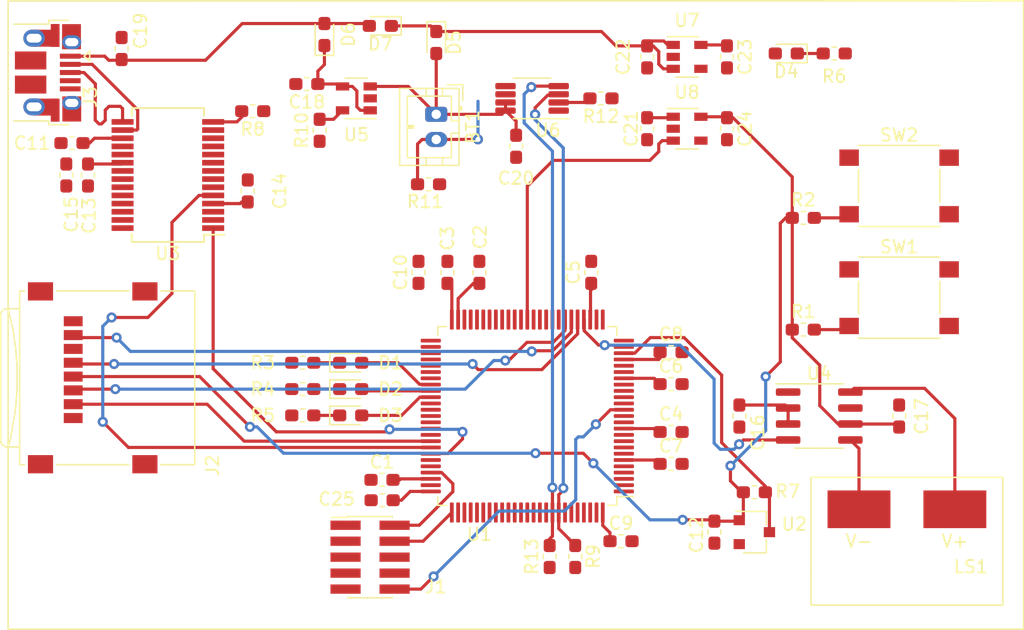
<source format=kicad_pcb>
(kicad_pcb (version 20171130) (host pcbnew 5.1.5-52549c5~84~ubuntu18.04.1)

  (general
    (thickness 1.6)
    (drawings 5)
    (tracks 342)
    (zones 0)
    (modules 60)
    (nets 134)
  )

  (page A4)
  (layers
    (0 F.Cu signal)
    (31 B.Cu signal)
    (32 B.Adhes user)
    (33 F.Adhes user)
    (34 B.Paste user)
    (35 F.Paste user)
    (36 B.SilkS user)
    (37 F.SilkS user)
    (38 B.Mask user)
    (39 F.Mask user)
    (40 Dwgs.User user)
    (41 Cmts.User user)
    (42 Eco1.User user)
    (43 Eco2.User user)
    (44 Edge.Cuts user)
    (45 Margin user)
    (46 B.CrtYd user)
    (47 F.CrtYd user)
    (48 B.Fab user)
    (49 F.Fab user hide)
  )

  (setup
    (last_trace_width 0.25)
    (trace_clearance 0.2)
    (zone_clearance 0.508)
    (zone_45_only no)
    (trace_min 0.2)
    (via_size 0.8)
    (via_drill 0.4)
    (via_min_size 0.4)
    (via_min_drill 0.3)
    (uvia_size 0.3)
    (uvia_drill 0.1)
    (uvias_allowed no)
    (uvia_min_size 0.2)
    (uvia_min_drill 0.1)
    (edge_width 0.05)
    (segment_width 0.2)
    (pcb_text_width 0.3)
    (pcb_text_size 1.5 1.5)
    (mod_edge_width 0.12)
    (mod_text_size 1 1)
    (mod_text_width 0.15)
    (pad_size 1.524 1.524)
    (pad_drill 0.762)
    (pad_to_mask_clearance 0.051)
    (solder_mask_min_width 0.25)
    (aux_axis_origin 0 0)
    (visible_elements FFFFBF7F)
    (pcbplotparams
      (layerselection 0x010fc_ffffffff)
      (usegerberextensions false)
      (usegerberattributes false)
      (usegerberadvancedattributes false)
      (creategerberjobfile false)
      (excludeedgelayer true)
      (linewidth 0.100000)
      (plotframeref false)
      (viasonmask false)
      (mode 1)
      (useauxorigin false)
      (hpglpennumber 1)
      (hpglpenspeed 20)
      (hpglpendiameter 15.000000)
      (psnegative false)
      (psa4output false)
      (plotreference true)
      (plotvalue true)
      (plotinvisibletext false)
      (padsonsilk false)
      (subtractmaskfromsilk false)
      (outputformat 1)
      (mirror false)
      (drillshape 1)
      (scaleselection 1)
      (outputdirectory ""))
  )

  (net 0 "")
  (net 1 "Net-(BT1-Pad1)")
  (net 2 "Net-(BT1-Pad2)")
  (net 3 "Net-(C1-Pad2)")
  (net 4 GND)
  (net 5 "Net-(C2-Pad2)")
  (net 6 /MCU/VDD)
  (net 7 "Net-(C11-Pad1)")
  (net 8 /Audio/V1)
  (net 9 "Net-(C16-Pad1)")
  (net 10 "Net-(C18-Pad1)")
  (net 11 "Net-(C19-Pad1)")
  (net 12 /Power/VRAW)
  (net 13 "Net-(D1-Pad1)")
  (net 14 "Net-(D1-Pad2)")
  (net 15 "Net-(D2-Pad2)")
  (net 16 "Net-(D2-Pad1)")
  (net 17 "Net-(D3-Pad2)")
  (net 18 "Net-(D3-Pad1)")
  (net 19 "Net-(D4-Pad1)")
  (net 20 "Net-(J1-Pad2)")
  (net 21 "Net-(J1-Pad4)")
  (net 22 "Net-(J1-Pad6)")
  (net 23 "Net-(J1-Pad7)")
  (net 24 "Net-(J1-Pad8)")
  (net 25 /MCU/NRESET)
  (net 26 "Net-(J2-Pad9)")
  (net 27 "Net-(J2-Pad8)")
  (net 28 /MCU/SD_MISO)
  (net 29 /MCU/SD_CLK)
  (net 30 /MCU/SD_MOSI)
  (net 31 /MCU/SD_SELECT)
  (net 32 "Net-(J2-Pad1)")
  (net 33 "Net-(J3-Pad6)")
  (net 34 /MCU/USB_N)
  (net 35 /MCU/USB_P)
  (net 36 "Net-(J3-Pad4)")
  (net 37 "Net-(LS1-Pad1)")
  (net 38 "Net-(LS1-Pad2)")
  (net 39 "Net-(R1-Pad2)")
  (net 40 "Net-(R2-Pad2)")
  (net 41 /MCU/HALL_SENSOR)
  (net 42 /MCU/FTDI_PWR_EN)
  (net 43 "Net-(R10-Pad2)")
  (net 44 "Net-(R12-Pad2)")
  (net 45 "Net-(U1-Pad1)")
  (net 46 "Net-(U1-Pad2)")
  (net 47 "Net-(U1-Pad3)")
  (net 48 "Net-(U1-Pad4)")
  (net 49 "Net-(U1-Pad5)")
  (net 50 "Net-(U1-Pad7)")
  (net 51 "Net-(U1-Pad8)")
  (net 52 "Net-(U1-Pad9)")
  (net 53 "Net-(U1-Pad12)")
  (net 54 "Net-(U1-Pad13)")
  (net 55 "Net-(U1-Pad15)")
  (net 56 "Net-(U1-Pad16)")
  (net 57 "Net-(U1-Pad17)")
  (net 58 "Net-(U1-Pad18)")
  (net 59 "Net-(U1-Pad21)")
  (net 60 "Net-(U1-Pad24)")
  (net 61 "Net-(U1-Pad25)")
  (net 62 "Net-(U1-Pad26)")
  (net 63 /Audio/AUDIO_FROM_DAC)
  (net 64 "Net-(U1-Pad33)")
  (net 65 "Net-(U1-Pad34)")
  (net 66 "Net-(U1-Pad35)")
  (net 67 "Net-(U1-Pad36)")
  (net 68 "Net-(U1-Pad37)")
  (net 69 "Net-(U1-Pad39)")
  (net 70 "Net-(U1-Pad40)")
  (net 71 "Net-(U1-Pad41)")
  (net 72 "Net-(U1-Pad42)")
  (net 73 "Net-(U1-Pad43)")
  (net 74 "Net-(U1-Pad44)")
  (net 75 "Net-(U1-Pad45)")
  (net 76 "Net-(U1-Pad46)")
  (net 77 "Net-(U1-Pad47)")
  (net 78 "Net-(U1-Pad48)")
  (net 79 "Net-(U1-Pad51)")
  (net 80 "Net-(U1-Pad52)")
  (net 81 "Net-(U1-Pad53)")
  (net 82 "Net-(U1-Pad54)")
  (net 83 "Net-(U1-Pad55)")
  (net 84 "Net-(U1-Pad56)")
  (net 85 "Net-(U1-Pad57)")
  (net 86 "Net-(U1-Pad61)")
  (net 87 "Net-(U1-Pad62)")
  (net 88 "Net-(U1-Pad63)")
  (net 89 "Net-(U1-Pad64)")
  (net 90 /Audio/SHUTDOWN)
  (net 91 /MCU/V1_EN)
  (net 92 /MCU/TX_FROM_STM32)
  (net 93 /MCU/RX_TO_STM32)
  (net 94 "Net-(U1-Pad70)")
  (net 95 "Net-(U1-Pad71)")
  (net 96 "Net-(U1-Pad77)")
  (net 97 "Net-(U1-Pad78)")
  (net 98 "Net-(U1-Pad79)")
  (net 99 "Net-(U1-Pad80)")
  (net 100 "Net-(U1-Pad81)")
  (net 101 "Net-(U1-Pad82)")
  (net 102 "Net-(U1-Pad83)")
  (net 103 "Net-(U1-Pad84)")
  (net 104 "Net-(U1-Pad85)")
  (net 105 "Net-(U1-Pad86)")
  (net 106 "Net-(U1-Pad87)")
  (net 107 "Net-(U1-Pad88)")
  (net 108 "Net-(U1-Pad89)")
  (net 109 "Net-(U1-Pad90)")
  (net 110 "Net-(U1-Pad91)")
  (net 111 /MCU/FUEL_SCL)
  (net 112 /MCU/FUEL_SDA)
  (net 113 "Net-(U1-Pad95)")
  (net 114 "Net-(U1-Pad96)")
  (net 115 "Net-(U1-Pad97)")
  (net 116 "Net-(U1-Pad98)")
  (net 117 "Net-(U3-Pad2)")
  (net 118 "Net-(U3-Pad3)")
  (net 119 "Net-(U3-Pad6)")
  (net 120 "Net-(U3-Pad9)")
  (net 121 "Net-(U3-Pad10)")
  (net 122 "Net-(U3-Pad11)")
  (net 123 "Net-(U3-Pad12)")
  (net 124 "Net-(U3-Pad13)")
  (net 125 "Net-(U3-Pad19)")
  (net 126 "Net-(U3-Pad22)")
  (net 127 "Net-(U3-Pad23)")
  (net 128 "Net-(U3-Pad27)")
  (net 129 "Net-(U3-Pad28)")
  (net 130 "Net-(U6-Pad1)")
  (net 131 "Net-(U7-Pad4)")
  (net 132 "Net-(U8-Pad4)")
  (net 133 "Net-(U1-Pad66)")

  (net_class Default "This is the default net class."
    (clearance 0.2)
    (trace_width 0.25)
    (via_dia 0.8)
    (via_drill 0.4)
    (uvia_dia 0.3)
    (uvia_drill 0.1)
    (add_net /Audio/AUDIO_FROM_DAC)
    (add_net /Audio/SHUTDOWN)
    (add_net /Audio/V1)
    (add_net /MCU/FTDI_PWR_EN)
    (add_net /MCU/FUEL_SCL)
    (add_net /MCU/FUEL_SDA)
    (add_net /MCU/HALL_SENSOR)
    (add_net /MCU/NRESET)
    (add_net /MCU/RX_TO_STM32)
    (add_net /MCU/SD_CLK)
    (add_net /MCU/SD_MISO)
    (add_net /MCU/SD_MOSI)
    (add_net /MCU/SD_SELECT)
    (add_net /MCU/TX_FROM_STM32)
    (add_net /MCU/USB_N)
    (add_net /MCU/USB_P)
    (add_net /MCU/V1_EN)
    (add_net /MCU/VDD)
    (add_net /Power/VRAW)
    (add_net GND)
    (add_net "Net-(BT1-Pad1)")
    (add_net "Net-(BT1-Pad2)")
    (add_net "Net-(C1-Pad2)")
    (add_net "Net-(C11-Pad1)")
    (add_net "Net-(C16-Pad1)")
    (add_net "Net-(C18-Pad1)")
    (add_net "Net-(C19-Pad1)")
    (add_net "Net-(C2-Pad2)")
    (add_net "Net-(D1-Pad1)")
    (add_net "Net-(D1-Pad2)")
    (add_net "Net-(D2-Pad1)")
    (add_net "Net-(D2-Pad2)")
    (add_net "Net-(D3-Pad1)")
    (add_net "Net-(D3-Pad2)")
    (add_net "Net-(D4-Pad1)")
    (add_net "Net-(J1-Pad2)")
    (add_net "Net-(J1-Pad4)")
    (add_net "Net-(J1-Pad6)")
    (add_net "Net-(J1-Pad7)")
    (add_net "Net-(J1-Pad8)")
    (add_net "Net-(J2-Pad1)")
    (add_net "Net-(J2-Pad8)")
    (add_net "Net-(J2-Pad9)")
    (add_net "Net-(J3-Pad4)")
    (add_net "Net-(J3-Pad6)")
    (add_net "Net-(LS1-Pad1)")
    (add_net "Net-(LS1-Pad2)")
    (add_net "Net-(R1-Pad2)")
    (add_net "Net-(R10-Pad2)")
    (add_net "Net-(R12-Pad2)")
    (add_net "Net-(R2-Pad2)")
    (add_net "Net-(U1-Pad1)")
    (add_net "Net-(U1-Pad12)")
    (add_net "Net-(U1-Pad13)")
    (add_net "Net-(U1-Pad15)")
    (add_net "Net-(U1-Pad16)")
    (add_net "Net-(U1-Pad17)")
    (add_net "Net-(U1-Pad18)")
    (add_net "Net-(U1-Pad2)")
    (add_net "Net-(U1-Pad21)")
    (add_net "Net-(U1-Pad24)")
    (add_net "Net-(U1-Pad25)")
    (add_net "Net-(U1-Pad26)")
    (add_net "Net-(U1-Pad3)")
    (add_net "Net-(U1-Pad33)")
    (add_net "Net-(U1-Pad34)")
    (add_net "Net-(U1-Pad35)")
    (add_net "Net-(U1-Pad36)")
    (add_net "Net-(U1-Pad37)")
    (add_net "Net-(U1-Pad39)")
    (add_net "Net-(U1-Pad4)")
    (add_net "Net-(U1-Pad40)")
    (add_net "Net-(U1-Pad41)")
    (add_net "Net-(U1-Pad42)")
    (add_net "Net-(U1-Pad43)")
    (add_net "Net-(U1-Pad44)")
    (add_net "Net-(U1-Pad45)")
    (add_net "Net-(U1-Pad46)")
    (add_net "Net-(U1-Pad47)")
    (add_net "Net-(U1-Pad48)")
    (add_net "Net-(U1-Pad5)")
    (add_net "Net-(U1-Pad51)")
    (add_net "Net-(U1-Pad52)")
    (add_net "Net-(U1-Pad53)")
    (add_net "Net-(U1-Pad54)")
    (add_net "Net-(U1-Pad55)")
    (add_net "Net-(U1-Pad56)")
    (add_net "Net-(U1-Pad57)")
    (add_net "Net-(U1-Pad61)")
    (add_net "Net-(U1-Pad62)")
    (add_net "Net-(U1-Pad63)")
    (add_net "Net-(U1-Pad64)")
    (add_net "Net-(U1-Pad66)")
    (add_net "Net-(U1-Pad7)")
    (add_net "Net-(U1-Pad70)")
    (add_net "Net-(U1-Pad71)")
    (add_net "Net-(U1-Pad77)")
    (add_net "Net-(U1-Pad78)")
    (add_net "Net-(U1-Pad79)")
    (add_net "Net-(U1-Pad8)")
    (add_net "Net-(U1-Pad80)")
    (add_net "Net-(U1-Pad81)")
    (add_net "Net-(U1-Pad82)")
    (add_net "Net-(U1-Pad83)")
    (add_net "Net-(U1-Pad84)")
    (add_net "Net-(U1-Pad85)")
    (add_net "Net-(U1-Pad86)")
    (add_net "Net-(U1-Pad87)")
    (add_net "Net-(U1-Pad88)")
    (add_net "Net-(U1-Pad89)")
    (add_net "Net-(U1-Pad9)")
    (add_net "Net-(U1-Pad90)")
    (add_net "Net-(U1-Pad91)")
    (add_net "Net-(U1-Pad95)")
    (add_net "Net-(U1-Pad96)")
    (add_net "Net-(U1-Pad97)")
    (add_net "Net-(U1-Pad98)")
    (add_net "Net-(U3-Pad10)")
    (add_net "Net-(U3-Pad11)")
    (add_net "Net-(U3-Pad12)")
    (add_net "Net-(U3-Pad13)")
    (add_net "Net-(U3-Pad19)")
    (add_net "Net-(U3-Pad2)")
    (add_net "Net-(U3-Pad22)")
    (add_net "Net-(U3-Pad23)")
    (add_net "Net-(U3-Pad27)")
    (add_net "Net-(U3-Pad28)")
    (add_net "Net-(U3-Pad3)")
    (add_net "Net-(U3-Pad6)")
    (add_net "Net-(U3-Pad9)")
    (add_net "Net-(U6-Pad1)")
    (add_net "Net-(U7-Pad4)")
    (add_net "Net-(U8-Pad4)")
  )

  (module Capacitor_SMD:C_0603_1608Metric_Pad1.05x0.95mm_HandSolder (layer F.Cu) (tedit 5B301BBE) (tstamp 5E2FDD93)
    (at 71.01 72.74 180)
    (descr "Capacitor SMD 0603 (1608 Metric), square (rectangular) end terminal, IPC_7351 nominal with elongated pad for handsoldering. (Body size source: http://www.tortai-tech.com/upload/download/2011102023233369053.pdf), generated with kicad-footprint-generator")
    (tags "capacitor handsolder")
    (path /5E238EA5/5E44023E)
    (attr smd)
    (fp_text reference C25 (at 3.62 0.09) (layer F.SilkS)
      (effects (font (size 1 1) (thickness 0.15)))
    )
    (fp_text value 100nF (at 0 1.43) (layer F.Fab)
      (effects (font (size 1 1) (thickness 0.15)))
    )
    (fp_text user %R (at 0 0) (layer F.Fab)
      (effects (font (size 0.4 0.4) (thickness 0.06)))
    )
    (fp_line (start 1.65 0.73) (end -1.65 0.73) (layer F.CrtYd) (width 0.05))
    (fp_line (start 1.65 -0.73) (end 1.65 0.73) (layer F.CrtYd) (width 0.05))
    (fp_line (start -1.65 -0.73) (end 1.65 -0.73) (layer F.CrtYd) (width 0.05))
    (fp_line (start -1.65 0.73) (end -1.65 -0.73) (layer F.CrtYd) (width 0.05))
    (fp_line (start -0.171267 0.51) (end 0.171267 0.51) (layer F.SilkS) (width 0.12))
    (fp_line (start -0.171267 -0.51) (end 0.171267 -0.51) (layer F.SilkS) (width 0.12))
    (fp_line (start 0.8 0.4) (end -0.8 0.4) (layer F.Fab) (width 0.1))
    (fp_line (start 0.8 -0.4) (end 0.8 0.4) (layer F.Fab) (width 0.1))
    (fp_line (start -0.8 -0.4) (end 0.8 -0.4) (layer F.Fab) (width 0.1))
    (fp_line (start -0.8 0.4) (end -0.8 -0.4) (layer F.Fab) (width 0.1))
    (pad 2 smd roundrect (at 0.875 0 180) (size 1.05 0.95) (layers F.Cu F.Paste F.Mask) (roundrect_rratio 0.25)
      (net 4 GND))
    (pad 1 smd roundrect (at -0.875 0 180) (size 1.05 0.95) (layers F.Cu F.Paste F.Mask) (roundrect_rratio 0.25)
      (net 6 /MCU/VDD))
    (model ${KISYS3DMOD}/Capacitor_SMD.3dshapes/C_0603_1608Metric.wrl
      (at (xyz 0 0 0))
      (scale (xyz 1 1 1))
      (rotate (xyz 0 0 0))
    )
  )

  (module Resistor_SMD:R_0603_1608Metric_Pad1.05x0.95mm_HandSolder (layer F.Cu) (tedit 5B301BBD) (tstamp 5E2EBC38)
    (at 84.328 77.216 90)
    (descr "Resistor SMD 0603 (1608 Metric), square (rectangular) end terminal, IPC_7351 nominal with elongated pad for handsoldering. (Body size source: http://www.tortai-tech.com/upload/download/2011102023233369053.pdf), generated with kicad-footprint-generator")
    (tags "resistor handsolder")
    (path /5E238EA5/5E38C0E0)
    (attr smd)
    (fp_text reference R13 (at 0 -1.43 90) (layer F.SilkS)
      (effects (font (size 1 1) (thickness 0.15)))
    )
    (fp_text value 10K (at 3.81 0 90) (layer F.Fab)
      (effects (font (size 1 1) (thickness 0.15)))
    )
    (fp_text user %R (at 0 0 90) (layer F.Fab)
      (effects (font (size 0.4 0.4) (thickness 0.06)))
    )
    (fp_line (start 1.65 0.73) (end -1.65 0.73) (layer F.CrtYd) (width 0.05))
    (fp_line (start 1.65 -0.73) (end 1.65 0.73) (layer F.CrtYd) (width 0.05))
    (fp_line (start -1.65 -0.73) (end 1.65 -0.73) (layer F.CrtYd) (width 0.05))
    (fp_line (start -1.65 0.73) (end -1.65 -0.73) (layer F.CrtYd) (width 0.05))
    (fp_line (start -0.171267 0.51) (end 0.171267 0.51) (layer F.SilkS) (width 0.12))
    (fp_line (start -0.171267 -0.51) (end 0.171267 -0.51) (layer F.SilkS) (width 0.12))
    (fp_line (start 0.8 0.4) (end -0.8 0.4) (layer F.Fab) (width 0.1))
    (fp_line (start 0.8 -0.4) (end 0.8 0.4) (layer F.Fab) (width 0.1))
    (fp_line (start -0.8 -0.4) (end 0.8 -0.4) (layer F.Fab) (width 0.1))
    (fp_line (start -0.8 0.4) (end -0.8 -0.4) (layer F.Fab) (width 0.1))
    (pad 2 smd roundrect (at 0.875 0 90) (size 1.05 0.95) (layers F.Cu F.Paste F.Mask) (roundrect_rratio 0.25)
      (net 111 /MCU/FUEL_SCL))
    (pad 1 smd roundrect (at -0.875 0 90) (size 1.05 0.95) (layers F.Cu F.Paste F.Mask) (roundrect_rratio 0.25)
      (net 6 /MCU/VDD))
    (model ${KISYS3DMOD}/Resistor_SMD.3dshapes/R_0603_1608Metric.wrl
      (at (xyz 0 0 0))
      (scale (xyz 1 1 1))
      (rotate (xyz 0 0 0))
    )
  )

  (module Resistor_SMD:R_0603_1608Metric_Pad1.05x0.95mm_HandSolder (layer F.Cu) (tedit 5B301BBD) (tstamp 5E2EBBC7)
    (at 86.36 77.216 270)
    (descr "Resistor SMD 0603 (1608 Metric), square (rectangular) end terminal, IPC_7351 nominal with elongated pad for handsoldering. (Body size source: http://www.tortai-tech.com/upload/download/2011102023233369053.pdf), generated with kicad-footprint-generator")
    (tags "resistor handsolder")
    (path /5E238EA5/5E38C824)
    (attr smd)
    (fp_text reference R9 (at 0 -1.43 90) (layer F.SilkS)
      (effects (font (size 1 1) (thickness 0.15)))
    )
    (fp_text value 10K (at 3.81 0 90) (layer F.Fab)
      (effects (font (size 1 1) (thickness 0.15)))
    )
    (fp_text user %R (at 0 0 90) (layer F.Fab)
      (effects (font (size 0.4 0.4) (thickness 0.06)))
    )
    (fp_line (start 1.65 0.73) (end -1.65 0.73) (layer F.CrtYd) (width 0.05))
    (fp_line (start 1.65 -0.73) (end 1.65 0.73) (layer F.CrtYd) (width 0.05))
    (fp_line (start -1.65 -0.73) (end 1.65 -0.73) (layer F.CrtYd) (width 0.05))
    (fp_line (start -1.65 0.73) (end -1.65 -0.73) (layer F.CrtYd) (width 0.05))
    (fp_line (start -0.171267 0.51) (end 0.171267 0.51) (layer F.SilkS) (width 0.12))
    (fp_line (start -0.171267 -0.51) (end 0.171267 -0.51) (layer F.SilkS) (width 0.12))
    (fp_line (start 0.8 0.4) (end -0.8 0.4) (layer F.Fab) (width 0.1))
    (fp_line (start 0.8 -0.4) (end 0.8 0.4) (layer F.Fab) (width 0.1))
    (fp_line (start -0.8 -0.4) (end 0.8 -0.4) (layer F.Fab) (width 0.1))
    (fp_line (start -0.8 0.4) (end -0.8 -0.4) (layer F.Fab) (width 0.1))
    (pad 2 smd roundrect (at 0.875 0 270) (size 1.05 0.95) (layers F.Cu F.Paste F.Mask) (roundrect_rratio 0.25)
      (net 6 /MCU/VDD))
    (pad 1 smd roundrect (at -0.875 0 270) (size 1.05 0.95) (layers F.Cu F.Paste F.Mask) (roundrect_rratio 0.25)
      (net 112 /MCU/FUEL_SDA))
    (model ${KISYS3DMOD}/Resistor_SMD.3dshapes/R_0603_1608Metric.wrl
      (at (xyz 0 0 0))
      (scale (xyz 1 1 1))
      (rotate (xyz 0 0 0))
    )
  )

  (module Connector_JST:JST_PH_B2B-PH-K_1x02_P2.00mm_Vertical (layer F.Cu) (tedit 5B7745C2) (tstamp 5E2E7A8D)
    (at 75.311 42.037 270)
    (descr "JST PH series connector, B2B-PH-K (http://www.jst-mfg.com/product/pdf/eng/ePH.pdf), generated with kicad-footprint-generator")
    (tags "connector JST PH side entry")
    (path /5E27BE41/5E27C1DA)
    (fp_text reference BT1 (at 1 -2.9 90) (layer F.SilkS)
      (effects (font (size 1 1) (thickness 0.15)))
    )
    (fp_text value Battery_Cell (at 1 4 90) (layer F.Fab)
      (effects (font (size 1 1) (thickness 0.15)))
    )
    (fp_line (start -2.06 -1.81) (end -2.06 2.91) (layer F.SilkS) (width 0.12))
    (fp_line (start -2.06 2.91) (end 4.06 2.91) (layer F.SilkS) (width 0.12))
    (fp_line (start 4.06 2.91) (end 4.06 -1.81) (layer F.SilkS) (width 0.12))
    (fp_line (start 4.06 -1.81) (end -2.06 -1.81) (layer F.SilkS) (width 0.12))
    (fp_line (start -0.3 -1.81) (end -0.3 -2.01) (layer F.SilkS) (width 0.12))
    (fp_line (start -0.3 -2.01) (end -0.6 -2.01) (layer F.SilkS) (width 0.12))
    (fp_line (start -0.6 -2.01) (end -0.6 -1.81) (layer F.SilkS) (width 0.12))
    (fp_line (start -0.3 -1.91) (end -0.6 -1.91) (layer F.SilkS) (width 0.12))
    (fp_line (start 0.5 -1.81) (end 0.5 -1.2) (layer F.SilkS) (width 0.12))
    (fp_line (start 0.5 -1.2) (end -1.45 -1.2) (layer F.SilkS) (width 0.12))
    (fp_line (start -1.45 -1.2) (end -1.45 2.3) (layer F.SilkS) (width 0.12))
    (fp_line (start -1.45 2.3) (end 3.45 2.3) (layer F.SilkS) (width 0.12))
    (fp_line (start 3.45 2.3) (end 3.45 -1.2) (layer F.SilkS) (width 0.12))
    (fp_line (start 3.45 -1.2) (end 1.5 -1.2) (layer F.SilkS) (width 0.12))
    (fp_line (start 1.5 -1.2) (end 1.5 -1.81) (layer F.SilkS) (width 0.12))
    (fp_line (start -2.06 -0.5) (end -1.45 -0.5) (layer F.SilkS) (width 0.12))
    (fp_line (start -2.06 0.8) (end -1.45 0.8) (layer F.SilkS) (width 0.12))
    (fp_line (start 4.06 -0.5) (end 3.45 -0.5) (layer F.SilkS) (width 0.12))
    (fp_line (start 4.06 0.8) (end 3.45 0.8) (layer F.SilkS) (width 0.12))
    (fp_line (start 0.9 2.3) (end 0.9 1.8) (layer F.SilkS) (width 0.12))
    (fp_line (start 0.9 1.8) (end 1.1 1.8) (layer F.SilkS) (width 0.12))
    (fp_line (start 1.1 1.8) (end 1.1 2.3) (layer F.SilkS) (width 0.12))
    (fp_line (start 1 2.3) (end 1 1.8) (layer F.SilkS) (width 0.12))
    (fp_line (start -1.11 -2.11) (end -2.36 -2.11) (layer F.SilkS) (width 0.12))
    (fp_line (start -2.36 -2.11) (end -2.36 -0.86) (layer F.SilkS) (width 0.12))
    (fp_line (start -1.11 -2.11) (end -2.36 -2.11) (layer F.Fab) (width 0.1))
    (fp_line (start -2.36 -2.11) (end -2.36 -0.86) (layer F.Fab) (width 0.1))
    (fp_line (start -1.95 -1.7) (end -1.95 2.8) (layer F.Fab) (width 0.1))
    (fp_line (start -1.95 2.8) (end 3.95 2.8) (layer F.Fab) (width 0.1))
    (fp_line (start 3.95 2.8) (end 3.95 -1.7) (layer F.Fab) (width 0.1))
    (fp_line (start 3.95 -1.7) (end -1.95 -1.7) (layer F.Fab) (width 0.1))
    (fp_line (start -2.45 -2.2) (end -2.45 3.3) (layer F.CrtYd) (width 0.05))
    (fp_line (start -2.45 3.3) (end 4.45 3.3) (layer F.CrtYd) (width 0.05))
    (fp_line (start 4.45 3.3) (end 4.45 -2.2) (layer F.CrtYd) (width 0.05))
    (fp_line (start 4.45 -2.2) (end -2.45 -2.2) (layer F.CrtYd) (width 0.05))
    (fp_text user %R (at 1 1.5 90) (layer F.Fab)
      (effects (font (size 1 1) (thickness 0.15)))
    )
    (pad 1 thru_hole roundrect (at 0 0 270) (size 1.2 1.75) (drill 0.75) (layers *.Cu *.Mask) (roundrect_rratio 0.208333)
      (net 1 "Net-(BT1-Pad1)"))
    (pad 2 thru_hole oval (at 2 0 270) (size 1.2 1.75) (drill 0.75) (layers *.Cu *.Mask)
      (net 2 "Net-(BT1-Pad2)"))
    (model ${KISYS3DMOD}/Connector_JST.3dshapes/JST_PH_B2B-PH-K_1x02_P2.00mm_Vertical.wrl
      (at (xyz 0 0 0))
      (scale (xyz 1 1 1))
      (rotate (xyz 0 0 0))
    )
  )

  (module Capacitor_SMD:C_0603_1608Metric_Pad1.05x0.95mm_HandSolder (layer F.Cu) (tedit 5B301BBE) (tstamp 5E2E689A)
    (at 71 71.12)
    (descr "Capacitor SMD 0603 (1608 Metric), square (rectangular) end terminal, IPC_7351 nominal with elongated pad for handsoldering. (Body size source: http://www.tortai-tech.com/upload/download/2011102023233369053.pdf), generated with kicad-footprint-generator")
    (tags "capacitor handsolder")
    (path /5E238EA5/5E2D4F11)
    (attr smd)
    (fp_text reference C1 (at 0 -1.43) (layer F.SilkS)
      (effects (font (size 1 1) (thickness 0.15)))
    )
    (fp_text value 2.2uF (at -4 -0.12) (layer F.Fab)
      (effects (font (size 1 1) (thickness 0.15)))
    )
    (fp_text user %R (at 0 0) (layer F.Fab)
      (effects (font (size 0.4 0.4) (thickness 0.06)))
    )
    (fp_line (start 1.65 0.73) (end -1.65 0.73) (layer F.CrtYd) (width 0.05))
    (fp_line (start 1.65 -0.73) (end 1.65 0.73) (layer F.CrtYd) (width 0.05))
    (fp_line (start -1.65 -0.73) (end 1.65 -0.73) (layer F.CrtYd) (width 0.05))
    (fp_line (start -1.65 0.73) (end -1.65 -0.73) (layer F.CrtYd) (width 0.05))
    (fp_line (start -0.171267 0.51) (end 0.171267 0.51) (layer F.SilkS) (width 0.12))
    (fp_line (start -0.171267 -0.51) (end 0.171267 -0.51) (layer F.SilkS) (width 0.12))
    (fp_line (start 0.8 0.4) (end -0.8 0.4) (layer F.Fab) (width 0.1))
    (fp_line (start 0.8 -0.4) (end 0.8 0.4) (layer F.Fab) (width 0.1))
    (fp_line (start -0.8 -0.4) (end 0.8 -0.4) (layer F.Fab) (width 0.1))
    (fp_line (start -0.8 0.4) (end -0.8 -0.4) (layer F.Fab) (width 0.1))
    (pad 2 smd roundrect (at 0.875 0) (size 1.05 0.95) (layers F.Cu F.Paste F.Mask) (roundrect_rratio 0.25)
      (net 3 "Net-(C1-Pad2)"))
    (pad 1 smd roundrect (at -0.875 0) (size 1.05 0.95) (layers F.Cu F.Paste F.Mask) (roundrect_rratio 0.25)
      (net 4 GND))
    (model ${KISYS3DMOD}/Capacitor_SMD.3dshapes/C_0603_1608Metric.wrl
      (at (xyz 0 0 0))
      (scale (xyz 1 1 1))
      (rotate (xyz 0 0 0))
    )
  )

  (module Capacitor_SMD:C_0603_1608Metric_Pad1.05x0.95mm_HandSolder (layer F.Cu) (tedit 5B301BBE) (tstamp 5E2E9E91)
    (at 78.74 54.61 270)
    (descr "Capacitor SMD 0603 (1608 Metric), square (rectangular) end terminal, IPC_7351 nominal with elongated pad for handsoldering. (Body size source: http://www.tortai-tech.com/upload/download/2011102023233369053.pdf), generated with kicad-footprint-generator")
    (tags "capacitor handsolder")
    (path /5E238EA5/5E2CF245)
    (attr smd)
    (fp_text reference C2 (at -2.81 -0.06 90) (layer F.SilkS)
      (effects (font (size 1 1) (thickness 0.15)))
    )
    (fp_text value 2.2uF (at -3.71 -1.16 90) (layer F.Fab)
      (effects (font (size 1 1) (thickness 0.15)))
    )
    (fp_text user %R (at 0 0 90) (layer F.Fab)
      (effects (font (size 0.4 0.4) (thickness 0.06)))
    )
    (fp_line (start 1.65 0.73) (end -1.65 0.73) (layer F.CrtYd) (width 0.05))
    (fp_line (start 1.65 -0.73) (end 1.65 0.73) (layer F.CrtYd) (width 0.05))
    (fp_line (start -1.65 -0.73) (end 1.65 -0.73) (layer F.CrtYd) (width 0.05))
    (fp_line (start -1.65 0.73) (end -1.65 -0.73) (layer F.CrtYd) (width 0.05))
    (fp_line (start -0.171267 0.51) (end 0.171267 0.51) (layer F.SilkS) (width 0.12))
    (fp_line (start -0.171267 -0.51) (end 0.171267 -0.51) (layer F.SilkS) (width 0.12))
    (fp_line (start 0.8 0.4) (end -0.8 0.4) (layer F.Fab) (width 0.1))
    (fp_line (start 0.8 -0.4) (end 0.8 0.4) (layer F.Fab) (width 0.1))
    (fp_line (start -0.8 -0.4) (end 0.8 -0.4) (layer F.Fab) (width 0.1))
    (fp_line (start -0.8 0.4) (end -0.8 -0.4) (layer F.Fab) (width 0.1))
    (pad 2 smd roundrect (at 0.875 0 270) (size 1.05 0.95) (layers F.Cu F.Paste F.Mask) (roundrect_rratio 0.25)
      (net 5 "Net-(C2-Pad2)"))
    (pad 1 smd roundrect (at -0.875 0 270) (size 1.05 0.95) (layers F.Cu F.Paste F.Mask) (roundrect_rratio 0.25)
      (net 4 GND))
    (model ${KISYS3DMOD}/Capacitor_SMD.3dshapes/C_0603_1608Metric.wrl
      (at (xyz 0 0 0))
      (scale (xyz 1 1 1))
      (rotate (xyz 0 0 0))
    )
  )

  (module Capacitor_SMD:C_0603_1608Metric_Pad1.05x0.95mm_HandSolder (layer F.Cu) (tedit 5B301BBE) (tstamp 5E2E68BC)
    (at 76.2 54.61 90)
    (descr "Capacitor SMD 0603 (1608 Metric), square (rectangular) end terminal, IPC_7351 nominal with elongated pad for handsoldering. (Body size source: http://www.tortai-tech.com/upload/download/2011102023233369053.pdf), generated with kicad-footprint-generator")
    (tags "capacitor handsolder")
    (path /5E238EA5/5E29430F)
    (attr smd)
    (fp_text reference C3 (at 2.71 0 90) (layer F.SilkS)
      (effects (font (size 1 1) (thickness 0.15)))
    )
    (fp_text value 100nF (at 3.91 1.2 90) (layer F.Fab)
      (effects (font (size 1 1) (thickness 0.15)))
    )
    (fp_text user %R (at 0 0 90) (layer F.Fab)
      (effects (font (size 0.4 0.4) (thickness 0.06)))
    )
    (fp_line (start 1.65 0.73) (end -1.65 0.73) (layer F.CrtYd) (width 0.05))
    (fp_line (start 1.65 -0.73) (end 1.65 0.73) (layer F.CrtYd) (width 0.05))
    (fp_line (start -1.65 -0.73) (end 1.65 -0.73) (layer F.CrtYd) (width 0.05))
    (fp_line (start -1.65 0.73) (end -1.65 -0.73) (layer F.CrtYd) (width 0.05))
    (fp_line (start -0.171267 0.51) (end 0.171267 0.51) (layer F.SilkS) (width 0.12))
    (fp_line (start -0.171267 -0.51) (end 0.171267 -0.51) (layer F.SilkS) (width 0.12))
    (fp_line (start 0.8 0.4) (end -0.8 0.4) (layer F.Fab) (width 0.1))
    (fp_line (start 0.8 -0.4) (end 0.8 0.4) (layer F.Fab) (width 0.1))
    (fp_line (start -0.8 -0.4) (end 0.8 -0.4) (layer F.Fab) (width 0.1))
    (fp_line (start -0.8 0.4) (end -0.8 -0.4) (layer F.Fab) (width 0.1))
    (pad 2 smd roundrect (at 0.875 0 90) (size 1.05 0.95) (layers F.Cu F.Paste F.Mask) (roundrect_rratio 0.25)
      (net 4 GND))
    (pad 1 smd roundrect (at -0.875 0 90) (size 1.05 0.95) (layers F.Cu F.Paste F.Mask) (roundrect_rratio 0.25)
      (net 6 /MCU/VDD))
    (model ${KISYS3DMOD}/Capacitor_SMD.3dshapes/C_0603_1608Metric.wrl
      (at (xyz 0 0 0))
      (scale (xyz 1 1 1))
      (rotate (xyz 0 0 0))
    )
  )

  (module Capacitor_SMD:C_0603_1608Metric_Pad1.05x0.95mm_HandSolder (layer F.Cu) (tedit 5B301BBE) (tstamp 5E2E68CD)
    (at 93.98 67.31)
    (descr "Capacitor SMD 0603 (1608 Metric), square (rectangular) end terminal, IPC_7351 nominal with elongated pad for handsoldering. (Body size source: http://www.tortai-tech.com/upload/download/2011102023233369053.pdf), generated with kicad-footprint-generator")
    (tags "capacitor handsolder")
    (path /5E238EA5/5E294443)
    (attr smd)
    (fp_text reference C4 (at 0 -1.43) (layer F.SilkS)
      (effects (font (size 1 1) (thickness 0.15)))
    )
    (fp_text value 100nF (at 3.81 0) (layer F.Fab)
      (effects (font (size 1 1) (thickness 0.15)))
    )
    (fp_line (start -0.8 0.4) (end -0.8 -0.4) (layer F.Fab) (width 0.1))
    (fp_line (start -0.8 -0.4) (end 0.8 -0.4) (layer F.Fab) (width 0.1))
    (fp_line (start 0.8 -0.4) (end 0.8 0.4) (layer F.Fab) (width 0.1))
    (fp_line (start 0.8 0.4) (end -0.8 0.4) (layer F.Fab) (width 0.1))
    (fp_line (start -0.171267 -0.51) (end 0.171267 -0.51) (layer F.SilkS) (width 0.12))
    (fp_line (start -0.171267 0.51) (end 0.171267 0.51) (layer F.SilkS) (width 0.12))
    (fp_line (start -1.65 0.73) (end -1.65 -0.73) (layer F.CrtYd) (width 0.05))
    (fp_line (start -1.65 -0.73) (end 1.65 -0.73) (layer F.CrtYd) (width 0.05))
    (fp_line (start 1.65 -0.73) (end 1.65 0.73) (layer F.CrtYd) (width 0.05))
    (fp_line (start 1.65 0.73) (end -1.65 0.73) (layer F.CrtYd) (width 0.05))
    (fp_text user %R (at 0 0) (layer F.Fab)
      (effects (font (size 0.4 0.4) (thickness 0.06)))
    )
    (pad 1 smd roundrect (at -0.875 0) (size 1.05 0.95) (layers F.Cu F.Paste F.Mask) (roundrect_rratio 0.25)
      (net 6 /MCU/VDD))
    (pad 2 smd roundrect (at 0.875 0) (size 1.05 0.95) (layers F.Cu F.Paste F.Mask) (roundrect_rratio 0.25)
      (net 4 GND))
    (model ${KISYS3DMOD}/Capacitor_SMD.3dshapes/C_0603_1608Metric.wrl
      (at (xyz 0 0 0))
      (scale (xyz 1 1 1))
      (rotate (xyz 0 0 0))
    )
  )

  (module Capacitor_SMD:C_0603_1608Metric_Pad1.05x0.95mm_HandSolder (layer F.Cu) (tedit 5B301BBE) (tstamp 5E2E68DE)
    (at 87.63 54.61 90)
    (descr "Capacitor SMD 0603 (1608 Metric), square (rectangular) end terminal, IPC_7351 nominal with elongated pad for handsoldering. (Body size source: http://www.tortai-tech.com/upload/download/2011102023233369053.pdf), generated with kicad-footprint-generator")
    (tags "capacitor handsolder")
    (path /5E238EA5/5E294528)
    (attr smd)
    (fp_text reference C5 (at 0 -1.43 90) (layer F.SilkS)
      (effects (font (size 1 1) (thickness 0.15)))
    )
    (fp_text value 100nF (at 1.27 1.43 90) (layer F.Fab)
      (effects (font (size 1 1) (thickness 0.15)))
    )
    (fp_text user %R (at 0 0 90) (layer F.Fab)
      (effects (font (size 0.4 0.4) (thickness 0.06)))
    )
    (fp_line (start 1.65 0.73) (end -1.65 0.73) (layer F.CrtYd) (width 0.05))
    (fp_line (start 1.65 -0.73) (end 1.65 0.73) (layer F.CrtYd) (width 0.05))
    (fp_line (start -1.65 -0.73) (end 1.65 -0.73) (layer F.CrtYd) (width 0.05))
    (fp_line (start -1.65 0.73) (end -1.65 -0.73) (layer F.CrtYd) (width 0.05))
    (fp_line (start -0.171267 0.51) (end 0.171267 0.51) (layer F.SilkS) (width 0.12))
    (fp_line (start -0.171267 -0.51) (end 0.171267 -0.51) (layer F.SilkS) (width 0.12))
    (fp_line (start 0.8 0.4) (end -0.8 0.4) (layer F.Fab) (width 0.1))
    (fp_line (start 0.8 -0.4) (end 0.8 0.4) (layer F.Fab) (width 0.1))
    (fp_line (start -0.8 -0.4) (end 0.8 -0.4) (layer F.Fab) (width 0.1))
    (fp_line (start -0.8 0.4) (end -0.8 -0.4) (layer F.Fab) (width 0.1))
    (pad 2 smd roundrect (at 0.875 0 90) (size 1.05 0.95) (layers F.Cu F.Paste F.Mask) (roundrect_rratio 0.25)
      (net 4 GND))
    (pad 1 smd roundrect (at -0.875 0 90) (size 1.05 0.95) (layers F.Cu F.Paste F.Mask) (roundrect_rratio 0.25)
      (net 6 /MCU/VDD))
    (model ${KISYS3DMOD}/Capacitor_SMD.3dshapes/C_0603_1608Metric.wrl
      (at (xyz 0 0 0))
      (scale (xyz 1 1 1))
      (rotate (xyz 0 0 0))
    )
  )

  (module Capacitor_SMD:C_0603_1608Metric_Pad1.05x0.95mm_HandSolder (layer F.Cu) (tedit 5B301BBE) (tstamp 5E2E68EF)
    (at 93.98 63.5)
    (descr "Capacitor SMD 0603 (1608 Metric), square (rectangular) end terminal, IPC_7351 nominal with elongated pad for handsoldering. (Body size source: http://www.tortai-tech.com/upload/download/2011102023233369053.pdf), generated with kicad-footprint-generator")
    (tags "capacitor handsolder")
    (path /5E238EA5/5E2C1A74)
    (attr smd)
    (fp_text reference C6 (at 0 -1.43) (layer F.SilkS)
      (effects (font (size 1 1) (thickness 0.15)))
    )
    (fp_text value 100nF (at 3.81 0) (layer F.Fab)
      (effects (font (size 1 1) (thickness 0.15)))
    )
    (fp_line (start -0.8 0.4) (end -0.8 -0.4) (layer F.Fab) (width 0.1))
    (fp_line (start -0.8 -0.4) (end 0.8 -0.4) (layer F.Fab) (width 0.1))
    (fp_line (start 0.8 -0.4) (end 0.8 0.4) (layer F.Fab) (width 0.1))
    (fp_line (start 0.8 0.4) (end -0.8 0.4) (layer F.Fab) (width 0.1))
    (fp_line (start -0.171267 -0.51) (end 0.171267 -0.51) (layer F.SilkS) (width 0.12))
    (fp_line (start -0.171267 0.51) (end 0.171267 0.51) (layer F.SilkS) (width 0.12))
    (fp_line (start -1.65 0.73) (end -1.65 -0.73) (layer F.CrtYd) (width 0.05))
    (fp_line (start -1.65 -0.73) (end 1.65 -0.73) (layer F.CrtYd) (width 0.05))
    (fp_line (start 1.65 -0.73) (end 1.65 0.73) (layer F.CrtYd) (width 0.05))
    (fp_line (start 1.65 0.73) (end -1.65 0.73) (layer F.CrtYd) (width 0.05))
    (fp_text user %R (at 0 0) (layer F.Fab)
      (effects (font (size 0.4 0.4) (thickness 0.06)))
    )
    (pad 1 smd roundrect (at -0.875 0) (size 1.05 0.95) (layers F.Cu F.Paste F.Mask) (roundrect_rratio 0.25)
      (net 6 /MCU/VDD))
    (pad 2 smd roundrect (at 0.875 0) (size 1.05 0.95) (layers F.Cu F.Paste F.Mask) (roundrect_rratio 0.25)
      (net 4 GND))
    (model ${KISYS3DMOD}/Capacitor_SMD.3dshapes/C_0603_1608Metric.wrl
      (at (xyz 0 0 0))
      (scale (xyz 1 1 1))
      (rotate (xyz 0 0 0))
    )
  )

  (module Capacitor_SMD:C_0603_1608Metric_Pad1.05x0.95mm_HandSolder (layer F.Cu) (tedit 5B301BBE) (tstamp 5E2E6900)
    (at 93.98 69.85)
    (descr "Capacitor SMD 0603 (1608 Metric), square (rectangular) end terminal, IPC_7351 nominal with elongated pad for handsoldering. (Body size source: http://www.tortai-tech.com/upload/download/2011102023233369053.pdf), generated with kicad-footprint-generator")
    (tags "capacitor handsolder")
    (path /5E238EA5/5E2C1A7B)
    (attr smd)
    (fp_text reference C7 (at 0 -1.43) (layer F.SilkS)
      (effects (font (size 1 1) (thickness 0.15)))
    )
    (fp_text value 100nF (at 3.81 0) (layer F.Fab)
      (effects (font (size 1 1) (thickness 0.15)))
    )
    (fp_text user %R (at 0 0) (layer F.Fab)
      (effects (font (size 0.4 0.4) (thickness 0.06)))
    )
    (fp_line (start 1.65 0.73) (end -1.65 0.73) (layer F.CrtYd) (width 0.05))
    (fp_line (start 1.65 -0.73) (end 1.65 0.73) (layer F.CrtYd) (width 0.05))
    (fp_line (start -1.65 -0.73) (end 1.65 -0.73) (layer F.CrtYd) (width 0.05))
    (fp_line (start -1.65 0.73) (end -1.65 -0.73) (layer F.CrtYd) (width 0.05))
    (fp_line (start -0.171267 0.51) (end 0.171267 0.51) (layer F.SilkS) (width 0.12))
    (fp_line (start -0.171267 -0.51) (end 0.171267 -0.51) (layer F.SilkS) (width 0.12))
    (fp_line (start 0.8 0.4) (end -0.8 0.4) (layer F.Fab) (width 0.1))
    (fp_line (start 0.8 -0.4) (end 0.8 0.4) (layer F.Fab) (width 0.1))
    (fp_line (start -0.8 -0.4) (end 0.8 -0.4) (layer F.Fab) (width 0.1))
    (fp_line (start -0.8 0.4) (end -0.8 -0.4) (layer F.Fab) (width 0.1))
    (pad 2 smd roundrect (at 0.875 0) (size 1.05 0.95) (layers F.Cu F.Paste F.Mask) (roundrect_rratio 0.25)
      (net 6 /MCU/VDD))
    (pad 1 smd roundrect (at -0.875 0) (size 1.05 0.95) (layers F.Cu F.Paste F.Mask) (roundrect_rratio 0.25)
      (net 4 GND))
    (model ${KISYS3DMOD}/Capacitor_SMD.3dshapes/C_0603_1608Metric.wrl
      (at (xyz 0 0 0))
      (scale (xyz 1 1 1))
      (rotate (xyz 0 0 0))
    )
  )

  (module Capacitor_SMD:C_0603_1608Metric_Pad1.05x0.95mm_HandSolder (layer F.Cu) (tedit 5B301BBE) (tstamp 5E2E6911)
    (at 93.98 60.96)
    (descr "Capacitor SMD 0603 (1608 Metric), square (rectangular) end terminal, IPC_7351 nominal with elongated pad for handsoldering. (Body size source: http://www.tortai-tech.com/upload/download/2011102023233369053.pdf), generated with kicad-footprint-generator")
    (tags "capacitor handsolder")
    (path /5E238EA5/5E2C1A82)
    (attr smd)
    (fp_text reference C8 (at 0 -1.43) (layer F.SilkS)
      (effects (font (size 1 1) (thickness 0.15)))
    )
    (fp_text value 100nF (at 3.81 0) (layer F.Fab)
      (effects (font (size 1 1) (thickness 0.15)))
    )
    (fp_line (start -0.8 0.4) (end -0.8 -0.4) (layer F.Fab) (width 0.1))
    (fp_line (start -0.8 -0.4) (end 0.8 -0.4) (layer F.Fab) (width 0.1))
    (fp_line (start 0.8 -0.4) (end 0.8 0.4) (layer F.Fab) (width 0.1))
    (fp_line (start 0.8 0.4) (end -0.8 0.4) (layer F.Fab) (width 0.1))
    (fp_line (start -0.171267 -0.51) (end 0.171267 -0.51) (layer F.SilkS) (width 0.12))
    (fp_line (start -0.171267 0.51) (end 0.171267 0.51) (layer F.SilkS) (width 0.12))
    (fp_line (start -1.65 0.73) (end -1.65 -0.73) (layer F.CrtYd) (width 0.05))
    (fp_line (start -1.65 -0.73) (end 1.65 -0.73) (layer F.CrtYd) (width 0.05))
    (fp_line (start 1.65 -0.73) (end 1.65 0.73) (layer F.CrtYd) (width 0.05))
    (fp_line (start 1.65 0.73) (end -1.65 0.73) (layer F.CrtYd) (width 0.05))
    (fp_text user %R (at 0 0) (layer F.Fab)
      (effects (font (size 0.4 0.4) (thickness 0.06)))
    )
    (pad 1 smd roundrect (at -0.875 0) (size 1.05 0.95) (layers F.Cu F.Paste F.Mask) (roundrect_rratio 0.25)
      (net 6 /MCU/VDD))
    (pad 2 smd roundrect (at 0.875 0) (size 1.05 0.95) (layers F.Cu F.Paste F.Mask) (roundrect_rratio 0.25)
      (net 4 GND))
    (model ${KISYS3DMOD}/Capacitor_SMD.3dshapes/C_0603_1608Metric.wrl
      (at (xyz 0 0 0))
      (scale (xyz 1 1 1))
      (rotate (xyz 0 0 0))
    )
  )

  (module Capacitor_SMD:C_0603_1608Metric_Pad1.05x0.95mm_HandSolder (layer F.Cu) (tedit 5B301BBE) (tstamp 5E2E6922)
    (at 90 76)
    (descr "Capacitor SMD 0603 (1608 Metric), square (rectangular) end terminal, IPC_7351 nominal with elongated pad for handsoldering. (Body size source: http://www.tortai-tech.com/upload/download/2011102023233369053.pdf), generated with kicad-footprint-generator")
    (tags "capacitor handsolder")
    (path /5E238EA5/5E2C7191)
    (attr smd)
    (fp_text reference C9 (at 0 -1.43) (layer F.SilkS)
      (effects (font (size 1 1) (thickness 0.15)))
    )
    (fp_text value 100nF (at 3.81 0) (layer F.Fab)
      (effects (font (size 1 1) (thickness 0.15)))
    )
    (fp_text user %R (at 0 0) (layer F.Fab)
      (effects (font (size 0.4 0.4) (thickness 0.06)))
    )
    (fp_line (start 1.65 0.73) (end -1.65 0.73) (layer F.CrtYd) (width 0.05))
    (fp_line (start 1.65 -0.73) (end 1.65 0.73) (layer F.CrtYd) (width 0.05))
    (fp_line (start -1.65 -0.73) (end 1.65 -0.73) (layer F.CrtYd) (width 0.05))
    (fp_line (start -1.65 0.73) (end -1.65 -0.73) (layer F.CrtYd) (width 0.05))
    (fp_line (start -0.171267 0.51) (end 0.171267 0.51) (layer F.SilkS) (width 0.12))
    (fp_line (start -0.171267 -0.51) (end 0.171267 -0.51) (layer F.SilkS) (width 0.12))
    (fp_line (start 0.8 0.4) (end -0.8 0.4) (layer F.Fab) (width 0.1))
    (fp_line (start 0.8 -0.4) (end 0.8 0.4) (layer F.Fab) (width 0.1))
    (fp_line (start -0.8 -0.4) (end 0.8 -0.4) (layer F.Fab) (width 0.1))
    (fp_line (start -0.8 0.4) (end -0.8 -0.4) (layer F.Fab) (width 0.1))
    (pad 2 smd roundrect (at 0.875 0) (size 1.05 0.95) (layers F.Cu F.Paste F.Mask) (roundrect_rratio 0.25)
      (net 4 GND))
    (pad 1 smd roundrect (at -0.875 0) (size 1.05 0.95) (layers F.Cu F.Paste F.Mask) (roundrect_rratio 0.25)
      (net 6 /MCU/VDD))
    (model ${KISYS3DMOD}/Capacitor_SMD.3dshapes/C_0603_1608Metric.wrl
      (at (xyz 0 0 0))
      (scale (xyz 1 1 1))
      (rotate (xyz 0 0 0))
    )
  )

  (module Capacitor_SMD:C_0603_1608Metric_Pad1.05x0.95mm_HandSolder (layer F.Cu) (tedit 5B301BBE) (tstamp 5E2E6933)
    (at 73.9 54.61 90)
    (descr "Capacitor SMD 0603 (1608 Metric), square (rectangular) end terminal, IPC_7351 nominal with elongated pad for handsoldering. (Body size source: http://www.tortai-tech.com/upload/download/2011102023233369053.pdf), generated with kicad-footprint-generator")
    (tags "capacitor handsolder")
    (path /5E238EA5/5E2D6630)
    (attr smd)
    (fp_text reference C10 (at 0 -1.43 90) (layer F.SilkS)
      (effects (font (size 1 1) (thickness 0.15)))
    )
    (fp_text value 4.7uF (at 0.01 -1.39 90) (layer F.Fab)
      (effects (font (size 1 1) (thickness 0.15)))
    )
    (fp_line (start -0.8 0.4) (end -0.8 -0.4) (layer F.Fab) (width 0.1))
    (fp_line (start -0.8 -0.4) (end 0.8 -0.4) (layer F.Fab) (width 0.1))
    (fp_line (start 0.8 -0.4) (end 0.8 0.4) (layer F.Fab) (width 0.1))
    (fp_line (start 0.8 0.4) (end -0.8 0.4) (layer F.Fab) (width 0.1))
    (fp_line (start -0.171267 -0.51) (end 0.171267 -0.51) (layer F.SilkS) (width 0.12))
    (fp_line (start -0.171267 0.51) (end 0.171267 0.51) (layer F.SilkS) (width 0.12))
    (fp_line (start -1.65 0.73) (end -1.65 -0.73) (layer F.CrtYd) (width 0.05))
    (fp_line (start -1.65 -0.73) (end 1.65 -0.73) (layer F.CrtYd) (width 0.05))
    (fp_line (start 1.65 -0.73) (end 1.65 0.73) (layer F.CrtYd) (width 0.05))
    (fp_line (start 1.65 0.73) (end -1.65 0.73) (layer F.CrtYd) (width 0.05))
    (fp_text user %R (at 0 0 90) (layer F.Fab)
      (effects (font (size 0.4 0.4) (thickness 0.06)))
    )
    (pad 1 smd roundrect (at -0.875 0 90) (size 1.05 0.95) (layers F.Cu F.Paste F.Mask) (roundrect_rratio 0.25)
      (net 6 /MCU/VDD))
    (pad 2 smd roundrect (at 0.875 0 90) (size 1.05 0.95) (layers F.Cu F.Paste F.Mask) (roundrect_rratio 0.25)
      (net 4 GND))
    (model ${KISYS3DMOD}/Capacitor_SMD.3dshapes/C_0603_1608Metric.wrl
      (at (xyz 0 0 0))
      (scale (xyz 1 1 1))
      (rotate (xyz 0 0 0))
    )
  )

  (module Capacitor_SMD:C_0603_1608Metric_Pad1.05x0.95mm_HandSolder (layer F.Cu) (tedit 5B301BBE) (tstamp 5E2E6944)
    (at 46.355 44.323 180)
    (descr "Capacitor SMD 0603 (1608 Metric), square (rectangular) end terminal, IPC_7351 nominal with elongated pad for handsoldering. (Body size source: http://www.tortai-tech.com/upload/download/2011102023233369053.pdf), generated with kicad-footprint-generator")
    (tags "capacitor handsolder")
    (path /5E238EA5/5E29C477)
    (attr smd)
    (fp_text reference C11 (at 3.175 0) (layer F.SilkS)
      (effects (font (size 1 1) (thickness 0.15)))
    )
    (fp_text value 100nF (at 0 1.43) (layer F.Fab)
      (effects (font (size 1 1) (thickness 0.15)))
    )
    (fp_line (start -0.8 0.4) (end -0.8 -0.4) (layer F.Fab) (width 0.1))
    (fp_line (start -0.8 -0.4) (end 0.8 -0.4) (layer F.Fab) (width 0.1))
    (fp_line (start 0.8 -0.4) (end 0.8 0.4) (layer F.Fab) (width 0.1))
    (fp_line (start 0.8 0.4) (end -0.8 0.4) (layer F.Fab) (width 0.1))
    (fp_line (start -0.171267 -0.51) (end 0.171267 -0.51) (layer F.SilkS) (width 0.12))
    (fp_line (start -0.171267 0.51) (end 0.171267 0.51) (layer F.SilkS) (width 0.12))
    (fp_line (start -1.65 0.73) (end -1.65 -0.73) (layer F.CrtYd) (width 0.05))
    (fp_line (start -1.65 -0.73) (end 1.65 -0.73) (layer F.CrtYd) (width 0.05))
    (fp_line (start 1.65 -0.73) (end 1.65 0.73) (layer F.CrtYd) (width 0.05))
    (fp_line (start 1.65 0.73) (end -1.65 0.73) (layer F.CrtYd) (width 0.05))
    (fp_text user %R (at 0 0) (layer F.Fab)
      (effects (font (size 0.4 0.4) (thickness 0.06)))
    )
    (pad 1 smd roundrect (at -0.875 0 180) (size 1.05 0.95) (layers F.Cu F.Paste F.Mask) (roundrect_rratio 0.25)
      (net 7 "Net-(C11-Pad1)"))
    (pad 2 smd roundrect (at 0.875 0 180) (size 1.05 0.95) (layers F.Cu F.Paste F.Mask) (roundrect_rratio 0.25)
      (net 4 GND))
    (model ${KISYS3DMOD}/Capacitor_SMD.3dshapes/C_0603_1608Metric.wrl
      (at (xyz 0 0 0))
      (scale (xyz 1 1 1))
      (rotate (xyz 0 0 0))
    )
  )

  (module Capacitor_SMD:C_0603_1608Metric_Pad1.05x0.95mm_HandSolder (layer F.Cu) (tedit 5B301BBE) (tstamp 5E2E8E25)
    (at 97.425 75.28 270)
    (descr "Capacitor SMD 0603 (1608 Metric), square (rectangular) end terminal, IPC_7351 nominal with elongated pad for handsoldering. (Body size source: http://www.tortai-tech.com/upload/download/2011102023233369053.pdf), generated with kicad-footprint-generator")
    (tags "capacitor handsolder")
    (path /5E238EA5/5E29839A)
    (attr smd)
    (fp_text reference C12 (at 0.22 1.425 90) (layer F.SilkS)
      (effects (font (size 1 1) (thickness 0.15)))
    )
    (fp_text value 100nF (at 0 1.43 90) (layer F.Fab)
      (effects (font (size 1 1) (thickness 0.15)))
    )
    (fp_text user %R (at 0 0 90) (layer F.Fab)
      (effects (font (size 0.4 0.4) (thickness 0.06)))
    )
    (fp_line (start 1.65 0.73) (end -1.65 0.73) (layer F.CrtYd) (width 0.05))
    (fp_line (start 1.65 -0.73) (end 1.65 0.73) (layer F.CrtYd) (width 0.05))
    (fp_line (start -1.65 -0.73) (end 1.65 -0.73) (layer F.CrtYd) (width 0.05))
    (fp_line (start -1.65 0.73) (end -1.65 -0.73) (layer F.CrtYd) (width 0.05))
    (fp_line (start -0.171267 0.51) (end 0.171267 0.51) (layer F.SilkS) (width 0.12))
    (fp_line (start -0.171267 -0.51) (end 0.171267 -0.51) (layer F.SilkS) (width 0.12))
    (fp_line (start 0.8 0.4) (end -0.8 0.4) (layer F.Fab) (width 0.1))
    (fp_line (start 0.8 -0.4) (end 0.8 0.4) (layer F.Fab) (width 0.1))
    (fp_line (start -0.8 -0.4) (end 0.8 -0.4) (layer F.Fab) (width 0.1))
    (fp_line (start -0.8 0.4) (end -0.8 -0.4) (layer F.Fab) (width 0.1))
    (pad 2 smd roundrect (at 0.875 0 270) (size 1.05 0.95) (layers F.Cu F.Paste F.Mask) (roundrect_rratio 0.25)
      (net 4 GND))
    (pad 1 smd roundrect (at -0.875 0 270) (size 1.05 0.95) (layers F.Cu F.Paste F.Mask) (roundrect_rratio 0.25)
      (net 8 /Audio/V1))
    (model ${KISYS3DMOD}/Capacitor_SMD.3dshapes/C_0603_1608Metric.wrl
      (at (xyz 0 0 0))
      (scale (xyz 1 1 1))
      (rotate (xyz 0 0 0))
    )
  )

  (module Capacitor_SMD:C_0603_1608Metric_Pad1.05x0.95mm_HandSolder (layer F.Cu) (tedit 5B301BBE) (tstamp 5E2E6966)
    (at 47.625 46.863 270)
    (descr "Capacitor SMD 0603 (1608 Metric), square (rectangular) end terminal, IPC_7351 nominal with elongated pad for handsoldering. (Body size source: http://www.tortai-tech.com/upload/download/2011102023233369053.pdf), generated with kicad-footprint-generator")
    (tags "capacitor handsolder")
    (path /5E238EA5/5E2A12F7)
    (attr smd)
    (fp_text reference C13 (at 3.237 -0.075 90) (layer F.SilkS)
      (effects (font (size 1 1) (thickness 0.15)))
    )
    (fp_text value 100nF (at 3.937 0.125 270) (layer F.Fab)
      (effects (font (size 1 1) (thickness 0.15)))
    )
    (fp_text user %R (at 0 0 90) (layer F.Fab)
      (effects (font (size 0.4 0.4) (thickness 0.06)))
    )
    (fp_line (start 1.65 0.73) (end -1.65 0.73) (layer F.CrtYd) (width 0.05))
    (fp_line (start 1.65 -0.73) (end 1.65 0.73) (layer F.CrtYd) (width 0.05))
    (fp_line (start -1.65 -0.73) (end 1.65 -0.73) (layer F.CrtYd) (width 0.05))
    (fp_line (start -1.65 0.73) (end -1.65 -0.73) (layer F.CrtYd) (width 0.05))
    (fp_line (start -0.171267 0.51) (end 0.171267 0.51) (layer F.SilkS) (width 0.12))
    (fp_line (start -0.171267 -0.51) (end 0.171267 -0.51) (layer F.SilkS) (width 0.12))
    (fp_line (start 0.8 0.4) (end -0.8 0.4) (layer F.Fab) (width 0.1))
    (fp_line (start 0.8 -0.4) (end 0.8 0.4) (layer F.Fab) (width 0.1))
    (fp_line (start -0.8 -0.4) (end 0.8 -0.4) (layer F.Fab) (width 0.1))
    (fp_line (start -0.8 0.4) (end -0.8 -0.4) (layer F.Fab) (width 0.1))
    (pad 2 smd roundrect (at 0.875 0 270) (size 1.05 0.95) (layers F.Cu F.Paste F.Mask) (roundrect_rratio 0.25)
      (net 4 GND))
    (pad 1 smd roundrect (at -0.875 0 270) (size 1.05 0.95) (layers F.Cu F.Paste F.Mask) (roundrect_rratio 0.25)
      (net 6 /MCU/VDD))
    (model ${KISYS3DMOD}/Capacitor_SMD.3dshapes/C_0603_1608Metric.wrl
      (at (xyz 0 0 0))
      (scale (xyz 1 1 1))
      (rotate (xyz 0 0 0))
    )
  )

  (module Capacitor_SMD:C_0603_1608Metric_Pad1.05x0.95mm_HandSolder (layer F.Cu) (tedit 5B301BBE) (tstamp 5E2E6977)
    (at 60.325 48.133 90)
    (descr "Capacitor SMD 0603 (1608 Metric), square (rectangular) end terminal, IPC_7351 nominal with elongated pad for handsoldering. (Body size source: http://www.tortai-tech.com/upload/download/2011102023233369053.pdf), generated with kicad-footprint-generator")
    (tags "capacitor handsolder")
    (path /5E238EA5/5E2A3B45)
    (attr smd)
    (fp_text reference C14 (at 0 2.54 90) (layer F.SilkS)
      (effects (font (size 1 1) (thickness 0.15)))
    )
    (fp_text value 100nF (at 0 1.43 90) (layer F.Fab)
      (effects (font (size 1 1) (thickness 0.15)))
    )
    (fp_text user %R (at 0 0 90) (layer F.Fab)
      (effects (font (size 0.4 0.4) (thickness 0.06)))
    )
    (fp_line (start 1.65 0.73) (end -1.65 0.73) (layer F.CrtYd) (width 0.05))
    (fp_line (start 1.65 -0.73) (end 1.65 0.73) (layer F.CrtYd) (width 0.05))
    (fp_line (start -1.65 -0.73) (end 1.65 -0.73) (layer F.CrtYd) (width 0.05))
    (fp_line (start -1.65 0.73) (end -1.65 -0.73) (layer F.CrtYd) (width 0.05))
    (fp_line (start -0.171267 0.51) (end 0.171267 0.51) (layer F.SilkS) (width 0.12))
    (fp_line (start -0.171267 -0.51) (end 0.171267 -0.51) (layer F.SilkS) (width 0.12))
    (fp_line (start 0.8 0.4) (end -0.8 0.4) (layer F.Fab) (width 0.1))
    (fp_line (start 0.8 -0.4) (end 0.8 0.4) (layer F.Fab) (width 0.1))
    (fp_line (start -0.8 -0.4) (end 0.8 -0.4) (layer F.Fab) (width 0.1))
    (fp_line (start -0.8 0.4) (end -0.8 -0.4) (layer F.Fab) (width 0.1))
    (pad 2 smd roundrect (at 0.875 0 90) (size 1.05 0.95) (layers F.Cu F.Paste F.Mask) (roundrect_rratio 0.25)
      (net 4 GND))
    (pad 1 smd roundrect (at -0.875 0 90) (size 1.05 0.95) (layers F.Cu F.Paste F.Mask) (roundrect_rratio 0.25)
      (net 6 /MCU/VDD))
    (model ${KISYS3DMOD}/Capacitor_SMD.3dshapes/C_0603_1608Metric.wrl
      (at (xyz 0 0 0))
      (scale (xyz 1 1 1))
      (rotate (xyz 0 0 0))
    )
  )

  (module Capacitor_SMD:C_0603_1608Metric_Pad1.05x0.95mm_HandSolder (layer F.Cu) (tedit 5B301BBE) (tstamp 5E2E6988)
    (at 45.9 46.863 270)
    (descr "Capacitor SMD 0603 (1608 Metric), square (rectangular) end terminal, IPC_7351 nominal with elongated pad for handsoldering. (Body size source: http://www.tortai-tech.com/upload/download/2011102023233369053.pdf), generated with kicad-footprint-generator")
    (tags "capacitor handsolder")
    (path /5E238EA5/5E2A13AF)
    (attr smd)
    (fp_text reference C15 (at 3.137 -0.396 90) (layer F.SilkS)
      (effects (font (size 1 1) (thickness 0.15)))
    )
    (fp_text value 4.7uF (at 3.537 -0.296 270) (layer F.Fab)
      (effects (font (size 1 1) (thickness 0.15)))
    )
    (fp_line (start -0.8 0.4) (end -0.8 -0.4) (layer F.Fab) (width 0.1))
    (fp_line (start -0.8 -0.4) (end 0.8 -0.4) (layer F.Fab) (width 0.1))
    (fp_line (start 0.8 -0.4) (end 0.8 0.4) (layer F.Fab) (width 0.1))
    (fp_line (start 0.8 0.4) (end -0.8 0.4) (layer F.Fab) (width 0.1))
    (fp_line (start -0.171267 -0.51) (end 0.171267 -0.51) (layer F.SilkS) (width 0.12))
    (fp_line (start -0.171267 0.51) (end 0.171267 0.51) (layer F.SilkS) (width 0.12))
    (fp_line (start -1.65 0.73) (end -1.65 -0.73) (layer F.CrtYd) (width 0.05))
    (fp_line (start -1.65 -0.73) (end 1.65 -0.73) (layer F.CrtYd) (width 0.05))
    (fp_line (start 1.65 -0.73) (end 1.65 0.73) (layer F.CrtYd) (width 0.05))
    (fp_line (start 1.65 0.73) (end -1.65 0.73) (layer F.CrtYd) (width 0.05))
    (fp_text user %R (at 0 0 90) (layer F.Fab)
      (effects (font (size 0.4 0.4) (thickness 0.06)))
    )
    (pad 1 smd roundrect (at -0.875 0 270) (size 1.05 0.95) (layers F.Cu F.Paste F.Mask) (roundrect_rratio 0.25)
      (net 6 /MCU/VDD))
    (pad 2 smd roundrect (at 0.875 0 270) (size 1.05 0.95) (layers F.Cu F.Paste F.Mask) (roundrect_rratio 0.25)
      (net 4 GND))
    (model ${KISYS3DMOD}/Capacitor_SMD.3dshapes/C_0603_1608Metric.wrl
      (at (xyz 0 0 0))
      (scale (xyz 1 1 1))
      (rotate (xyz 0 0 0))
    )
  )

  (module Capacitor_SMD:C_0603_1608Metric_Pad1.05x0.95mm_HandSolder (layer F.Cu) (tedit 5B301BBE) (tstamp 5E2E6999)
    (at 99.41 66.04 270)
    (descr "Capacitor SMD 0603 (1608 Metric), square (rectangular) end terminal, IPC_7351 nominal with elongated pad for handsoldering. (Body size source: http://www.tortai-tech.com/upload/download/2011102023233369053.pdf), generated with kicad-footprint-generator")
    (tags "capacitor handsolder")
    (path /5E27AF1B/5E293160)
    (attr smd)
    (fp_text reference C16 (at 1.32 -1.46 90) (layer F.SilkS)
      (effects (font (size 1 1) (thickness 0.15)))
    )
    (fp_text value 100nF (at 0 1.43 90) (layer F.Fab)
      (effects (font (size 1 1) (thickness 0.15)))
    )
    (fp_line (start -0.8 0.4) (end -0.8 -0.4) (layer F.Fab) (width 0.1))
    (fp_line (start -0.8 -0.4) (end 0.8 -0.4) (layer F.Fab) (width 0.1))
    (fp_line (start 0.8 -0.4) (end 0.8 0.4) (layer F.Fab) (width 0.1))
    (fp_line (start 0.8 0.4) (end -0.8 0.4) (layer F.Fab) (width 0.1))
    (fp_line (start -0.171267 -0.51) (end 0.171267 -0.51) (layer F.SilkS) (width 0.12))
    (fp_line (start -0.171267 0.51) (end 0.171267 0.51) (layer F.SilkS) (width 0.12))
    (fp_line (start -1.65 0.73) (end -1.65 -0.73) (layer F.CrtYd) (width 0.05))
    (fp_line (start -1.65 -0.73) (end 1.65 -0.73) (layer F.CrtYd) (width 0.05))
    (fp_line (start 1.65 -0.73) (end 1.65 0.73) (layer F.CrtYd) (width 0.05))
    (fp_line (start 1.65 0.73) (end -1.65 0.73) (layer F.CrtYd) (width 0.05))
    (fp_text user %R (at 0 0 90) (layer F.Fab)
      (effects (font (size 0.4 0.4) (thickness 0.06)))
    )
    (pad 1 smd roundrect (at -0.875 0 270) (size 1.05 0.95) (layers F.Cu F.Paste F.Mask) (roundrect_rratio 0.25)
      (net 9 "Net-(C16-Pad1)"))
    (pad 2 smd roundrect (at 0.875 0 270) (size 1.05 0.95) (layers F.Cu F.Paste F.Mask) (roundrect_rratio 0.25)
      (net 4 GND))
    (model ${KISYS3DMOD}/Capacitor_SMD.3dshapes/C_0603_1608Metric.wrl
      (at (xyz 0 0 0))
      (scale (xyz 1 1 1))
      (rotate (xyz 0 0 0))
    )
  )

  (module Capacitor_SMD:C_0603_1608Metric_Pad1.05x0.95mm_HandSolder (layer F.Cu) (tedit 5B301BBE) (tstamp 5E2E69AA)
    (at 112.11 66.04 90)
    (descr "Capacitor SMD 0603 (1608 Metric), square (rectangular) end terminal, IPC_7351 nominal with elongated pad for handsoldering. (Body size source: http://www.tortai-tech.com/upload/download/2011102023233369053.pdf), generated with kicad-footprint-generator")
    (tags "capacitor handsolder")
    (path /5E27AF1B/5E292D43)
    (attr smd)
    (fp_text reference C17 (at -0.02 1.78 90) (layer F.SilkS)
      (effects (font (size 1 1) (thickness 0.15)))
    )
    (fp_text value 1uF (at 0 1.43 90) (layer F.Fab)
      (effects (font (size 1 1) (thickness 0.15)))
    )
    (fp_line (start -0.8 0.4) (end -0.8 -0.4) (layer F.Fab) (width 0.1))
    (fp_line (start -0.8 -0.4) (end 0.8 -0.4) (layer F.Fab) (width 0.1))
    (fp_line (start 0.8 -0.4) (end 0.8 0.4) (layer F.Fab) (width 0.1))
    (fp_line (start 0.8 0.4) (end -0.8 0.4) (layer F.Fab) (width 0.1))
    (fp_line (start -0.171267 -0.51) (end 0.171267 -0.51) (layer F.SilkS) (width 0.12))
    (fp_line (start -0.171267 0.51) (end 0.171267 0.51) (layer F.SilkS) (width 0.12))
    (fp_line (start -1.65 0.73) (end -1.65 -0.73) (layer F.CrtYd) (width 0.05))
    (fp_line (start -1.65 -0.73) (end 1.65 -0.73) (layer F.CrtYd) (width 0.05))
    (fp_line (start 1.65 -0.73) (end 1.65 0.73) (layer F.CrtYd) (width 0.05))
    (fp_line (start 1.65 0.73) (end -1.65 0.73) (layer F.CrtYd) (width 0.05))
    (fp_text user %R (at 0 0 90) (layer F.Fab)
      (effects (font (size 0.4 0.4) (thickness 0.06)))
    )
    (pad 1 smd roundrect (at -0.875 0 90) (size 1.05 0.95) (layers F.Cu F.Paste F.Mask) (roundrect_rratio 0.25)
      (net 8 /Audio/V1))
    (pad 2 smd roundrect (at 0.875 0 90) (size 1.05 0.95) (layers F.Cu F.Paste F.Mask) (roundrect_rratio 0.25)
      (net 4 GND))
    (model ${KISYS3DMOD}/Capacitor_SMD.3dshapes/C_0603_1608Metric.wrl
      (at (xyz 0 0 0))
      (scale (xyz 1 1 1))
      (rotate (xyz 0 0 0))
    )
  )

  (module Capacitor_SMD:C_0603_1608Metric_Pad1.05x0.95mm_HandSolder (layer F.Cu) (tedit 5B301BBE) (tstamp 5E2E69BB)
    (at 65.024 39.624 180)
    (descr "Capacitor SMD 0603 (1608 Metric), square (rectangular) end terminal, IPC_7351 nominal with elongated pad for handsoldering. (Body size source: http://www.tortai-tech.com/upload/download/2011102023233369053.pdf), generated with kicad-footprint-generator")
    (tags "capacitor handsolder")
    (path /5E27BE41/5E281642)
    (attr smd)
    (fp_text reference C18 (at 0 -1.43) (layer F.SilkS)
      (effects (font (size 1 1) (thickness 0.15)))
    )
    (fp_text value 1uF (at 0 1.43) (layer F.Fab)
      (effects (font (size 1 1) (thickness 0.15)))
    )
    (fp_line (start -0.8 0.4) (end -0.8 -0.4) (layer F.Fab) (width 0.1))
    (fp_line (start -0.8 -0.4) (end 0.8 -0.4) (layer F.Fab) (width 0.1))
    (fp_line (start 0.8 -0.4) (end 0.8 0.4) (layer F.Fab) (width 0.1))
    (fp_line (start 0.8 0.4) (end -0.8 0.4) (layer F.Fab) (width 0.1))
    (fp_line (start -0.171267 -0.51) (end 0.171267 -0.51) (layer F.SilkS) (width 0.12))
    (fp_line (start -0.171267 0.51) (end 0.171267 0.51) (layer F.SilkS) (width 0.12))
    (fp_line (start -1.65 0.73) (end -1.65 -0.73) (layer F.CrtYd) (width 0.05))
    (fp_line (start -1.65 -0.73) (end 1.65 -0.73) (layer F.CrtYd) (width 0.05))
    (fp_line (start 1.65 -0.73) (end 1.65 0.73) (layer F.CrtYd) (width 0.05))
    (fp_line (start 1.65 0.73) (end -1.65 0.73) (layer F.CrtYd) (width 0.05))
    (fp_text user %R (at 0 0) (layer F.Fab)
      (effects (font (size 0.4 0.4) (thickness 0.06)))
    )
    (pad 1 smd roundrect (at -0.875 0 180) (size 1.05 0.95) (layers F.Cu F.Paste F.Mask) (roundrect_rratio 0.25)
      (net 10 "Net-(C18-Pad1)"))
    (pad 2 smd roundrect (at 0.875 0 180) (size 1.05 0.95) (layers F.Cu F.Paste F.Mask) (roundrect_rratio 0.25)
      (net 4 GND))
    (model ${KISYS3DMOD}/Capacitor_SMD.3dshapes/C_0603_1608Metric.wrl
      (at (xyz 0 0 0))
      (scale (xyz 1 1 1))
      (rotate (xyz 0 0 0))
    )
  )

  (module Capacitor_SMD:C_0603_1608Metric_Pad1.05x0.95mm_HandSolder (layer F.Cu) (tedit 5B301BBE) (tstamp 5E2E69CC)
    (at 50.3 36.8 90)
    (descr "Capacitor SMD 0603 (1608 Metric), square (rectangular) end terminal, IPC_7351 nominal with elongated pad for handsoldering. (Body size source: http://www.tortai-tech.com/upload/download/2011102023233369053.pdf), generated with kicad-footprint-generator")
    (tags "capacitor handsolder")
    (path /5E27BE41/5E2B75E3)
    (attr smd)
    (fp_text reference C19 (at 1.4 1.5 90) (layer F.SilkS)
      (effects (font (size 1 1) (thickness 0.15)))
    )
    (fp_text value 100nF (at 1.6 1.6 90) (layer F.Fab)
      (effects (font (size 1 1) (thickness 0.15)))
    )
    (fp_text user %R (at 0 0 90) (layer F.Fab)
      (effects (font (size 0.4 0.4) (thickness 0.06)))
    )
    (fp_line (start 1.65 0.73) (end -1.65 0.73) (layer F.CrtYd) (width 0.05))
    (fp_line (start 1.65 -0.73) (end 1.65 0.73) (layer F.CrtYd) (width 0.05))
    (fp_line (start -1.65 -0.73) (end 1.65 -0.73) (layer F.CrtYd) (width 0.05))
    (fp_line (start -1.65 0.73) (end -1.65 -0.73) (layer F.CrtYd) (width 0.05))
    (fp_line (start -0.171267 0.51) (end 0.171267 0.51) (layer F.SilkS) (width 0.12))
    (fp_line (start -0.171267 -0.51) (end 0.171267 -0.51) (layer F.SilkS) (width 0.12))
    (fp_line (start 0.8 0.4) (end -0.8 0.4) (layer F.Fab) (width 0.1))
    (fp_line (start 0.8 -0.4) (end 0.8 0.4) (layer F.Fab) (width 0.1))
    (fp_line (start -0.8 -0.4) (end 0.8 -0.4) (layer F.Fab) (width 0.1))
    (fp_line (start -0.8 0.4) (end -0.8 -0.4) (layer F.Fab) (width 0.1))
    (pad 2 smd roundrect (at 0.875 0 90) (size 1.05 0.95) (layers F.Cu F.Paste F.Mask) (roundrect_rratio 0.25)
      (net 4 GND))
    (pad 1 smd roundrect (at -0.875 0 90) (size 1.05 0.95) (layers F.Cu F.Paste F.Mask) (roundrect_rratio 0.25)
      (net 11 "Net-(C19-Pad1)"))
    (model ${KISYS3DMOD}/Capacitor_SMD.3dshapes/C_0603_1608Metric.wrl
      (at (xyz 0 0 0))
      (scale (xyz 1 1 1))
      (rotate (xyz 0 0 0))
    )
  )

  (module Capacitor_SMD:C_0603_1608Metric_Pad1.05x0.95mm_HandSolder (layer F.Cu) (tedit 5B301BBE) (tstamp 5E2EEF5A)
    (at 81.661 44.577 270)
    (descr "Capacitor SMD 0603 (1608 Metric), square (rectangular) end terminal, IPC_7351 nominal with elongated pad for handsoldering. (Body size source: http://www.tortai-tech.com/upload/download/2011102023233369053.pdf), generated with kicad-footprint-generator")
    (tags "capacitor handsolder")
    (path /5E27BE41/5E28C3EC)
    (attr smd)
    (fp_text reference C20 (at 2.54 0 180) (layer F.SilkS)
      (effects (font (size 1 1) (thickness 0.15)))
    )
    (fp_text value 100nF (at 0 1.43 90) (layer F.Fab)
      (effects (font (size 1 1) (thickness 0.15)))
    )
    (fp_line (start -0.8 0.4) (end -0.8 -0.4) (layer F.Fab) (width 0.1))
    (fp_line (start -0.8 -0.4) (end 0.8 -0.4) (layer F.Fab) (width 0.1))
    (fp_line (start 0.8 -0.4) (end 0.8 0.4) (layer F.Fab) (width 0.1))
    (fp_line (start 0.8 0.4) (end -0.8 0.4) (layer F.Fab) (width 0.1))
    (fp_line (start -0.171267 -0.51) (end 0.171267 -0.51) (layer F.SilkS) (width 0.12))
    (fp_line (start -0.171267 0.51) (end 0.171267 0.51) (layer F.SilkS) (width 0.12))
    (fp_line (start -1.65 0.73) (end -1.65 -0.73) (layer F.CrtYd) (width 0.05))
    (fp_line (start -1.65 -0.73) (end 1.65 -0.73) (layer F.CrtYd) (width 0.05))
    (fp_line (start 1.65 -0.73) (end 1.65 0.73) (layer F.CrtYd) (width 0.05))
    (fp_line (start 1.65 0.73) (end -1.65 0.73) (layer F.CrtYd) (width 0.05))
    (fp_text user %R (at 0 0 90) (layer F.Fab)
      (effects (font (size 0.4 0.4) (thickness 0.06)))
    )
    (pad 1 smd roundrect (at -0.875 0 270) (size 1.05 0.95) (layers F.Cu F.Paste F.Mask) (roundrect_rratio 0.25)
      (net 1 "Net-(BT1-Pad1)"))
    (pad 2 smd roundrect (at 0.875 0 270) (size 1.05 0.95) (layers F.Cu F.Paste F.Mask) (roundrect_rratio 0.25)
      (net 4 GND))
    (model ${KISYS3DMOD}/Capacitor_SMD.3dshapes/C_0603_1608Metric.wrl
      (at (xyz 0 0 0))
      (scale (xyz 1 1 1))
      (rotate (xyz 0 0 0))
    )
  )

  (module Capacitor_SMD:C_0603_1608Metric_Pad1.05x0.95mm_HandSolder (layer F.Cu) (tedit 5B301BBE) (tstamp 5E2EFBED)
    (at 92.075 43.18 270)
    (descr "Capacitor SMD 0603 (1608 Metric), square (rectangular) end terminal, IPC_7351 nominal with elongated pad for handsoldering. (Body size source: http://www.tortai-tech.com/upload/download/2011102023233369053.pdf), generated with kicad-footprint-generator")
    (tags "capacitor handsolder")
    (path /5E27BE41/5E27F45B)
    (attr smd)
    (fp_text reference C21 (at 0 1.27 90) (layer F.SilkS)
      (effects (font (size 1 1) (thickness 0.15)))
    )
    (fp_text value 1uF (at 0 1.43 90) (layer F.Fab)
      (effects (font (size 1 1) (thickness 0.15)))
    )
    (fp_text user %R (at 0 0 90) (layer F.Fab)
      (effects (font (size 0.4 0.4) (thickness 0.06)))
    )
    (fp_line (start 1.65 0.73) (end -1.65 0.73) (layer F.CrtYd) (width 0.05))
    (fp_line (start 1.65 -0.73) (end 1.65 0.73) (layer F.CrtYd) (width 0.05))
    (fp_line (start -1.65 -0.73) (end 1.65 -0.73) (layer F.CrtYd) (width 0.05))
    (fp_line (start -1.65 0.73) (end -1.65 -0.73) (layer F.CrtYd) (width 0.05))
    (fp_line (start -0.171267 0.51) (end 0.171267 0.51) (layer F.SilkS) (width 0.12))
    (fp_line (start -0.171267 -0.51) (end 0.171267 -0.51) (layer F.SilkS) (width 0.12))
    (fp_line (start 0.8 0.4) (end -0.8 0.4) (layer F.Fab) (width 0.1))
    (fp_line (start 0.8 -0.4) (end 0.8 0.4) (layer F.Fab) (width 0.1))
    (fp_line (start -0.8 -0.4) (end 0.8 -0.4) (layer F.Fab) (width 0.1))
    (fp_line (start -0.8 0.4) (end -0.8 -0.4) (layer F.Fab) (width 0.1))
    (pad 2 smd roundrect (at 0.875 0 270) (size 1.05 0.95) (layers F.Cu F.Paste F.Mask) (roundrect_rratio 0.25)
      (net 4 GND))
    (pad 1 smd roundrect (at -0.875 0 270) (size 1.05 0.95) (layers F.Cu F.Paste F.Mask) (roundrect_rratio 0.25)
      (net 12 /Power/VRAW))
    (model ${KISYS3DMOD}/Capacitor_SMD.3dshapes/C_0603_1608Metric.wrl
      (at (xyz 0 0 0))
      (scale (xyz 1 1 1))
      (rotate (xyz 0 0 0))
    )
  )

  (module Capacitor_SMD:C_0603_1608Metric_Pad1.05x0.95mm_HandSolder (layer F.Cu) (tedit 5B301BBE) (tstamp 5E2EFCFB)
    (at 92.075 37.465 270)
    (descr "Capacitor SMD 0603 (1608 Metric), square (rectangular) end terminal, IPC_7351 nominal with elongated pad for handsoldering. (Body size source: http://www.tortai-tech.com/upload/download/2011102023233369053.pdf), generated with kicad-footprint-generator")
    (tags "capacitor handsolder")
    (path /5E27BE41/5E27E465)
    (attr smd)
    (fp_text reference C22 (at 0 1.905 90) (layer F.SilkS)
      (effects (font (size 1 1) (thickness 0.15)))
    )
    (fp_text value 1uF (at 0 1.43 90) (layer F.Fab)
      (effects (font (size 1 1) (thickness 0.15)))
    )
    (fp_line (start -0.8 0.4) (end -0.8 -0.4) (layer F.Fab) (width 0.1))
    (fp_line (start -0.8 -0.4) (end 0.8 -0.4) (layer F.Fab) (width 0.1))
    (fp_line (start 0.8 -0.4) (end 0.8 0.4) (layer F.Fab) (width 0.1))
    (fp_line (start 0.8 0.4) (end -0.8 0.4) (layer F.Fab) (width 0.1))
    (fp_line (start -0.171267 -0.51) (end 0.171267 -0.51) (layer F.SilkS) (width 0.12))
    (fp_line (start -0.171267 0.51) (end 0.171267 0.51) (layer F.SilkS) (width 0.12))
    (fp_line (start -1.65 0.73) (end -1.65 -0.73) (layer F.CrtYd) (width 0.05))
    (fp_line (start -1.65 -0.73) (end 1.65 -0.73) (layer F.CrtYd) (width 0.05))
    (fp_line (start 1.65 -0.73) (end 1.65 0.73) (layer F.CrtYd) (width 0.05))
    (fp_line (start 1.65 0.73) (end -1.65 0.73) (layer F.CrtYd) (width 0.05))
    (fp_text user %R (at 0 0 90) (layer F.Fab)
      (effects (font (size 0.4 0.4) (thickness 0.06)))
    )
    (pad 1 smd roundrect (at -0.875 0 270) (size 1.05 0.95) (layers F.Cu F.Paste F.Mask) (roundrect_rratio 0.25)
      (net 12 /Power/VRAW))
    (pad 2 smd roundrect (at 0.875 0 270) (size 1.05 0.95) (layers F.Cu F.Paste F.Mask) (roundrect_rratio 0.25)
      (net 4 GND))
    (model ${KISYS3DMOD}/Capacitor_SMD.3dshapes/C_0603_1608Metric.wrl
      (at (xyz 0 0 0))
      (scale (xyz 1 1 1))
      (rotate (xyz 0 0 0))
    )
  )

  (module Capacitor_SMD:C_0603_1608Metric_Pad1.05x0.95mm_HandSolder (layer F.Cu) (tedit 5B301BBE) (tstamp 5E2EFD2B)
    (at 98.425 37.465 270)
    (descr "Capacitor SMD 0603 (1608 Metric), square (rectangular) end terminal, IPC_7351 nominal with elongated pad for handsoldering. (Body size source: http://www.tortai-tech.com/upload/download/2011102023233369053.pdf), generated with kicad-footprint-generator")
    (tags "capacitor handsolder")
    (path /5E27BE41/5E27EDD6)
    (attr smd)
    (fp_text reference C23 (at 0 -1.43 90) (layer F.SilkS)
      (effects (font (size 1 1) (thickness 0.15)))
    )
    (fp_text value 1uF (at 0 -1.575 90) (layer F.Fab)
      (effects (font (size 1 1) (thickness 0.15)))
    )
    (fp_line (start -0.8 0.4) (end -0.8 -0.4) (layer F.Fab) (width 0.1))
    (fp_line (start -0.8 -0.4) (end 0.8 -0.4) (layer F.Fab) (width 0.1))
    (fp_line (start 0.8 -0.4) (end 0.8 0.4) (layer F.Fab) (width 0.1))
    (fp_line (start 0.8 0.4) (end -0.8 0.4) (layer F.Fab) (width 0.1))
    (fp_line (start -0.171267 -0.51) (end 0.171267 -0.51) (layer F.SilkS) (width 0.12))
    (fp_line (start -0.171267 0.51) (end 0.171267 0.51) (layer F.SilkS) (width 0.12))
    (fp_line (start -1.65 0.73) (end -1.65 -0.73) (layer F.CrtYd) (width 0.05))
    (fp_line (start -1.65 -0.73) (end 1.65 -0.73) (layer F.CrtYd) (width 0.05))
    (fp_line (start 1.65 -0.73) (end 1.65 0.73) (layer F.CrtYd) (width 0.05))
    (fp_line (start 1.65 0.73) (end -1.65 0.73) (layer F.CrtYd) (width 0.05))
    (fp_text user %R (at 0 0 90) (layer F.Fab)
      (effects (font (size 0.4 0.4) (thickness 0.06)))
    )
    (pad 1 smd roundrect (at -0.875 0 270) (size 1.05 0.95) (layers F.Cu F.Paste F.Mask) (roundrect_rratio 0.25)
      (net 6 /MCU/VDD))
    (pad 2 smd roundrect (at 0.875 0 270) (size 1.05 0.95) (layers F.Cu F.Paste F.Mask) (roundrect_rratio 0.25)
      (net 4 GND))
    (model ${KISYS3DMOD}/Capacitor_SMD.3dshapes/C_0603_1608Metric.wrl
      (at (xyz 0 0 0))
      (scale (xyz 1 1 1))
      (rotate (xyz 0 0 0))
    )
  )

  (module Capacitor_SMD:C_0603_1608Metric_Pad1.05x0.95mm_HandSolder (layer F.Cu) (tedit 5B301BBE) (tstamp 5E2EFCCB)
    (at 98.425 43.18 270)
    (descr "Capacitor SMD 0603 (1608 Metric), square (rectangular) end terminal, IPC_7351 nominal with elongated pad for handsoldering. (Body size source: http://www.tortai-tech.com/upload/download/2011102023233369053.pdf), generated with kicad-footprint-generator")
    (tags "capacitor handsolder")
    (path /5E27BE41/5E27FE0F)
    (attr smd)
    (fp_text reference C24 (at 0 -1.43 90) (layer F.SilkS)
      (effects (font (size 1 1) (thickness 0.15)))
    )
    (fp_text value 1uF (at 0 1.43 90) (layer F.Fab)
      (effects (font (size 1 1) (thickness 0.15)))
    )
    (fp_text user %R (at 0 0 90) (layer F.Fab)
      (effects (font (size 0.4 0.4) (thickness 0.06)))
    )
    (fp_line (start 1.65 0.73) (end -1.65 0.73) (layer F.CrtYd) (width 0.05))
    (fp_line (start 1.65 -0.73) (end 1.65 0.73) (layer F.CrtYd) (width 0.05))
    (fp_line (start -1.65 -0.73) (end 1.65 -0.73) (layer F.CrtYd) (width 0.05))
    (fp_line (start -1.65 0.73) (end -1.65 -0.73) (layer F.CrtYd) (width 0.05))
    (fp_line (start -0.171267 0.51) (end 0.171267 0.51) (layer F.SilkS) (width 0.12))
    (fp_line (start -0.171267 -0.51) (end 0.171267 -0.51) (layer F.SilkS) (width 0.12))
    (fp_line (start 0.8 0.4) (end -0.8 0.4) (layer F.Fab) (width 0.1))
    (fp_line (start 0.8 -0.4) (end 0.8 0.4) (layer F.Fab) (width 0.1))
    (fp_line (start -0.8 -0.4) (end 0.8 -0.4) (layer F.Fab) (width 0.1))
    (fp_line (start -0.8 0.4) (end -0.8 -0.4) (layer F.Fab) (width 0.1))
    (pad 2 smd roundrect (at 0.875 0 270) (size 1.05 0.95) (layers F.Cu F.Paste F.Mask) (roundrect_rratio 0.25)
      (net 4 GND))
    (pad 1 smd roundrect (at -0.875 0 270) (size 1.05 0.95) (layers F.Cu F.Paste F.Mask) (roundrect_rratio 0.25)
      (net 8 /Audio/V1))
    (model ${KISYS3DMOD}/Capacitor_SMD.3dshapes/C_0603_1608Metric.wrl
      (at (xyz 0 0 0))
      (scale (xyz 1 1 1))
      (rotate (xyz 0 0 0))
    )
  )

  (module Diode_SMD:D_0603_1608Metric_Pad1.05x0.95mm_HandSolder (layer F.Cu) (tedit 5B4B45C8) (tstamp 5E2EE0CC)
    (at 68.51 61.8)
    (descr "Diode SMD 0603 (1608 Metric), square (rectangular) end terminal, IPC_7351 nominal, (Body size source: http://www.tortai-tech.com/upload/download/2011102023233369053.pdf), generated with kicad-footprint-generator")
    (tags "diode handsolder")
    (path /5E238EA5/5E326C4C)
    (attr smd)
    (fp_text reference D1 (at 3.175 0) (layer F.SilkS)
      (effects (font (size 1 1) (thickness 0.15)))
    )
    (fp_text value LED (at 3.175 0) (layer F.Fab)
      (effects (font (size 1 1) (thickness 0.15)))
    )
    (fp_line (start 0.8 -0.4) (end -0.5 -0.4) (layer F.Fab) (width 0.1))
    (fp_line (start -0.5 -0.4) (end -0.8 -0.1) (layer F.Fab) (width 0.1))
    (fp_line (start -0.8 -0.1) (end -0.8 0.4) (layer F.Fab) (width 0.1))
    (fp_line (start -0.8 0.4) (end 0.8 0.4) (layer F.Fab) (width 0.1))
    (fp_line (start 0.8 0.4) (end 0.8 -0.4) (layer F.Fab) (width 0.1))
    (fp_line (start 0.8 -0.735) (end -1.66 -0.735) (layer F.SilkS) (width 0.12))
    (fp_line (start -1.66 -0.735) (end -1.66 0.735) (layer F.SilkS) (width 0.12))
    (fp_line (start -1.66 0.735) (end 0.8 0.735) (layer F.SilkS) (width 0.12))
    (fp_line (start -1.65 0.73) (end -1.65 -0.73) (layer F.CrtYd) (width 0.05))
    (fp_line (start -1.65 -0.73) (end 1.65 -0.73) (layer F.CrtYd) (width 0.05))
    (fp_line (start 1.65 -0.73) (end 1.65 0.73) (layer F.CrtYd) (width 0.05))
    (fp_line (start 1.65 0.73) (end -1.65 0.73) (layer F.CrtYd) (width 0.05))
    (fp_text user %R (at 0 0) (layer F.Fab)
      (effects (font (size 0.4 0.4) (thickness 0.06)))
    )
    (pad 1 smd roundrect (at -0.875 0) (size 1.05 0.95) (layers F.Cu F.Paste F.Mask) (roundrect_rratio 0.25)
      (net 13 "Net-(D1-Pad1)"))
    (pad 2 smd roundrect (at 0.875 0) (size 1.05 0.95) (layers F.Cu F.Paste F.Mask) (roundrect_rratio 0.25)
      (net 14 "Net-(D1-Pad2)"))
    (model ${KISYS3DMOD}/Diode_SMD.3dshapes/D_0603_1608Metric.wrl
      (at (xyz 0 0 0))
      (scale (xyz 1 1 1))
      (rotate (xyz 0 0 0))
    )
  )

  (module Diode_SMD:D_0603_1608Metric_Pad1.05x0.95mm_HandSolder (layer F.Cu) (tedit 5B4B45C8) (tstamp 5E2EE096)
    (at 68.51 63.895)
    (descr "Diode SMD 0603 (1608 Metric), square (rectangular) end terminal, IPC_7351 nominal, (Body size source: http://www.tortai-tech.com/upload/download/2011102023233369053.pdf), generated with kicad-footprint-generator")
    (tags "diode handsolder")
    (path /5E238EA5/5E322930)
    (attr smd)
    (fp_text reference D2 (at 3.175 0) (layer F.SilkS)
      (effects (font (size 1 1) (thickness 0.15)))
    )
    (fp_text value LED (at 3.175 0) (layer F.Fab)
      (effects (font (size 1 1) (thickness 0.15)))
    )
    (fp_text user %R (at 0 0) (layer F.Fab)
      (effects (font (size 0.4 0.4) (thickness 0.06)))
    )
    (fp_line (start 1.65 0.73) (end -1.65 0.73) (layer F.CrtYd) (width 0.05))
    (fp_line (start 1.65 -0.73) (end 1.65 0.73) (layer F.CrtYd) (width 0.05))
    (fp_line (start -1.65 -0.73) (end 1.65 -0.73) (layer F.CrtYd) (width 0.05))
    (fp_line (start -1.65 0.73) (end -1.65 -0.73) (layer F.CrtYd) (width 0.05))
    (fp_line (start -1.66 0.735) (end 0.8 0.735) (layer F.SilkS) (width 0.12))
    (fp_line (start -1.66 -0.735) (end -1.66 0.735) (layer F.SilkS) (width 0.12))
    (fp_line (start 0.8 -0.735) (end -1.66 -0.735) (layer F.SilkS) (width 0.12))
    (fp_line (start 0.8 0.4) (end 0.8 -0.4) (layer F.Fab) (width 0.1))
    (fp_line (start -0.8 0.4) (end 0.8 0.4) (layer F.Fab) (width 0.1))
    (fp_line (start -0.8 -0.1) (end -0.8 0.4) (layer F.Fab) (width 0.1))
    (fp_line (start -0.5 -0.4) (end -0.8 -0.1) (layer F.Fab) (width 0.1))
    (fp_line (start 0.8 -0.4) (end -0.5 -0.4) (layer F.Fab) (width 0.1))
    (pad 2 smd roundrect (at 0.875 0) (size 1.05 0.95) (layers F.Cu F.Paste F.Mask) (roundrect_rratio 0.25)
      (net 15 "Net-(D2-Pad2)"))
    (pad 1 smd roundrect (at -0.875 0) (size 1.05 0.95) (layers F.Cu F.Paste F.Mask) (roundrect_rratio 0.25)
      (net 16 "Net-(D2-Pad1)"))
    (model ${KISYS3DMOD}/Diode_SMD.3dshapes/D_0603_1608Metric.wrl
      (at (xyz 0 0 0))
      (scale (xyz 1 1 1))
      (rotate (xyz 0 0 0))
    )
  )

  (module Diode_SMD:D_0603_1608Metric_Pad1.05x0.95mm_HandSolder (layer F.Cu) (tedit 5B4B45C8) (tstamp 5E2E890F)
    (at 68.51 65.99)
    (descr "Diode SMD 0603 (1608 Metric), square (rectangular) end terminal, IPC_7351 nominal, (Body size source: http://www.tortai-tech.com/upload/download/2011102023233369053.pdf), generated with kicad-footprint-generator")
    (tags "diode handsolder")
    (path /5E238EA5/5E328D73)
    (attr smd)
    (fp_text reference D3 (at 3.175 0) (layer F.SilkS)
      (effects (font (size 1 1) (thickness 0.15)))
    )
    (fp_text value LED (at 3.175 0) (layer F.Fab)
      (effects (font (size 1 1) (thickness 0.15)))
    )
    (fp_text user %R (at 0 0) (layer F.Fab)
      (effects (font (size 0.4 0.4) (thickness 0.06)))
    )
    (fp_line (start 1.65 0.73) (end -1.65 0.73) (layer F.CrtYd) (width 0.05))
    (fp_line (start 1.65 -0.73) (end 1.65 0.73) (layer F.CrtYd) (width 0.05))
    (fp_line (start -1.65 -0.73) (end 1.65 -0.73) (layer F.CrtYd) (width 0.05))
    (fp_line (start -1.65 0.73) (end -1.65 -0.73) (layer F.CrtYd) (width 0.05))
    (fp_line (start -1.66 0.735) (end 0.8 0.735) (layer F.SilkS) (width 0.12))
    (fp_line (start -1.66 -0.735) (end -1.66 0.735) (layer F.SilkS) (width 0.12))
    (fp_line (start 0.8 -0.735) (end -1.66 -0.735) (layer F.SilkS) (width 0.12))
    (fp_line (start 0.8 0.4) (end 0.8 -0.4) (layer F.Fab) (width 0.1))
    (fp_line (start -0.8 0.4) (end 0.8 0.4) (layer F.Fab) (width 0.1))
    (fp_line (start -0.8 -0.1) (end -0.8 0.4) (layer F.Fab) (width 0.1))
    (fp_line (start -0.5 -0.4) (end -0.8 -0.1) (layer F.Fab) (width 0.1))
    (fp_line (start 0.8 -0.4) (end -0.5 -0.4) (layer F.Fab) (width 0.1))
    (pad 2 smd roundrect (at 0.875 0) (size 1.05 0.95) (layers F.Cu F.Paste F.Mask) (roundrect_rratio 0.25)
      (net 17 "Net-(D3-Pad2)"))
    (pad 1 smd roundrect (at -0.875 0) (size 1.05 0.95) (layers F.Cu F.Paste F.Mask) (roundrect_rratio 0.25)
      (net 18 "Net-(D3-Pad1)"))
    (model ${KISYS3DMOD}/Diode_SMD.3dshapes/D_0603_1608Metric.wrl
      (at (xyz 0 0 0))
      (scale (xyz 1 1 1))
      (rotate (xyz 0 0 0))
    )
  )

  (module Diode_SMD:D_0603_1608Metric_Pad1.05x0.95mm_HandSolder (layer F.Cu) (tedit 5B4B45C8) (tstamp 5E2EFC1F)
    (at 103.14 37.195 180)
    (descr "Diode SMD 0603 (1608 Metric), square (rectangular) end terminal, IPC_7351 nominal, (Body size source: http://www.tortai-tech.com/upload/download/2011102023233369053.pdf), generated with kicad-footprint-generator")
    (tags "diode handsolder")
    (path /5E238EA5/5E2F65E4)
    (attr smd)
    (fp_text reference D4 (at 0 -1.43) (layer F.SilkS)
      (effects (font (size 1 1) (thickness 0.15)))
    )
    (fp_text value LED (at 0 -1.805) (layer F.Fab)
      (effects (font (size 1 1) (thickness 0.15)))
    )
    (fp_line (start 0.8 -0.4) (end -0.5 -0.4) (layer F.Fab) (width 0.1))
    (fp_line (start -0.5 -0.4) (end -0.8 -0.1) (layer F.Fab) (width 0.1))
    (fp_line (start -0.8 -0.1) (end -0.8 0.4) (layer F.Fab) (width 0.1))
    (fp_line (start -0.8 0.4) (end 0.8 0.4) (layer F.Fab) (width 0.1))
    (fp_line (start 0.8 0.4) (end 0.8 -0.4) (layer F.Fab) (width 0.1))
    (fp_line (start 0.8 -0.735) (end -1.66 -0.735) (layer F.SilkS) (width 0.12))
    (fp_line (start -1.66 -0.735) (end -1.66 0.735) (layer F.SilkS) (width 0.12))
    (fp_line (start -1.66 0.735) (end 0.8 0.735) (layer F.SilkS) (width 0.12))
    (fp_line (start -1.65 0.73) (end -1.65 -0.73) (layer F.CrtYd) (width 0.05))
    (fp_line (start -1.65 -0.73) (end 1.65 -0.73) (layer F.CrtYd) (width 0.05))
    (fp_line (start 1.65 -0.73) (end 1.65 0.73) (layer F.CrtYd) (width 0.05))
    (fp_line (start 1.65 0.73) (end -1.65 0.73) (layer F.CrtYd) (width 0.05))
    (fp_text user %R (at 0 0) (layer F.Fab)
      (effects (font (size 0.4 0.4) (thickness 0.06)))
    )
    (pad 1 smd roundrect (at -0.875 0 180) (size 1.05 0.95) (layers F.Cu F.Paste F.Mask) (roundrect_rratio 0.25)
      (net 19 "Net-(D4-Pad1)"))
    (pad 2 smd roundrect (at 0.875 0 180) (size 1.05 0.95) (layers F.Cu F.Paste F.Mask) (roundrect_rratio 0.25)
      (net 6 /MCU/VDD))
    (model ${KISYS3DMOD}/Diode_SMD.3dshapes/D_0603_1608Metric.wrl
      (at (xyz 0 0 0))
      (scale (xyz 1 1 1))
      (rotate (xyz 0 0 0))
    )
  )

  (module Diode_SMD:D_0603_1608Metric_Pad1.05x0.95mm_HandSolder (layer F.Cu) (tedit 5B4B45C8) (tstamp 5E2E6A80)
    (at 75.311 36.322 270)
    (descr "Diode SMD 0603 (1608 Metric), square (rectangular) end terminal, IPC_7351 nominal, (Body size source: http://www.tortai-tech.com/upload/download/2011102023233369053.pdf), generated with kicad-footprint-generator")
    (tags "diode handsolder")
    (path /5E27BE41/5E3095AE)
    (attr smd)
    (fp_text reference D5 (at 0 -1.43 90) (layer F.SilkS)
      (effects (font (size 1 1) (thickness 0.15)))
    )
    (fp_text value D_Schottky (at 0 -6.35 180) (layer F.Fab)
      (effects (font (size 1 1) (thickness 0.15)))
    )
    (fp_text user %R (at 0 0 90) (layer F.Fab)
      (effects (font (size 0.4 0.4) (thickness 0.06)))
    )
    (fp_line (start 1.65 0.73) (end -1.65 0.73) (layer F.CrtYd) (width 0.05))
    (fp_line (start 1.65 -0.73) (end 1.65 0.73) (layer F.CrtYd) (width 0.05))
    (fp_line (start -1.65 -0.73) (end 1.65 -0.73) (layer F.CrtYd) (width 0.05))
    (fp_line (start -1.65 0.73) (end -1.65 -0.73) (layer F.CrtYd) (width 0.05))
    (fp_line (start -1.66 0.735) (end 0.8 0.735) (layer F.SilkS) (width 0.12))
    (fp_line (start -1.66 -0.735) (end -1.66 0.735) (layer F.SilkS) (width 0.12))
    (fp_line (start 0.8 -0.735) (end -1.66 -0.735) (layer F.SilkS) (width 0.12))
    (fp_line (start 0.8 0.4) (end 0.8 -0.4) (layer F.Fab) (width 0.1))
    (fp_line (start -0.8 0.4) (end 0.8 0.4) (layer F.Fab) (width 0.1))
    (fp_line (start -0.8 -0.1) (end -0.8 0.4) (layer F.Fab) (width 0.1))
    (fp_line (start -0.5 -0.4) (end -0.8 -0.1) (layer F.Fab) (width 0.1))
    (fp_line (start 0.8 -0.4) (end -0.5 -0.4) (layer F.Fab) (width 0.1))
    (pad 2 smd roundrect (at 0.875 0 270) (size 1.05 0.95) (layers F.Cu F.Paste F.Mask) (roundrect_rratio 0.25)
      (net 1 "Net-(BT1-Pad1)"))
    (pad 1 smd roundrect (at -0.875 0 270) (size 1.05 0.95) (layers F.Cu F.Paste F.Mask) (roundrect_rratio 0.25)
      (net 12 /Power/VRAW))
    (model ${KISYS3DMOD}/Diode_SMD.3dshapes/D_0603_1608Metric.wrl
      (at (xyz 0 0 0))
      (scale (xyz 1 1 1))
      (rotate (xyz 0 0 0))
    )
  )

  (module Diode_SMD:D_0603_1608Metric_Pad1.05x0.95mm_HandSolder (layer F.Cu) (tedit 5B4B45C8) (tstamp 5E2E6A93)
    (at 66.421 35.687 90)
    (descr "Diode SMD 0603 (1608 Metric), square (rectangular) end terminal, IPC_7351 nominal, (Body size source: http://www.tortai-tech.com/upload/download/2011102023233369053.pdf), generated with kicad-footprint-generator")
    (tags "diode handsolder")
    (path /5E27BE41/5E30FCFE)
    (attr smd)
    (fp_text reference D6 (at 0 1.905 90) (layer F.SilkS)
      (effects (font (size 1 1) (thickness 0.15)))
    )
    (fp_text value D_Schottky (at 1.687 -5.421 180) (layer F.Fab)
      (effects (font (size 1 1) (thickness 0.15)))
    )
    (fp_line (start 0.8 -0.4) (end -0.5 -0.4) (layer F.Fab) (width 0.1))
    (fp_line (start -0.5 -0.4) (end -0.8 -0.1) (layer F.Fab) (width 0.1))
    (fp_line (start -0.8 -0.1) (end -0.8 0.4) (layer F.Fab) (width 0.1))
    (fp_line (start -0.8 0.4) (end 0.8 0.4) (layer F.Fab) (width 0.1))
    (fp_line (start 0.8 0.4) (end 0.8 -0.4) (layer F.Fab) (width 0.1))
    (fp_line (start 0.8 -0.735) (end -1.66 -0.735) (layer F.SilkS) (width 0.12))
    (fp_line (start -1.66 -0.735) (end -1.66 0.735) (layer F.SilkS) (width 0.12))
    (fp_line (start -1.66 0.735) (end 0.8 0.735) (layer F.SilkS) (width 0.12))
    (fp_line (start -1.65 0.73) (end -1.65 -0.73) (layer F.CrtYd) (width 0.05))
    (fp_line (start -1.65 -0.73) (end 1.65 -0.73) (layer F.CrtYd) (width 0.05))
    (fp_line (start 1.65 -0.73) (end 1.65 0.73) (layer F.CrtYd) (width 0.05))
    (fp_line (start 1.65 0.73) (end -1.65 0.73) (layer F.CrtYd) (width 0.05))
    (fp_text user %R (at 0 0 90) (layer F.Fab)
      (effects (font (size 0.4 0.4) (thickness 0.06)))
    )
    (pad 1 smd roundrect (at -0.875 0 90) (size 1.05 0.95) (layers F.Cu F.Paste F.Mask) (roundrect_rratio 0.25)
      (net 10 "Net-(C18-Pad1)"))
    (pad 2 smd roundrect (at 0.875 0 90) (size 1.05 0.95) (layers F.Cu F.Paste F.Mask) (roundrect_rratio 0.25)
      (net 11 "Net-(C19-Pad1)"))
    (model ${KISYS3DMOD}/Diode_SMD.3dshapes/D_0603_1608Metric.wrl
      (at (xyz 0 0 0))
      (scale (xyz 1 1 1))
      (rotate (xyz 0 0 0))
    )
  )

  (module Diode_SMD:D_0603_1608Metric_Pad1.05x0.95mm_HandSolder (layer F.Cu) (tedit 5B4B45C8) (tstamp 5E2E6AA6)
    (at 70.866 35 180)
    (descr "Diode SMD 0603 (1608 Metric), square (rectangular) end terminal, IPC_7351 nominal, (Body size source: http://www.tortai-tech.com/upload/download/2011102023233369053.pdf), generated with kicad-footprint-generator")
    (tags "diode handsolder")
    (path /5E27BE41/5E30E3ED)
    (attr smd)
    (fp_text reference D7 (at 0 -1.43) (layer F.SilkS)
      (effects (font (size 1 1) (thickness 0.15)))
    )
    (fp_text value D_Schottky (at -10.134 0.417) (layer F.Fab)
      (effects (font (size 1 1) (thickness 0.15)))
    )
    (fp_line (start 0.8 -0.4) (end -0.5 -0.4) (layer F.Fab) (width 0.1))
    (fp_line (start -0.5 -0.4) (end -0.8 -0.1) (layer F.Fab) (width 0.1))
    (fp_line (start -0.8 -0.1) (end -0.8 0.4) (layer F.Fab) (width 0.1))
    (fp_line (start -0.8 0.4) (end 0.8 0.4) (layer F.Fab) (width 0.1))
    (fp_line (start 0.8 0.4) (end 0.8 -0.4) (layer F.Fab) (width 0.1))
    (fp_line (start 0.8 -0.735) (end -1.66 -0.735) (layer F.SilkS) (width 0.12))
    (fp_line (start -1.66 -0.735) (end -1.66 0.735) (layer F.SilkS) (width 0.12))
    (fp_line (start -1.66 0.735) (end 0.8 0.735) (layer F.SilkS) (width 0.12))
    (fp_line (start -1.65 0.73) (end -1.65 -0.73) (layer F.CrtYd) (width 0.05))
    (fp_line (start -1.65 -0.73) (end 1.65 -0.73) (layer F.CrtYd) (width 0.05))
    (fp_line (start 1.65 -0.73) (end 1.65 0.73) (layer F.CrtYd) (width 0.05))
    (fp_line (start 1.65 0.73) (end -1.65 0.73) (layer F.CrtYd) (width 0.05))
    (fp_text user %R (at 0 0) (layer F.Fab)
      (effects (font (size 0.4 0.4) (thickness 0.06)))
    )
    (pad 1 smd roundrect (at -0.875 0 180) (size 1.05 0.95) (layers F.Cu F.Paste F.Mask) (roundrect_rratio 0.25)
      (net 12 /Power/VRAW))
    (pad 2 smd roundrect (at 0.875 0 180) (size 1.05 0.95) (layers F.Cu F.Paste F.Mask) (roundrect_rratio 0.25)
      (net 11 "Net-(C19-Pad1)"))
    (model ${KISYS3DMOD}/Diode_SMD.3dshapes/D_0603_1608Metric.wrl
      (at (xyz 0 0 0))
      (scale (xyz 1 1 1))
      (rotate (xyz 0 0 0))
    )
  )

  (module Connector_PinHeader_1.27mm:PinHeader_2x05_P1.27mm_Vertical_SMD (layer F.Cu) (tedit 59FED6E3) (tstamp 5E2E6AE3)
    (at 70.05 77.27)
    (descr "surface-mounted straight pin header, 2x05, 1.27mm pitch, double rows")
    (tags "Surface mounted pin header SMD 2x05 1.27mm double row")
    (path /5E238EA5/5E2FC7AF)
    (attr smd)
    (fp_text reference J1 (at 5.22 2.35) (layer F.SilkS)
      (effects (font (size 1 1) (thickness 0.15)))
    )
    (fp_text value Conn_ARM_JTAG_SWD_10 (at 0 4.235) (layer F.Fab)
      (effects (font (size 1 1) (thickness 0.15)))
    )
    (fp_line (start 1.705 3.175) (end -1.705 3.175) (layer F.Fab) (width 0.1))
    (fp_line (start -1.27 -3.175) (end 1.705 -3.175) (layer F.Fab) (width 0.1))
    (fp_line (start -1.705 3.175) (end -1.705 -2.74) (layer F.Fab) (width 0.1))
    (fp_line (start -1.705 -2.74) (end -1.27 -3.175) (layer F.Fab) (width 0.1))
    (fp_line (start 1.705 -3.175) (end 1.705 3.175) (layer F.Fab) (width 0.1))
    (fp_line (start -1.705 -2.74) (end -2.75 -2.74) (layer F.Fab) (width 0.1))
    (fp_line (start -2.75 -2.74) (end -2.75 -2.34) (layer F.Fab) (width 0.1))
    (fp_line (start -2.75 -2.34) (end -1.705 -2.34) (layer F.Fab) (width 0.1))
    (fp_line (start 1.705 -2.74) (end 2.75 -2.74) (layer F.Fab) (width 0.1))
    (fp_line (start 2.75 -2.74) (end 2.75 -2.34) (layer F.Fab) (width 0.1))
    (fp_line (start 2.75 -2.34) (end 1.705 -2.34) (layer F.Fab) (width 0.1))
    (fp_line (start -1.705 -1.47) (end -2.75 -1.47) (layer F.Fab) (width 0.1))
    (fp_line (start -2.75 -1.47) (end -2.75 -1.07) (layer F.Fab) (width 0.1))
    (fp_line (start -2.75 -1.07) (end -1.705 -1.07) (layer F.Fab) (width 0.1))
    (fp_line (start 1.705 -1.47) (end 2.75 -1.47) (layer F.Fab) (width 0.1))
    (fp_line (start 2.75 -1.47) (end 2.75 -1.07) (layer F.Fab) (width 0.1))
    (fp_line (start 2.75 -1.07) (end 1.705 -1.07) (layer F.Fab) (width 0.1))
    (fp_line (start -1.705 -0.2) (end -2.75 -0.2) (layer F.Fab) (width 0.1))
    (fp_line (start -2.75 -0.2) (end -2.75 0.2) (layer F.Fab) (width 0.1))
    (fp_line (start -2.75 0.2) (end -1.705 0.2) (layer F.Fab) (width 0.1))
    (fp_line (start 1.705 -0.2) (end 2.75 -0.2) (layer F.Fab) (width 0.1))
    (fp_line (start 2.75 -0.2) (end 2.75 0.2) (layer F.Fab) (width 0.1))
    (fp_line (start 2.75 0.2) (end 1.705 0.2) (layer F.Fab) (width 0.1))
    (fp_line (start -1.705 1.07) (end -2.75 1.07) (layer F.Fab) (width 0.1))
    (fp_line (start -2.75 1.07) (end -2.75 1.47) (layer F.Fab) (width 0.1))
    (fp_line (start -2.75 1.47) (end -1.705 1.47) (layer F.Fab) (width 0.1))
    (fp_line (start 1.705 1.07) (end 2.75 1.07) (layer F.Fab) (width 0.1))
    (fp_line (start 2.75 1.07) (end 2.75 1.47) (layer F.Fab) (width 0.1))
    (fp_line (start 2.75 1.47) (end 1.705 1.47) (layer F.Fab) (width 0.1))
    (fp_line (start -1.705 2.34) (end -2.75 2.34) (layer F.Fab) (width 0.1))
    (fp_line (start -2.75 2.34) (end -2.75 2.74) (layer F.Fab) (width 0.1))
    (fp_line (start -2.75 2.74) (end -1.705 2.74) (layer F.Fab) (width 0.1))
    (fp_line (start 1.705 2.34) (end 2.75 2.34) (layer F.Fab) (width 0.1))
    (fp_line (start 2.75 2.34) (end 2.75 2.74) (layer F.Fab) (width 0.1))
    (fp_line (start 2.75 2.74) (end 1.705 2.74) (layer F.Fab) (width 0.1))
    (fp_line (start -1.765 -3.235) (end 1.765 -3.235) (layer F.SilkS) (width 0.12))
    (fp_line (start -1.765 3.235) (end 1.765 3.235) (layer F.SilkS) (width 0.12))
    (fp_line (start -3.09 -3.17) (end -1.765 -3.17) (layer F.SilkS) (width 0.12))
    (fp_line (start -1.765 -3.235) (end -1.765 -3.17) (layer F.SilkS) (width 0.12))
    (fp_line (start 1.765 -3.235) (end 1.765 -3.17) (layer F.SilkS) (width 0.12))
    (fp_line (start -1.765 3.17) (end -1.765 3.235) (layer F.SilkS) (width 0.12))
    (fp_line (start 1.765 3.17) (end 1.765 3.235) (layer F.SilkS) (width 0.12))
    (fp_line (start -4.3 -3.7) (end -4.3 3.7) (layer F.CrtYd) (width 0.05))
    (fp_line (start -4.3 3.7) (end 4.3 3.7) (layer F.CrtYd) (width 0.05))
    (fp_line (start 4.3 3.7) (end 4.3 -3.7) (layer F.CrtYd) (width 0.05))
    (fp_line (start 4.3 -3.7) (end -4.3 -3.7) (layer F.CrtYd) (width 0.05))
    (fp_text user %R (at 0 0 90) (layer F.Fab)
      (effects (font (size 1 1) (thickness 0.15)))
    )
    (pad 1 smd rect (at -1.95 -2.54) (size 2.4 0.74) (layers F.Cu F.Paste F.Mask)
      (net 6 /MCU/VDD))
    (pad 2 smd rect (at 1.95 -2.54) (size 2.4 0.74) (layers F.Cu F.Paste F.Mask)
      (net 20 "Net-(J1-Pad2)"))
    (pad 3 smd rect (at -1.95 -1.27) (size 2.4 0.74) (layers F.Cu F.Paste F.Mask)
      (net 4 GND))
    (pad 4 smd rect (at 1.95 -1.27) (size 2.4 0.74) (layers F.Cu F.Paste F.Mask)
      (net 21 "Net-(J1-Pad4)"))
    (pad 5 smd rect (at -1.95 0) (size 2.4 0.74) (layers F.Cu F.Paste F.Mask)
      (net 4 GND))
    (pad 6 smd rect (at 1.95 0) (size 2.4 0.74) (layers F.Cu F.Paste F.Mask)
      (net 22 "Net-(J1-Pad6)"))
    (pad 7 smd rect (at -1.95 1.27) (size 2.4 0.74) (layers F.Cu F.Paste F.Mask)
      (net 23 "Net-(J1-Pad7)"))
    (pad 8 smd rect (at 1.95 1.27) (size 2.4 0.74) (layers F.Cu F.Paste F.Mask)
      (net 24 "Net-(J1-Pad8)"))
    (pad 9 smd rect (at -1.95 2.54) (size 2.4 0.74) (layers F.Cu F.Paste F.Mask)
      (net 4 GND))
    (pad 10 smd rect (at 1.95 2.54) (size 2.4 0.74) (layers F.Cu F.Paste F.Mask)
      (net 25 /MCU/NRESET))
    (model ${KISYS3DMOD}/Connector_PinHeader_1.27mm.3dshapes/PinHeader_2x05_P1.27mm_Vertical_SMD.wrl
      (at (xyz 0 0 0))
      (scale (xyz 1 1 1))
      (rotate (xyz 0 0 0))
    )
  )

  (module Connector_Card:microSD_HC_Wuerth_693072010801 (layer F.Cu) (tedit 5A1DBFB5) (tstamp 5E2E6B12)
    (at 48 63 90)
    (descr http://katalog.we-online.de/em/datasheet/693072010801.pdf)
    (tags "Micro SD Wuerth Wurth Würth")
    (path /5E238EA5/5E2EDD03)
    (attr smd)
    (fp_text reference J2 (at -6.985 9.525 90) (layer F.SilkS)
      (effects (font (size 1 1) (thickness 0.15)))
    )
    (fp_text value Micro_SD_Card (at -9 2 180) (layer F.Fab)
      (effects (font (size 1 1) (thickness 0.15)))
    )
    (fp_text user %R (at 0 1.15 90) (layer F.Fab)
      (effects (font (size 1 1) (thickness 0.15)))
    )
    (fp_line (start -6.8 8) (end 6.8 8) (layer F.Fab) (width 0.1))
    (fp_line (start -6.8 -5.7) (end -6.8 8) (layer F.Fab) (width 0.1))
    (fp_line (start 6.8 -5.7) (end -6.8 -5.7) (layer F.Fab) (width 0.1))
    (fp_line (start 6.8 8) (end 6.8 -5.7) (layer F.Fab) (width 0.1))
    (fp_line (start 5 -6.61) (end 5.5 -6.71) (layer F.SilkS) (width 0.12))
    (fp_line (start 3.7 -6.31) (end 5 -6.61) (layer F.SilkS) (width 0.12))
    (fp_line (start 2.2 -6.11) (end 3.7 -6.31) (layer F.SilkS) (width 0.12))
    (fp_line (start 0.9 -6.01) (end 2.2 -6.11) (layer F.SilkS) (width 0.12))
    (fp_line (start -0.9 -6.01) (end 0.9 -6.01) (layer F.SilkS) (width 0.12))
    (fp_line (start -2.2 -6.11) (end -0.9 -6.01) (layer F.SilkS) (width 0.12))
    (fp_line (start -3 -6.21) (end -2.2 -6.11) (layer F.SilkS) (width 0.12))
    (fp_line (start -4.7 -6.51) (end -3 -6.21) (layer F.SilkS) (width 0.12))
    (fp_line (start -5.5 -6.71) (end -4.7 -6.51) (layer F.SilkS) (width 0.12))
    (fp_line (start -5 -7.31) (end 5 -7.31) (layer F.SilkS) (width 0.12))
    (fp_line (start -5.5 -5.81) (end -5.5 -6.81) (layer F.SilkS) (width 0.12))
    (fp_line (start 5.5 -5.81) (end 5.5 -6.81) (layer F.SilkS) (width 0.12))
    (fp_line (start -6.91 -5.81) (end 6.91 -5.81) (layer F.SilkS) (width 0.12))
    (fp_line (start 6.91 8.11) (end -6.91 8.11) (layer F.SilkS) (width 0.12))
    (fp_line (start 6.91 5.41) (end 6.91 8.11) (layer F.SilkS) (width 0.12))
    (fp_line (start 6.91 -5.81) (end 6.91 -5.41) (layer F.SilkS) (width 0.12))
    (fp_line (start 6.91 -2.89) (end 6.91 2.89) (layer F.SilkS) (width 0.12))
    (fp_line (start -6.91 5.41) (end -6.91 8.11) (layer F.SilkS) (width 0.12))
    (fp_line (start -6.91 -2.89) (end -6.91 2.89) (layer F.SilkS) (width 0.12))
    (fp_line (start -6.91 -5.81) (end -6.91 -5.41) (layer F.SilkS) (width 0.12))
    (fp_line (start 8.08 -6.2) (end 8.08 8.5) (layer F.CrtYd) (width 0.05))
    (fp_line (start 8.08 -6.2) (end -8.08 -6.2) (layer F.CrtYd) (width 0.05))
    (fp_line (start 8.08 8.5) (end -8.08 8.5) (layer F.CrtYd) (width 0.05))
    (fp_line (start -8.08 -6.2) (end -8.08 8.5) (layer F.CrtYd) (width 0.05))
    (fp_arc (start 5 -6.81) (end 5 -7.31) (angle 90) (layer F.SilkS) (width 0.12))
    (fp_arc (start -5 -6.81) (end -5.5 -6.81) (angle 90) (layer F.SilkS) (width 0.12))
    (pad 9 smd rect (at 6.875 -4.15 90) (size 1.45 2) (layers F.Cu F.Paste F.Mask)
      (net 26 "Net-(J2-Pad9)"))
    (pad 9 smd rect (at -6.875 -4.15 90) (size 1.45 2) (layers F.Cu F.Paste F.Mask)
      (net 26 "Net-(J2-Pad9)"))
    (pad 9 smd rect (at -6.875 4.15 90) (size 1.45 2) (layers F.Cu F.Paste F.Mask)
      (net 26 "Net-(J2-Pad9)"))
    (pad 9 smd rect (at 6.875 4.15 90) (size 1.45 2) (layers F.Cu F.Paste F.Mask)
      (net 26 "Net-(J2-Pad9)"))
    (pad 8 smd rect (at 4.5 -1.55 90) (size 0.8 1.5) (layers F.Cu F.Paste F.Mask)
      (net 27 "Net-(J2-Pad8)"))
    (pad 7 smd rect (at 3.4 -1.55 90) (size 0.8 1.5) (layers F.Cu F.Paste F.Mask)
      (net 28 /MCU/SD_MISO))
    (pad 6 smd rect (at 2.3 -1.55 90) (size 0.8 1.5) (layers F.Cu F.Paste F.Mask)
      (net 4 GND))
    (pad 5 smd rect (at 1.2 -1.55 90) (size 0.8 1.5) (layers F.Cu F.Paste F.Mask)
      (net 29 /MCU/SD_CLK))
    (pad 4 smd rect (at 0.1 -1.55 90) (size 0.8 1.5) (layers F.Cu F.Paste F.Mask)
      (net 8 /Audio/V1))
    (pad 3 smd rect (at -1 -1.55 90) (size 0.8 1.5) (layers F.Cu F.Paste F.Mask)
      (net 30 /MCU/SD_MOSI))
    (pad 2 smd rect (at -2.1 -1.55 90) (size 0.8 1.5) (layers F.Cu F.Paste F.Mask)
      (net 31 /MCU/SD_SELECT))
    (pad 1 smd rect (at -3.2 -1.55 90) (size 0.8 1.5) (layers F.Cu F.Paste F.Mask)
      (net 32 "Net-(J2-Pad1)"))
    (model ${KISYS3DMOD}/Connector_Card.3dshapes/microSD_HC_Wuerth_693072010801.wrl
      (at (xyz 0 0 0))
      (scale (xyz 1 1 1))
      (rotate (xyz 0 0 0))
    )
  )

  (module Connector_USB:USB_Micro-B_Amphenol_10103594-0001LF_Horizontal (layer F.Cu) (tedit 5A1DC0BD) (tstamp 5E2E6B3C)
    (at 44.45 38.735 270)
    (descr "Micro USB Type B 10103594-0001LF, http://cdn.amphenol-icc.com/media/wysiwyg/files/drawing/10103594.pdf")
    (tags "USB USB_B USB_micro USB_OTG")
    (path /5E27BE41/5E27C413)
    (attr smd)
    (fp_text reference J3 (at 1.925 -3.365 90) (layer F.SilkS)
      (effects (font (size 1 1) (thickness 0.15)))
    )
    (fp_text value USB_B_Micro (at 5.08 -1.905 180) (layer F.Fab)
      (effects (font (size 1 1) (thickness 0.15)))
    )
    (fp_text user "PCB edge" (at -0.025 2.235 90) (layer Dwgs.User)
      (effects (font (size 0.5 0.5) (thickness 0.075)))
    )
    (fp_text user %R (at -0.025 -0.015 90) (layer F.Fab)
      (effects (font (size 1 1) (thickness 0.15)))
    )
    (fp_line (start -4.175 -0.065) (end -4.175 -1.615) (layer F.SilkS) (width 0.12))
    (fp_line (start -4.175 -0.065) (end -3.875 -0.065) (layer F.SilkS) (width 0.12))
    (fp_line (start -3.875 2.735) (end -3.875 -0.065) (layer F.SilkS) (width 0.12))
    (fp_line (start 4.125 -0.065) (end 4.125 -1.615) (layer F.SilkS) (width 0.12))
    (fp_line (start 3.825 -0.065) (end 4.125 -0.065) (layer F.SilkS) (width 0.12))
    (fp_line (start 3.825 2.735) (end 3.825 -0.065) (layer F.SilkS) (width 0.12))
    (fp_line (start -0.925 -3.315) (end -1.325 -2.865) (layer F.SilkS) (width 0.12))
    (fp_line (start -1.725 -3.315) (end -0.925 -3.315) (layer F.SilkS) (width 0.12))
    (fp_line (start -1.325 -2.865) (end -1.725 -3.315) (layer F.SilkS) (width 0.12))
    (fp_line (start -3.775 -0.865) (end -2.975 -1.615) (layer F.Fab) (width 0.12))
    (fp_line (start 3.725 3.335) (end -3.775 3.335) (layer F.Fab) (width 0.12))
    (fp_line (start 3.725 -1.615) (end 3.725 3.335) (layer F.Fab) (width 0.12))
    (fp_line (start -2.975 -1.615) (end 3.725 -1.615) (layer F.Fab) (width 0.12))
    (fp_line (start -3.775 3.335) (end -3.775 -0.865) (layer F.Fab) (width 0.12))
    (fp_line (start -4.025 2.835) (end 3.975 2.835) (layer Dwgs.User) (width 0.1))
    (fp_line (start -4.13 -2.88) (end 4.14 -2.88) (layer F.CrtYd) (width 0.05))
    (fp_line (start -4.13 -2.88) (end -4.13 3.58) (layer F.CrtYd) (width 0.05))
    (fp_line (start 4.14 3.58) (end 4.14 -2.88) (layer F.CrtYd) (width 0.05))
    (fp_line (start 4.14 3.58) (end -4.13 3.58) (layer F.CrtYd) (width 0.05))
    (pad 6 smd rect (at 2.725 0.185 270) (size 1.35 2) (layers F.Cu F.Paste F.Mask)
      (net 33 "Net-(J3-Pad6)"))
    (pad 6 smd rect (at -2.755 0.185 270) (size 1.35 2) (layers F.Cu F.Paste F.Mask)
      (net 33 "Net-(J3-Pad6)"))
    (pad 6 smd rect (at -2.975 -0.565 270) (size 1.825 0.7) (layers F.Cu F.Paste F.Mask)
      (net 33 "Net-(J3-Pad6)"))
    (pad 6 smd rect (at 2.975 -0.565 270) (size 1.825 0.7) (layers F.Cu F.Paste F.Mask)
      (net 33 "Net-(J3-Pad6)"))
    (pad 6 smd rect (at -2.875 -1.865 270) (size 2 1.5) (layers F.Cu F.Paste F.Mask)
      (net 33 "Net-(J3-Pad6)"))
    (pad 6 smd rect (at 2.875 -1.885 270) (size 2 1.5) (layers F.Cu F.Paste F.Mask)
      (net 33 "Net-(J3-Pad6)"))
    (pad 1 smd rect (at -1.325 -1.765) (size 1.65 0.4) (layers F.Cu F.Paste F.Mask)
      (net 11 "Net-(C19-Pad1)"))
    (pad 2 smd rect (at -0.675 -1.765) (size 1.65 0.4) (layers F.Cu F.Paste F.Mask)
      (net 34 /MCU/USB_N))
    (pad 3 smd rect (at -0.025 -1.765) (size 1.65 0.4) (layers F.Cu F.Paste F.Mask)
      (net 35 /MCU/USB_P))
    (pad 4 smd rect (at 0.625 -1.765) (size 1.65 0.4) (layers F.Cu F.Paste F.Mask)
      (net 36 "Net-(J3-Pad4)"))
    (pad 5 smd rect (at 1.275 -1.765) (size 1.65 0.4) (layers F.Cu F.Paste F.Mask)
      (net 4 GND))
    (pad 6 thru_hole oval (at -2.445 -1.885) (size 1.5 1.1) (drill oval 1.05 0.65) (layers *.Cu *.Mask)
      (net 33 "Net-(J3-Pad6)"))
    (pad 6 thru_hole oval (at 2.395 -1.885) (size 1.5 1.1) (drill oval 1.05 0.65) (layers *.Cu *.Mask)
      (net 33 "Net-(J3-Pad6)"))
    (pad 6 thru_hole oval (at -2.755 1.115) (size 1.7 1.35) (drill oval 1.2 0.7) (layers *.Cu *.Mask)
      (net 33 "Net-(J3-Pad6)"))
    (pad 6 thru_hole oval (at 2.705 1.115) (size 1.7 1.35) (drill oval 1.2 0.7) (layers *.Cu *.Mask)
      (net 33 "Net-(J3-Pad6)"))
    (pad 6 smd rect (at -0.985 1.385) (size 2.5 1.43) (layers F.Cu F.Paste F.Mask)
      (net 33 "Net-(J3-Pad6)"))
    (pad 6 smd rect (at 0.935 1.385) (size 2.5 1.43) (layers F.Cu F.Paste F.Mask)
      (net 33 "Net-(J3-Pad6)"))
    (model ${KISYS3DMOD}/Connector_USB.3dshapes/USB_Micro-B_Amphenol_10103594-0001LF_Horizontal.wrl
      (at (xyz 0 0 0))
      (scale (xyz 1 1 1))
      (rotate (xyz 0 0 0))
    )
  )

  (module Soundboard:speaker_pads (layer F.Cu) (tedit 5E2CC985) (tstamp 5E2EE12D)
    (at 114 76 180)
    (path /5E27AF1B/5E292C02)
    (fp_text reference LS1 (at -3.81 -2.032) (layer F.SilkS)
      (effects (font (size 1 1) (thickness 0.15)))
    )
    (fp_text value Speaker (at -1 -3.81) (layer F.Fab)
      (effects (font (size 1 1) (thickness 0.15)))
    )
    (fp_line (start 8.89 5.08) (end 8.89 -2.54) (layer F.SilkS) (width 0.12))
    (fp_line (start -6.35 -2.54) (end -6.35 5.08) (layer F.SilkS) (width 0.12))
    (fp_line (start -6.35 5.08) (end 8.89 5.08) (layer F.SilkS) (width 0.12))
    (fp_text user V+ (at -2.54 0) (layer F.SilkS)
      (effects (font (size 1 1) (thickness 0.15)))
    )
    (fp_text user V- (at 5.08 0) (layer F.SilkS)
      (effects (font (size 1 1) (thickness 0.15)))
    )
    (fp_line (start -6.35 -2.54) (end -6.35 -5.08) (layer F.SilkS) (width 0.12))
    (fp_line (start -6.35 -5.08) (end 8.89 -5.08) (layer F.SilkS) (width 0.12))
    (fp_line (start 8.89 -5.08) (end 8.89 -2.54) (layer F.SilkS) (width 0.12))
    (pad 1 smd rect (at -2.54 2.54 180) (size 5 3) (layers F.Cu F.Paste F.Mask)
      (net 37 "Net-(LS1-Pad1)"))
    (pad 2 smd rect (at 5.08 2.54 180) (size 5 3) (layers F.Cu F.Paste F.Mask)
      (net 38 "Net-(LS1-Pad2)"))
  )

  (module Resistor_SMD:R_0603_1608Metric_Pad1.05x0.95mm_HandSolder (layer F.Cu) (tedit 5B301BBD) (tstamp 5E2E6B5B)
    (at 104.49 59.165)
    (descr "Resistor SMD 0603 (1608 Metric), square (rectangular) end terminal, IPC_7351 nominal with elongated pad for handsoldering. (Body size source: http://www.tortai-tech.com/upload/download/2011102023233369053.pdf), generated with kicad-footprint-generator")
    (tags "resistor handsolder")
    (path /5E238EA5/5E368E6F)
    (attr smd)
    (fp_text reference R1 (at 0 -1.43) (layer F.SilkS)
      (effects (font (size 1 1) (thickness 0.15)))
    )
    (fp_text value 10K (at 0 1.43) (layer F.Fab)
      (effects (font (size 1 1) (thickness 0.15)))
    )
    (fp_line (start -0.8 0.4) (end -0.8 -0.4) (layer F.Fab) (width 0.1))
    (fp_line (start -0.8 -0.4) (end 0.8 -0.4) (layer F.Fab) (width 0.1))
    (fp_line (start 0.8 -0.4) (end 0.8 0.4) (layer F.Fab) (width 0.1))
    (fp_line (start 0.8 0.4) (end -0.8 0.4) (layer F.Fab) (width 0.1))
    (fp_line (start -0.171267 -0.51) (end 0.171267 -0.51) (layer F.SilkS) (width 0.12))
    (fp_line (start -0.171267 0.51) (end 0.171267 0.51) (layer F.SilkS) (width 0.12))
    (fp_line (start -1.65 0.73) (end -1.65 -0.73) (layer F.CrtYd) (width 0.05))
    (fp_line (start -1.65 -0.73) (end 1.65 -0.73) (layer F.CrtYd) (width 0.05))
    (fp_line (start 1.65 -0.73) (end 1.65 0.73) (layer F.CrtYd) (width 0.05))
    (fp_line (start 1.65 0.73) (end -1.65 0.73) (layer F.CrtYd) (width 0.05))
    (fp_text user %R (at 0 0) (layer F.Fab)
      (effects (font (size 0.4 0.4) (thickness 0.06)))
    )
    (pad 1 smd roundrect (at -0.875 0) (size 1.05 0.95) (layers F.Cu F.Paste F.Mask) (roundrect_rratio 0.25)
      (net 8 /Audio/V1))
    (pad 2 smd roundrect (at 0.875 0) (size 1.05 0.95) (layers F.Cu F.Paste F.Mask) (roundrect_rratio 0.25)
      (net 39 "Net-(R1-Pad2)"))
    (model ${KISYS3DMOD}/Resistor_SMD.3dshapes/R_0603_1608Metric.wrl
      (at (xyz 0 0 0))
      (scale (xyz 1 1 1))
      (rotate (xyz 0 0 0))
    )
  )

  (module Resistor_SMD:R_0603_1608Metric_Pad1.05x0.95mm_HandSolder (layer F.Cu) (tedit 5B301BBD) (tstamp 5E2E6B6C)
    (at 104.49 50.275)
    (descr "Resistor SMD 0603 (1608 Metric), square (rectangular) end terminal, IPC_7351 nominal with elongated pad for handsoldering. (Body size source: http://www.tortai-tech.com/upload/download/2011102023233369053.pdf), generated with kicad-footprint-generator")
    (tags "resistor handsolder")
    (path /5E238EA5/5E36C28F)
    (attr smd)
    (fp_text reference R2 (at 0 -1.43) (layer F.SilkS)
      (effects (font (size 1 1) (thickness 0.15)))
    )
    (fp_text value 10K (at 0 1.43) (layer F.Fab)
      (effects (font (size 1 1) (thickness 0.15)))
    )
    (fp_text user %R (at 0 0) (layer F.Fab)
      (effects (font (size 0.4 0.4) (thickness 0.06)))
    )
    (fp_line (start 1.65 0.73) (end -1.65 0.73) (layer F.CrtYd) (width 0.05))
    (fp_line (start 1.65 -0.73) (end 1.65 0.73) (layer F.CrtYd) (width 0.05))
    (fp_line (start -1.65 -0.73) (end 1.65 -0.73) (layer F.CrtYd) (width 0.05))
    (fp_line (start -1.65 0.73) (end -1.65 -0.73) (layer F.CrtYd) (width 0.05))
    (fp_line (start -0.171267 0.51) (end 0.171267 0.51) (layer F.SilkS) (width 0.12))
    (fp_line (start -0.171267 -0.51) (end 0.171267 -0.51) (layer F.SilkS) (width 0.12))
    (fp_line (start 0.8 0.4) (end -0.8 0.4) (layer F.Fab) (width 0.1))
    (fp_line (start 0.8 -0.4) (end 0.8 0.4) (layer F.Fab) (width 0.1))
    (fp_line (start -0.8 -0.4) (end 0.8 -0.4) (layer F.Fab) (width 0.1))
    (fp_line (start -0.8 0.4) (end -0.8 -0.4) (layer F.Fab) (width 0.1))
    (pad 2 smd roundrect (at 0.875 0) (size 1.05 0.95) (layers F.Cu F.Paste F.Mask) (roundrect_rratio 0.25)
      (net 40 "Net-(R2-Pad2)"))
    (pad 1 smd roundrect (at -0.875 0) (size 1.05 0.95) (layers F.Cu F.Paste F.Mask) (roundrect_rratio 0.25)
      (net 8 /Audio/V1))
    (model ${KISYS3DMOD}/Resistor_SMD.3dshapes/R_0603_1608Metric.wrl
      (at (xyz 0 0 0))
      (scale (xyz 1 1 1))
      (rotate (xyz 0 0 0))
    )
  )

  (module Resistor_SMD:R_0603_1608Metric_Pad1.05x0.95mm_HandSolder (layer F.Cu) (tedit 5B301BBD) (tstamp 5E2EE100)
    (at 64.7 61.8 180)
    (descr "Resistor SMD 0603 (1608 Metric), square (rectangular) end terminal, IPC_7351 nominal with elongated pad for handsoldering. (Body size source: http://www.tortai-tech.com/upload/download/2011102023233369053.pdf), generated with kicad-footprint-generator")
    (tags "resistor handsolder")
    (path /5E238EA5/5E326C45)
    (attr smd)
    (fp_text reference R3 (at 3.175 0) (layer F.SilkS)
      (effects (font (size 1 1) (thickness 0.15)))
    )
    (fp_text value 150 (at 3.175 0) (layer F.Fab)
      (effects (font (size 1 1) (thickness 0.15)))
    )
    (fp_text user %R (at 0 0) (layer F.Fab)
      (effects (font (size 0.4 0.4) (thickness 0.06)))
    )
    (fp_line (start 1.65 0.73) (end -1.65 0.73) (layer F.CrtYd) (width 0.05))
    (fp_line (start 1.65 -0.73) (end 1.65 0.73) (layer F.CrtYd) (width 0.05))
    (fp_line (start -1.65 -0.73) (end 1.65 -0.73) (layer F.CrtYd) (width 0.05))
    (fp_line (start -1.65 0.73) (end -1.65 -0.73) (layer F.CrtYd) (width 0.05))
    (fp_line (start -0.171267 0.51) (end 0.171267 0.51) (layer F.SilkS) (width 0.12))
    (fp_line (start -0.171267 -0.51) (end 0.171267 -0.51) (layer F.SilkS) (width 0.12))
    (fp_line (start 0.8 0.4) (end -0.8 0.4) (layer F.Fab) (width 0.1))
    (fp_line (start 0.8 -0.4) (end 0.8 0.4) (layer F.Fab) (width 0.1))
    (fp_line (start -0.8 -0.4) (end 0.8 -0.4) (layer F.Fab) (width 0.1))
    (fp_line (start -0.8 0.4) (end -0.8 -0.4) (layer F.Fab) (width 0.1))
    (pad 2 smd roundrect (at 0.875 0 180) (size 1.05 0.95) (layers F.Cu F.Paste F.Mask) (roundrect_rratio 0.25)
      (net 4 GND))
    (pad 1 smd roundrect (at -0.875 0 180) (size 1.05 0.95) (layers F.Cu F.Paste F.Mask) (roundrect_rratio 0.25)
      (net 13 "Net-(D1-Pad1)"))
    (model ${KISYS3DMOD}/Resistor_SMD.3dshapes/R_0603_1608Metric.wrl
      (at (xyz 0 0 0))
      (scale (xyz 1 1 1))
      (rotate (xyz 0 0 0))
    )
  )

  (module Resistor_SMD:R_0603_1608Metric_Pad1.05x0.95mm_HandSolder (layer F.Cu) (tedit 5B301BBD) (tstamp 5E2EE064)
    (at 64.7 63.895 180)
    (descr "Resistor SMD 0603 (1608 Metric), square (rectangular) end terminal, IPC_7351 nominal with elongated pad for handsoldering. (Body size source: http://www.tortai-tech.com/upload/download/2011102023233369053.pdf), generated with kicad-footprint-generator")
    (tags "resistor handsolder")
    (path /5E238EA5/5E322929)
    (attr smd)
    (fp_text reference R4 (at 3.175 0) (layer F.SilkS)
      (effects (font (size 1 1) (thickness 0.15)))
    )
    (fp_text value 150 (at 3.175 0) (layer F.Fab)
      (effects (font (size 1 1) (thickness 0.15)))
    )
    (fp_text user %R (at 0 0) (layer F.Fab)
      (effects (font (size 0.4 0.4) (thickness 0.06)))
    )
    (fp_line (start 1.65 0.73) (end -1.65 0.73) (layer F.CrtYd) (width 0.05))
    (fp_line (start 1.65 -0.73) (end 1.65 0.73) (layer F.CrtYd) (width 0.05))
    (fp_line (start -1.65 -0.73) (end 1.65 -0.73) (layer F.CrtYd) (width 0.05))
    (fp_line (start -1.65 0.73) (end -1.65 -0.73) (layer F.CrtYd) (width 0.05))
    (fp_line (start -0.171267 0.51) (end 0.171267 0.51) (layer F.SilkS) (width 0.12))
    (fp_line (start -0.171267 -0.51) (end 0.171267 -0.51) (layer F.SilkS) (width 0.12))
    (fp_line (start 0.8 0.4) (end -0.8 0.4) (layer F.Fab) (width 0.1))
    (fp_line (start 0.8 -0.4) (end 0.8 0.4) (layer F.Fab) (width 0.1))
    (fp_line (start -0.8 -0.4) (end 0.8 -0.4) (layer F.Fab) (width 0.1))
    (fp_line (start -0.8 0.4) (end -0.8 -0.4) (layer F.Fab) (width 0.1))
    (pad 2 smd roundrect (at 0.875 0 180) (size 1.05 0.95) (layers F.Cu F.Paste F.Mask) (roundrect_rratio 0.25)
      (net 4 GND))
    (pad 1 smd roundrect (at -0.875 0 180) (size 1.05 0.95) (layers F.Cu F.Paste F.Mask) (roundrect_rratio 0.25)
      (net 16 "Net-(D2-Pad1)"))
    (model ${KISYS3DMOD}/Resistor_SMD.3dshapes/R_0603_1608Metric.wrl
      (at (xyz 0 0 0))
      (scale (xyz 1 1 1))
      (rotate (xyz 0 0 0))
    )
  )

  (module Resistor_SMD:R_0603_1608Metric_Pad1.05x0.95mm_HandSolder (layer F.Cu) (tedit 5B301BBD) (tstamp 5E2E6B9F)
    (at 64.7 65.99 180)
    (descr "Resistor SMD 0603 (1608 Metric), square (rectangular) end terminal, IPC_7351 nominal with elongated pad for handsoldering. (Body size source: http://www.tortai-tech.com/upload/download/2011102023233369053.pdf), generated with kicad-footprint-generator")
    (tags "resistor handsolder")
    (path /5E238EA5/5E328D6C)
    (attr smd)
    (fp_text reference R5 (at 3.175 0) (layer F.SilkS)
      (effects (font (size 1 1) (thickness 0.15)))
    )
    (fp_text value 150 (at 3.175 0) (layer F.Fab)
      (effects (font (size 1 1) (thickness 0.15)))
    )
    (fp_text user %R (at 0 0) (layer F.Fab)
      (effects (font (size 0.4 0.4) (thickness 0.06)))
    )
    (fp_line (start 1.65 0.73) (end -1.65 0.73) (layer F.CrtYd) (width 0.05))
    (fp_line (start 1.65 -0.73) (end 1.65 0.73) (layer F.CrtYd) (width 0.05))
    (fp_line (start -1.65 -0.73) (end 1.65 -0.73) (layer F.CrtYd) (width 0.05))
    (fp_line (start -1.65 0.73) (end -1.65 -0.73) (layer F.CrtYd) (width 0.05))
    (fp_line (start -0.171267 0.51) (end 0.171267 0.51) (layer F.SilkS) (width 0.12))
    (fp_line (start -0.171267 -0.51) (end 0.171267 -0.51) (layer F.SilkS) (width 0.12))
    (fp_line (start 0.8 0.4) (end -0.8 0.4) (layer F.Fab) (width 0.1))
    (fp_line (start 0.8 -0.4) (end 0.8 0.4) (layer F.Fab) (width 0.1))
    (fp_line (start -0.8 -0.4) (end 0.8 -0.4) (layer F.Fab) (width 0.1))
    (fp_line (start -0.8 0.4) (end -0.8 -0.4) (layer F.Fab) (width 0.1))
    (pad 2 smd roundrect (at 0.875 0 180) (size 1.05 0.95) (layers F.Cu F.Paste F.Mask) (roundrect_rratio 0.25)
      (net 4 GND))
    (pad 1 smd roundrect (at -0.875 0 180) (size 1.05 0.95) (layers F.Cu F.Paste F.Mask) (roundrect_rratio 0.25)
      (net 18 "Net-(D3-Pad1)"))
    (model ${KISYS3DMOD}/Resistor_SMD.3dshapes/R_0603_1608Metric.wrl
      (at (xyz 0 0 0))
      (scale (xyz 1 1 1))
      (rotate (xyz 0 0 0))
    )
  )

  (module Resistor_SMD:R_0603_1608Metric_Pad1.05x0.95mm_HandSolder (layer F.Cu) (tedit 5B301BBD) (tstamp 5E2E6BB0)
    (at 106.95 37.195)
    (descr "Resistor SMD 0603 (1608 Metric), square (rectangular) end terminal, IPC_7351 nominal with elongated pad for handsoldering. (Body size source: http://www.tortai-tech.com/upload/download/2011102023233369053.pdf), generated with kicad-footprint-generator")
    (tags "resistor handsolder")
    (path /5E238EA5/5E2F6203)
    (attr smd)
    (fp_text reference R6 (at 0 1.805) (layer F.SilkS)
      (effects (font (size 1 1) (thickness 0.15)))
    )
    (fp_text value 150 (at 0 1.43) (layer F.Fab)
      (effects (font (size 1 1) (thickness 0.15)))
    )
    (fp_line (start -0.8 0.4) (end -0.8 -0.4) (layer F.Fab) (width 0.1))
    (fp_line (start -0.8 -0.4) (end 0.8 -0.4) (layer F.Fab) (width 0.1))
    (fp_line (start 0.8 -0.4) (end 0.8 0.4) (layer F.Fab) (width 0.1))
    (fp_line (start 0.8 0.4) (end -0.8 0.4) (layer F.Fab) (width 0.1))
    (fp_line (start -0.171267 -0.51) (end 0.171267 -0.51) (layer F.SilkS) (width 0.12))
    (fp_line (start -0.171267 0.51) (end 0.171267 0.51) (layer F.SilkS) (width 0.12))
    (fp_line (start -1.65 0.73) (end -1.65 -0.73) (layer F.CrtYd) (width 0.05))
    (fp_line (start -1.65 -0.73) (end 1.65 -0.73) (layer F.CrtYd) (width 0.05))
    (fp_line (start 1.65 -0.73) (end 1.65 0.73) (layer F.CrtYd) (width 0.05))
    (fp_line (start 1.65 0.73) (end -1.65 0.73) (layer F.CrtYd) (width 0.05))
    (fp_text user %R (at 0 0) (layer F.Fab)
      (effects (font (size 0.4 0.4) (thickness 0.06)))
    )
    (pad 1 smd roundrect (at -0.875 0) (size 1.05 0.95) (layers F.Cu F.Paste F.Mask) (roundrect_rratio 0.25)
      (net 19 "Net-(D4-Pad1)"))
    (pad 2 smd roundrect (at 0.875 0) (size 1.05 0.95) (layers F.Cu F.Paste F.Mask) (roundrect_rratio 0.25)
      (net 4 GND))
    (model ${KISYS3DMOD}/Resistor_SMD.3dshapes/R_0603_1608Metric.wrl
      (at (xyz 0 0 0))
      (scale (xyz 1 1 1))
      (rotate (xyz 0 0 0))
    )
  )

  (module Resistor_SMD:R_0603_1608Metric_Pad1.05x0.95mm_HandSolder (layer F.Cu) (tedit 5B301BBD) (tstamp 5E2E6BC1)
    (at 100.6 72.105)
    (descr "Resistor SMD 0603 (1608 Metric), square (rectangular) end terminal, IPC_7351 nominal with elongated pad for handsoldering. (Body size source: http://www.tortai-tech.com/upload/download/2011102023233369053.pdf), generated with kicad-footprint-generator")
    (tags "resistor handsolder")
    (path /5E238EA5/5E298973)
    (attr smd)
    (fp_text reference R7 (at 2.65 -0.075) (layer F.SilkS)
      (effects (font (size 1 1) (thickness 0.15)))
    )
    (fp_text value 10k (at 0 1.43) (layer F.Fab)
      (effects (font (size 1 1) (thickness 0.15)))
    )
    (fp_line (start -0.8 0.4) (end -0.8 -0.4) (layer F.Fab) (width 0.1))
    (fp_line (start -0.8 -0.4) (end 0.8 -0.4) (layer F.Fab) (width 0.1))
    (fp_line (start 0.8 -0.4) (end 0.8 0.4) (layer F.Fab) (width 0.1))
    (fp_line (start 0.8 0.4) (end -0.8 0.4) (layer F.Fab) (width 0.1))
    (fp_line (start -0.171267 -0.51) (end 0.171267 -0.51) (layer F.SilkS) (width 0.12))
    (fp_line (start -0.171267 0.51) (end 0.171267 0.51) (layer F.SilkS) (width 0.12))
    (fp_line (start -1.65 0.73) (end -1.65 -0.73) (layer F.CrtYd) (width 0.05))
    (fp_line (start -1.65 -0.73) (end 1.65 -0.73) (layer F.CrtYd) (width 0.05))
    (fp_line (start 1.65 -0.73) (end 1.65 0.73) (layer F.CrtYd) (width 0.05))
    (fp_line (start 1.65 0.73) (end -1.65 0.73) (layer F.CrtYd) (width 0.05))
    (fp_text user %R (at 0 0) (layer F.Fab)
      (effects (font (size 0.4 0.4) (thickness 0.06)))
    )
    (pad 1 smd roundrect (at -0.875 0) (size 1.05 0.95) (layers F.Cu F.Paste F.Mask) (roundrect_rratio 0.25)
      (net 8 /Audio/V1))
    (pad 2 smd roundrect (at 0.875 0) (size 1.05 0.95) (layers F.Cu F.Paste F.Mask) (roundrect_rratio 0.25)
      (net 41 /MCU/HALL_SENSOR))
    (model ${KISYS3DMOD}/Resistor_SMD.3dshapes/R_0603_1608Metric.wrl
      (at (xyz 0 0 0))
      (scale (xyz 1 1 1))
      (rotate (xyz 0 0 0))
    )
  )

  (module Resistor_SMD:R_0603_1608Metric_Pad1.05x0.95mm_HandSolder (layer F.Cu) (tedit 5B301BBD) (tstamp 5E2E6BD2)
    (at 60.72 41.783 180)
    (descr "Resistor SMD 0603 (1608 Metric), square (rectangular) end terminal, IPC_7351 nominal with elongated pad for handsoldering. (Body size source: http://www.tortai-tech.com/upload/download/2011102023233369053.pdf), generated with kicad-footprint-generator")
    (tags "resistor handsolder")
    (path /5E238EA5/5E29E2CE)
    (attr smd)
    (fp_text reference R8 (at 0 -1.43) (layer F.SilkS)
      (effects (font (size 1 1) (thickness 0.15)))
    )
    (fp_text value 10k (at 0 1.43) (layer F.Fab)
      (effects (font (size 1 1) (thickness 0.15)))
    )
    (fp_line (start -0.8 0.4) (end -0.8 -0.4) (layer F.Fab) (width 0.1))
    (fp_line (start -0.8 -0.4) (end 0.8 -0.4) (layer F.Fab) (width 0.1))
    (fp_line (start 0.8 -0.4) (end 0.8 0.4) (layer F.Fab) (width 0.1))
    (fp_line (start 0.8 0.4) (end -0.8 0.4) (layer F.Fab) (width 0.1))
    (fp_line (start -0.171267 -0.51) (end 0.171267 -0.51) (layer F.SilkS) (width 0.12))
    (fp_line (start -0.171267 0.51) (end 0.171267 0.51) (layer F.SilkS) (width 0.12))
    (fp_line (start -1.65 0.73) (end -1.65 -0.73) (layer F.CrtYd) (width 0.05))
    (fp_line (start -1.65 -0.73) (end 1.65 -0.73) (layer F.CrtYd) (width 0.05))
    (fp_line (start 1.65 -0.73) (end 1.65 0.73) (layer F.CrtYd) (width 0.05))
    (fp_line (start 1.65 0.73) (end -1.65 0.73) (layer F.CrtYd) (width 0.05))
    (fp_text user %R (at 0 0) (layer F.Fab)
      (effects (font (size 0.4 0.4) (thickness 0.06)))
    )
    (pad 1 smd roundrect (at -0.875 0 180) (size 1.05 0.95) (layers F.Cu F.Paste F.Mask) (roundrect_rratio 0.25)
      (net 6 /MCU/VDD))
    (pad 2 smd roundrect (at 0.875 0 180) (size 1.05 0.95) (layers F.Cu F.Paste F.Mask) (roundrect_rratio 0.25)
      (net 42 /MCU/FTDI_PWR_EN))
    (model ${KISYS3DMOD}/Resistor_SMD.3dshapes/R_0603_1608Metric.wrl
      (at (xyz 0 0 0))
      (scale (xyz 1 1 1))
      (rotate (xyz 0 0 0))
    )
  )

  (module Resistor_SMD:R_0603_1608Metric_Pad1.05x0.95mm_HandSolder (layer F.Cu) (tedit 5B301BBD) (tstamp 5E2E6BE3)
    (at 66.04 43.307 90)
    (descr "Resistor SMD 0603 (1608 Metric), square (rectangular) end terminal, IPC_7351 nominal with elongated pad for handsoldering. (Body size source: http://www.tortai-tech.com/upload/download/2011102023233369053.pdf), generated with kicad-footprint-generator")
    (tags "resistor handsolder")
    (path /5E27BE41/5E283C3E)
    (attr smd)
    (fp_text reference R10 (at 0 -1.43 90) (layer F.SilkS)
      (effects (font (size 1 1) (thickness 0.15)))
    )
    (fp_text value 2K (at 0 1.43 90) (layer F.Fab)
      (effects (font (size 1 1) (thickness 0.15)))
    )
    (fp_line (start -0.8 0.4) (end -0.8 -0.4) (layer F.Fab) (width 0.1))
    (fp_line (start -0.8 -0.4) (end 0.8 -0.4) (layer F.Fab) (width 0.1))
    (fp_line (start 0.8 -0.4) (end 0.8 0.4) (layer F.Fab) (width 0.1))
    (fp_line (start 0.8 0.4) (end -0.8 0.4) (layer F.Fab) (width 0.1))
    (fp_line (start -0.171267 -0.51) (end 0.171267 -0.51) (layer F.SilkS) (width 0.12))
    (fp_line (start -0.171267 0.51) (end 0.171267 0.51) (layer F.SilkS) (width 0.12))
    (fp_line (start -1.65 0.73) (end -1.65 -0.73) (layer F.CrtYd) (width 0.05))
    (fp_line (start -1.65 -0.73) (end 1.65 -0.73) (layer F.CrtYd) (width 0.05))
    (fp_line (start 1.65 -0.73) (end 1.65 0.73) (layer F.CrtYd) (width 0.05))
    (fp_line (start 1.65 0.73) (end -1.65 0.73) (layer F.CrtYd) (width 0.05))
    (fp_text user %R (at 0 0 90) (layer F.Fab)
      (effects (font (size 0.4 0.4) (thickness 0.06)))
    )
    (pad 1 smd roundrect (at -0.875 0 90) (size 1.05 0.95) (layers F.Cu F.Paste F.Mask) (roundrect_rratio 0.25)
      (net 4 GND))
    (pad 2 smd roundrect (at 0.875 0 90) (size 1.05 0.95) (layers F.Cu F.Paste F.Mask) (roundrect_rratio 0.25)
      (net 43 "Net-(R10-Pad2)"))
    (model ${KISYS3DMOD}/Resistor_SMD.3dshapes/R_0603_1608Metric.wrl
      (at (xyz 0 0 0))
      (scale (xyz 1 1 1))
      (rotate (xyz 0 0 0))
    )
  )

  (module Resistor_SMD:R_0603_1608Metric_Pad1.05x0.95mm_HandSolder (layer F.Cu) (tedit 5B301BBD) (tstamp 5E2E6BF4)
    (at 74.7 47.6)
    (descr "Resistor SMD 0603 (1608 Metric), square (rectangular) end terminal, IPC_7351 nominal with elongated pad for handsoldering. (Body size source: http://www.tortai-tech.com/upload/download/2011102023233369053.pdf), generated with kicad-footprint-generator")
    (tags "resistor handsolder")
    (path /5E27BE41/5E2887AF)
    (attr smd)
    (fp_text reference R11 (at -0.268 1.376) (layer F.SilkS)
      (effects (font (size 1 1) (thickness 0.15)))
    )
    (fp_text value 10m (at -0.068 1.576) (layer F.Fab)
      (effects (font (size 1 1) (thickness 0.15)))
    )
    (fp_line (start -0.8 0.4) (end -0.8 -0.4) (layer F.Fab) (width 0.1))
    (fp_line (start -0.8 -0.4) (end 0.8 -0.4) (layer F.Fab) (width 0.1))
    (fp_line (start 0.8 -0.4) (end 0.8 0.4) (layer F.Fab) (width 0.1))
    (fp_line (start 0.8 0.4) (end -0.8 0.4) (layer F.Fab) (width 0.1))
    (fp_line (start -0.171267 -0.51) (end 0.171267 -0.51) (layer F.SilkS) (width 0.12))
    (fp_line (start -0.171267 0.51) (end 0.171267 0.51) (layer F.SilkS) (width 0.12))
    (fp_line (start -1.65 0.73) (end -1.65 -0.73) (layer F.CrtYd) (width 0.05))
    (fp_line (start -1.65 -0.73) (end 1.65 -0.73) (layer F.CrtYd) (width 0.05))
    (fp_line (start 1.65 -0.73) (end 1.65 0.73) (layer F.CrtYd) (width 0.05))
    (fp_line (start 1.65 0.73) (end -1.65 0.73) (layer F.CrtYd) (width 0.05))
    (fp_text user %R (at 0 0) (layer F.Fab)
      (effects (font (size 0.4 0.4) (thickness 0.06)))
    )
    (pad 1 smd roundrect (at -0.875 0) (size 1.05 0.95) (layers F.Cu F.Paste F.Mask) (roundrect_rratio 0.25)
      (net 2 "Net-(BT1-Pad2)"))
    (pad 2 smd roundrect (at 0.875 0) (size 1.05 0.95) (layers F.Cu F.Paste F.Mask) (roundrect_rratio 0.25)
      (net 4 GND))
    (model ${KISYS3DMOD}/Resistor_SMD.3dshapes/R_0603_1608Metric.wrl
      (at (xyz 0 0 0))
      (scale (xyz 1 1 1))
      (rotate (xyz 0 0 0))
    )
  )

  (module Resistor_SMD:R_0603_1608Metric_Pad1.05x0.95mm_HandSolder (layer F.Cu) (tedit 5B301BBD) (tstamp 5E2E6C05)
    (at 88.406 40.767 180)
    (descr "Resistor SMD 0603 (1608 Metric), square (rectangular) end terminal, IPC_7351 nominal with elongated pad for handsoldering. (Body size source: http://www.tortai-tech.com/upload/download/2011102023233369053.pdf), generated with kicad-footprint-generator")
    (tags "resistor handsolder")
    (path /5E27BE41/5E285FEA)
    (attr smd)
    (fp_text reference R12 (at 0 -1.43) (layer F.SilkS)
      (effects (font (size 1 1) (thickness 0.15)))
    )
    (fp_text value 200k (at 0 -1.233) (layer F.Fab)
      (effects (font (size 1 1) (thickness 0.15)))
    )
    (fp_text user %R (at 0 0) (layer F.Fab)
      (effects (font (size 0.4 0.4) (thickness 0.06)))
    )
    (fp_line (start 1.65 0.73) (end -1.65 0.73) (layer F.CrtYd) (width 0.05))
    (fp_line (start 1.65 -0.73) (end 1.65 0.73) (layer F.CrtYd) (width 0.05))
    (fp_line (start -1.65 -0.73) (end 1.65 -0.73) (layer F.CrtYd) (width 0.05))
    (fp_line (start -1.65 0.73) (end -1.65 -0.73) (layer F.CrtYd) (width 0.05))
    (fp_line (start -0.171267 0.51) (end 0.171267 0.51) (layer F.SilkS) (width 0.12))
    (fp_line (start -0.171267 -0.51) (end 0.171267 -0.51) (layer F.SilkS) (width 0.12))
    (fp_line (start 0.8 0.4) (end -0.8 0.4) (layer F.Fab) (width 0.1))
    (fp_line (start 0.8 -0.4) (end 0.8 0.4) (layer F.Fab) (width 0.1))
    (fp_line (start -0.8 -0.4) (end 0.8 -0.4) (layer F.Fab) (width 0.1))
    (fp_line (start -0.8 0.4) (end -0.8 -0.4) (layer F.Fab) (width 0.1))
    (pad 2 smd roundrect (at 0.875 0 180) (size 1.05 0.95) (layers F.Cu F.Paste F.Mask) (roundrect_rratio 0.25)
      (net 44 "Net-(R12-Pad2)"))
    (pad 1 smd roundrect (at -0.875 0 180) (size 1.05 0.95) (layers F.Cu F.Paste F.Mask) (roundrect_rratio 0.25)
      (net 4 GND))
    (model ${KISYS3DMOD}/Resistor_SMD.3dshapes/R_0603_1608Metric.wrl
      (at (xyz 0 0 0))
      (scale (xyz 1 1 1))
      (rotate (xyz 0 0 0))
    )
  )

  (module Button_Switch_SMD:SW_Push_1P1T_NO_6x6mm_H9.5mm (layer F.Cu) (tedit 5CA1CA7F) (tstamp 5E2E6C1F)
    (at 112.11 56.625)
    (descr "tactile push button, 6x6mm e.g. PTS645xx series, height=9.5mm")
    (tags "tact sw push 6mm smd")
    (path /5E238EA5/5E368629)
    (attr smd)
    (fp_text reference SW1 (at 0 -4.05) (layer F.SilkS)
      (effects (font (size 1 1) (thickness 0.15)))
    )
    (fp_text value SW_Push (at 0 4.15) (layer F.Fab)
      (effects (font (size 1 1) (thickness 0.15)))
    )
    (fp_circle (center 0 0) (end 1.75 -0.05) (layer F.Fab) (width 0.1))
    (fp_line (start -3.23 3.23) (end 3.23 3.23) (layer F.SilkS) (width 0.12))
    (fp_line (start -3.23 -1.3) (end -3.23 1.3) (layer F.SilkS) (width 0.12))
    (fp_line (start -3.23 -3.23) (end 3.23 -3.23) (layer F.SilkS) (width 0.12))
    (fp_line (start 3.23 -1.3) (end 3.23 1.3) (layer F.SilkS) (width 0.12))
    (fp_line (start -3.23 -3.2) (end -3.23 -3.23) (layer F.SilkS) (width 0.12))
    (fp_line (start -3.23 3.23) (end -3.23 3.2) (layer F.SilkS) (width 0.12))
    (fp_line (start 3.23 3.23) (end 3.23 3.2) (layer F.SilkS) (width 0.12))
    (fp_line (start 3.23 -3.23) (end 3.23 -3.2) (layer F.SilkS) (width 0.12))
    (fp_line (start -5 -3.25) (end 5 -3.25) (layer F.CrtYd) (width 0.05))
    (fp_line (start -5 3.25) (end 5 3.25) (layer F.CrtYd) (width 0.05))
    (fp_line (start -5 -3.25) (end -5 3.25) (layer F.CrtYd) (width 0.05))
    (fp_line (start 5 3.25) (end 5 -3.25) (layer F.CrtYd) (width 0.05))
    (fp_line (start 3 -3) (end -3 -3) (layer F.Fab) (width 0.1))
    (fp_line (start 3 3) (end 3 -3) (layer F.Fab) (width 0.1))
    (fp_line (start -3 3) (end 3 3) (layer F.Fab) (width 0.1))
    (fp_line (start -3 -3) (end -3 3) (layer F.Fab) (width 0.1))
    (fp_text user %R (at 0 -4.05) (layer F.Fab)
      (effects (font (size 1 1) (thickness 0.15)))
    )
    (pad 2 smd rect (at 3.975 2.25) (size 1.55 1.3) (layers F.Cu F.Paste F.Mask)
      (net 39 "Net-(R1-Pad2)"))
    (pad 1 smd rect (at 3.975 -2.25) (size 1.55 1.3) (layers F.Cu F.Paste F.Mask)
      (net 4 GND))
    (pad 1 smd rect (at -3.975 -2.25) (size 1.55 1.3) (layers F.Cu F.Paste F.Mask)
      (net 4 GND))
    (pad 2 smd rect (at -3.975 2.25) (size 1.55 1.3) (layers F.Cu F.Paste F.Mask)
      (net 39 "Net-(R1-Pad2)"))
    (model ${KISYS3DMOD}/Button_Switch_SMD.3dshapes/SW_PUSH_6mm_H9.5mm.wrl
      (at (xyz 0 0 0))
      (scale (xyz 1 1 1))
      (rotate (xyz 0 0 0))
    )
  )

  (module Button_Switch_SMD:SW_Push_1P1T_NO_6x6mm_H9.5mm (layer F.Cu) (tedit 5CA1CA7F) (tstamp 5E2E6C39)
    (at 112.11 47.735)
    (descr "tactile push button, 6x6mm e.g. PTS645xx series, height=9.5mm")
    (tags "tact sw push 6mm smd")
    (path /5E238EA5/5E36C288)
    (attr smd)
    (fp_text reference SW2 (at 0 -4.05) (layer F.SilkS)
      (effects (font (size 1 1) (thickness 0.15)))
    )
    (fp_text value SW_Push (at 0 4.15) (layer F.Fab)
      (effects (font (size 1 1) (thickness 0.15)))
    )
    (fp_text user %R (at 0 -4.05) (layer F.Fab)
      (effects (font (size 1 1) (thickness 0.15)))
    )
    (fp_line (start -3 -3) (end -3 3) (layer F.Fab) (width 0.1))
    (fp_line (start -3 3) (end 3 3) (layer F.Fab) (width 0.1))
    (fp_line (start 3 3) (end 3 -3) (layer F.Fab) (width 0.1))
    (fp_line (start 3 -3) (end -3 -3) (layer F.Fab) (width 0.1))
    (fp_line (start 5 3.25) (end 5 -3.25) (layer F.CrtYd) (width 0.05))
    (fp_line (start -5 -3.25) (end -5 3.25) (layer F.CrtYd) (width 0.05))
    (fp_line (start -5 3.25) (end 5 3.25) (layer F.CrtYd) (width 0.05))
    (fp_line (start -5 -3.25) (end 5 -3.25) (layer F.CrtYd) (width 0.05))
    (fp_line (start 3.23 -3.23) (end 3.23 -3.2) (layer F.SilkS) (width 0.12))
    (fp_line (start 3.23 3.23) (end 3.23 3.2) (layer F.SilkS) (width 0.12))
    (fp_line (start -3.23 3.23) (end -3.23 3.2) (layer F.SilkS) (width 0.12))
    (fp_line (start -3.23 -3.2) (end -3.23 -3.23) (layer F.SilkS) (width 0.12))
    (fp_line (start 3.23 -1.3) (end 3.23 1.3) (layer F.SilkS) (width 0.12))
    (fp_line (start -3.23 -3.23) (end 3.23 -3.23) (layer F.SilkS) (width 0.12))
    (fp_line (start -3.23 -1.3) (end -3.23 1.3) (layer F.SilkS) (width 0.12))
    (fp_line (start -3.23 3.23) (end 3.23 3.23) (layer F.SilkS) (width 0.12))
    (fp_circle (center 0 0) (end 1.75 -0.05) (layer F.Fab) (width 0.1))
    (pad 2 smd rect (at -3.975 2.25) (size 1.55 1.3) (layers F.Cu F.Paste F.Mask)
      (net 40 "Net-(R2-Pad2)"))
    (pad 1 smd rect (at -3.975 -2.25) (size 1.55 1.3) (layers F.Cu F.Paste F.Mask)
      (net 4 GND))
    (pad 1 smd rect (at 3.975 -2.25) (size 1.55 1.3) (layers F.Cu F.Paste F.Mask)
      (net 4 GND))
    (pad 2 smd rect (at 3.975 2.25) (size 1.55 1.3) (layers F.Cu F.Paste F.Mask)
      (net 40 "Net-(R2-Pad2)"))
    (model ${KISYS3DMOD}/Button_Switch_SMD.3dshapes/SW_PUSH_6mm_H9.5mm.wrl
      (at (xyz 0 0 0))
      (scale (xyz 1 1 1))
      (rotate (xyz 0 0 0))
    )
  )

  (module Package_QFP:LQFP-100_14x14mm_P0.5mm (layer F.Cu) (tedit 5D9F72B0) (tstamp 5E2E6CC8)
    (at 82.55 66.04 180)
    (descr "LQFP, 100 Pin (https://www.nxp.com/docs/en/package-information/SOT407-1.pdf), generated with kicad-footprint-generator ipc_gullwing_generator.py")
    (tags "LQFP QFP")
    (path /5E238EA5/5E2653A2)
    (attr smd)
    (fp_text reference U1 (at 3.81 -9.42) (layer F.SilkS)
      (effects (font (size 1 1) (thickness 0.15)))
    )
    (fp_text value STM32F427VGTx (at 0 9.42) (layer F.Fab)
      (effects (font (size 1 1) (thickness 0.15)))
    )
    (fp_line (start 6.41 7.11) (end 7.11 7.11) (layer F.SilkS) (width 0.12))
    (fp_line (start 7.11 7.11) (end 7.11 6.41) (layer F.SilkS) (width 0.12))
    (fp_line (start -6.41 7.11) (end -7.11 7.11) (layer F.SilkS) (width 0.12))
    (fp_line (start -7.11 7.11) (end -7.11 6.41) (layer F.SilkS) (width 0.12))
    (fp_line (start 6.41 -7.11) (end 7.11 -7.11) (layer F.SilkS) (width 0.12))
    (fp_line (start 7.11 -7.11) (end 7.11 -6.41) (layer F.SilkS) (width 0.12))
    (fp_line (start -6.41 -7.11) (end -7.11 -7.11) (layer F.SilkS) (width 0.12))
    (fp_line (start -7.11 -7.11) (end -7.11 -6.41) (layer F.SilkS) (width 0.12))
    (fp_line (start -7.11 -6.41) (end -8.475 -6.41) (layer F.SilkS) (width 0.12))
    (fp_line (start -6 -7) (end 7 -7) (layer F.Fab) (width 0.1))
    (fp_line (start 7 -7) (end 7 7) (layer F.Fab) (width 0.1))
    (fp_line (start 7 7) (end -7 7) (layer F.Fab) (width 0.1))
    (fp_line (start -7 7) (end -7 -6) (layer F.Fab) (width 0.1))
    (fp_line (start -7 -6) (end -6 -7) (layer F.Fab) (width 0.1))
    (fp_line (start 0 -8.72) (end -6.4 -8.72) (layer F.CrtYd) (width 0.05))
    (fp_line (start -6.4 -8.72) (end -6.4 -7.25) (layer F.CrtYd) (width 0.05))
    (fp_line (start -6.4 -7.25) (end -7.25 -7.25) (layer F.CrtYd) (width 0.05))
    (fp_line (start -7.25 -7.25) (end -7.25 -6.4) (layer F.CrtYd) (width 0.05))
    (fp_line (start -7.25 -6.4) (end -8.72 -6.4) (layer F.CrtYd) (width 0.05))
    (fp_line (start -8.72 -6.4) (end -8.72 0) (layer F.CrtYd) (width 0.05))
    (fp_line (start 0 -8.72) (end 6.4 -8.72) (layer F.CrtYd) (width 0.05))
    (fp_line (start 6.4 -8.72) (end 6.4 -7.25) (layer F.CrtYd) (width 0.05))
    (fp_line (start 6.4 -7.25) (end 7.25 -7.25) (layer F.CrtYd) (width 0.05))
    (fp_line (start 7.25 -7.25) (end 7.25 -6.4) (layer F.CrtYd) (width 0.05))
    (fp_line (start 7.25 -6.4) (end 8.72 -6.4) (layer F.CrtYd) (width 0.05))
    (fp_line (start 8.72 -6.4) (end 8.72 0) (layer F.CrtYd) (width 0.05))
    (fp_line (start 0 8.72) (end -6.4 8.72) (layer F.CrtYd) (width 0.05))
    (fp_line (start -6.4 8.72) (end -6.4 7.25) (layer F.CrtYd) (width 0.05))
    (fp_line (start -6.4 7.25) (end -7.25 7.25) (layer F.CrtYd) (width 0.05))
    (fp_line (start -7.25 7.25) (end -7.25 6.4) (layer F.CrtYd) (width 0.05))
    (fp_line (start -7.25 6.4) (end -8.72 6.4) (layer F.CrtYd) (width 0.05))
    (fp_line (start -8.72 6.4) (end -8.72 0) (layer F.CrtYd) (width 0.05))
    (fp_line (start 0 8.72) (end 6.4 8.72) (layer F.CrtYd) (width 0.05))
    (fp_line (start 6.4 8.72) (end 6.4 7.25) (layer F.CrtYd) (width 0.05))
    (fp_line (start 6.4 7.25) (end 7.25 7.25) (layer F.CrtYd) (width 0.05))
    (fp_line (start 7.25 7.25) (end 7.25 6.4) (layer F.CrtYd) (width 0.05))
    (fp_line (start 7.25 6.4) (end 8.72 6.4) (layer F.CrtYd) (width 0.05))
    (fp_line (start 8.72 6.4) (end 8.72 0) (layer F.CrtYd) (width 0.05))
    (fp_text user %R (at 0 0) (layer F.Fab)
      (effects (font (size 1 1) (thickness 0.15)))
    )
    (pad 1 smd roundrect (at -7.675 -6 180) (size 1.6 0.3) (layers F.Cu F.Paste F.Mask) (roundrect_rratio 0.25)
      (net 45 "Net-(U1-Pad1)"))
    (pad 2 smd roundrect (at -7.675 -5.5 180) (size 1.6 0.3) (layers F.Cu F.Paste F.Mask) (roundrect_rratio 0.25)
      (net 46 "Net-(U1-Pad2)"))
    (pad 3 smd roundrect (at -7.675 -5 180) (size 1.6 0.3) (layers F.Cu F.Paste F.Mask) (roundrect_rratio 0.25)
      (net 47 "Net-(U1-Pad3)"))
    (pad 4 smd roundrect (at -7.675 -4.5 180) (size 1.6 0.3) (layers F.Cu F.Paste F.Mask) (roundrect_rratio 0.25)
      (net 48 "Net-(U1-Pad4)"))
    (pad 5 smd roundrect (at -7.675 -4 180) (size 1.6 0.3) (layers F.Cu F.Paste F.Mask) (roundrect_rratio 0.25)
      (net 49 "Net-(U1-Pad5)"))
    (pad 6 smd roundrect (at -7.675 -3.5 180) (size 1.6 0.3) (layers F.Cu F.Paste F.Mask) (roundrect_rratio 0.25)
      (net 6 /MCU/VDD))
    (pad 7 smd roundrect (at -7.675 -3 180) (size 1.6 0.3) (layers F.Cu F.Paste F.Mask) (roundrect_rratio 0.25)
      (net 50 "Net-(U1-Pad7)"))
    (pad 8 smd roundrect (at -7.675 -2.5 180) (size 1.6 0.3) (layers F.Cu F.Paste F.Mask) (roundrect_rratio 0.25)
      (net 51 "Net-(U1-Pad8)"))
    (pad 9 smd roundrect (at -7.675 -2 180) (size 1.6 0.3) (layers F.Cu F.Paste F.Mask) (roundrect_rratio 0.25)
      (net 52 "Net-(U1-Pad9)"))
    (pad 10 smd roundrect (at -7.675 -1.5 180) (size 1.6 0.3) (layers F.Cu F.Paste F.Mask) (roundrect_rratio 0.25)
      (net 4 GND))
    (pad 11 smd roundrect (at -7.675 -1 180) (size 1.6 0.3) (layers F.Cu F.Paste F.Mask) (roundrect_rratio 0.25)
      (net 6 /MCU/VDD))
    (pad 12 smd roundrect (at -7.675 -0.5 180) (size 1.6 0.3) (layers F.Cu F.Paste F.Mask) (roundrect_rratio 0.25)
      (net 53 "Net-(U1-Pad12)"))
    (pad 13 smd roundrect (at -7.675 0 180) (size 1.6 0.3) (layers F.Cu F.Paste F.Mask) (roundrect_rratio 0.25)
      (net 54 "Net-(U1-Pad13)"))
    (pad 14 smd roundrect (at -7.675 0.5 180) (size 1.6 0.3) (layers F.Cu F.Paste F.Mask) (roundrect_rratio 0.25)
      (net 25 /MCU/NRESET))
    (pad 15 smd roundrect (at -7.675 1 180) (size 1.6 0.3) (layers F.Cu F.Paste F.Mask) (roundrect_rratio 0.25)
      (net 55 "Net-(U1-Pad15)"))
    (pad 16 smd roundrect (at -7.675 1.5 180) (size 1.6 0.3) (layers F.Cu F.Paste F.Mask) (roundrect_rratio 0.25)
      (net 56 "Net-(U1-Pad16)"))
    (pad 17 smd roundrect (at -7.675 2 180) (size 1.6 0.3) (layers F.Cu F.Paste F.Mask) (roundrect_rratio 0.25)
      (net 57 "Net-(U1-Pad17)"))
    (pad 18 smd roundrect (at -7.675 2.5 180) (size 1.6 0.3) (layers F.Cu F.Paste F.Mask) (roundrect_rratio 0.25)
      (net 58 "Net-(U1-Pad18)"))
    (pad 19 smd roundrect (at -7.675 3 180) (size 1.6 0.3) (layers F.Cu F.Paste F.Mask) (roundrect_rratio 0.25)
      (net 6 /MCU/VDD))
    (pad 20 smd roundrect (at -7.675 3.5 180) (size 1.6 0.3) (layers F.Cu F.Paste F.Mask) (roundrect_rratio 0.25)
      (net 4 GND))
    (pad 21 smd roundrect (at -7.675 4 180) (size 1.6 0.3) (layers F.Cu F.Paste F.Mask) (roundrect_rratio 0.25)
      (net 59 "Net-(U1-Pad21)"))
    (pad 22 smd roundrect (at -7.675 4.5 180) (size 1.6 0.3) (layers F.Cu F.Paste F.Mask) (roundrect_rratio 0.25)
      (net 6 /MCU/VDD))
    (pad 23 smd roundrect (at -7.675 5 180) (size 1.6 0.3) (layers F.Cu F.Paste F.Mask) (roundrect_rratio 0.25)
      (net 41 /MCU/HALL_SENSOR))
    (pad 24 smd roundrect (at -7.675 5.5 180) (size 1.6 0.3) (layers F.Cu F.Paste F.Mask) (roundrect_rratio 0.25)
      (net 60 "Net-(U1-Pad24)"))
    (pad 25 smd roundrect (at -7.675 6 180) (size 1.6 0.3) (layers F.Cu F.Paste F.Mask) (roundrect_rratio 0.25)
      (net 61 "Net-(U1-Pad25)"))
    (pad 26 smd roundrect (at -6 7.675 180) (size 0.3 1.6) (layers F.Cu F.Paste F.Mask) (roundrect_rratio 0.25)
      (net 62 "Net-(U1-Pad26)"))
    (pad 27 smd roundrect (at -5.5 7.675 180) (size 0.3 1.6) (layers F.Cu F.Paste F.Mask) (roundrect_rratio 0.25)
      (net 4 GND))
    (pad 28 smd roundrect (at -5 7.675 180) (size 0.3 1.6) (layers F.Cu F.Paste F.Mask) (roundrect_rratio 0.25)
      (net 6 /MCU/VDD))
    (pad 29 smd roundrect (at -4.5 7.675 180) (size 0.3 1.6) (layers F.Cu F.Paste F.Mask) (roundrect_rratio 0.25)
      (net 63 /Audio/AUDIO_FROM_DAC))
    (pad 30 smd roundrect (at -4 7.675 180) (size 0.3 1.6) (layers F.Cu F.Paste F.Mask) (roundrect_rratio 0.25)
      (net 29 /MCU/SD_CLK))
    (pad 31 smd roundrect (at -3.5 7.675 180) (size 0.3 1.6) (layers F.Cu F.Paste F.Mask) (roundrect_rratio 0.25)
      (net 28 /MCU/SD_MISO))
    (pad 32 smd roundrect (at -3 7.675 180) (size 0.3 1.6) (layers F.Cu F.Paste F.Mask) (roundrect_rratio 0.25)
      (net 30 /MCU/SD_MOSI))
    (pad 33 smd roundrect (at -2.5 7.675 180) (size 0.3 1.6) (layers F.Cu F.Paste F.Mask) (roundrect_rratio 0.25)
      (net 64 "Net-(U1-Pad33)"))
    (pad 34 smd roundrect (at -2 7.675 180) (size 0.3 1.6) (layers F.Cu F.Paste F.Mask) (roundrect_rratio 0.25)
      (net 65 "Net-(U1-Pad34)"))
    (pad 35 smd roundrect (at -1.5 7.675 180) (size 0.3 1.6) (layers F.Cu F.Paste F.Mask) (roundrect_rratio 0.25)
      (net 66 "Net-(U1-Pad35)"))
    (pad 36 smd roundrect (at -1 7.675 180) (size 0.3 1.6) (layers F.Cu F.Paste F.Mask) (roundrect_rratio 0.25)
      (net 67 "Net-(U1-Pad36)"))
    (pad 37 smd roundrect (at -0.5 7.675 180) (size 0.3 1.6) (layers F.Cu F.Paste F.Mask) (roundrect_rratio 0.25)
      (net 68 "Net-(U1-Pad37)"))
    (pad 38 smd roundrect (at 0 7.675 180) (size 0.3 1.6) (layers F.Cu F.Paste F.Mask) (roundrect_rratio 0.25)
      (net 91 /MCU/V1_EN))
    (pad 39 smd roundrect (at 0.5 7.675 180) (size 0.3 1.6) (layers F.Cu F.Paste F.Mask) (roundrect_rratio 0.25)
      (net 69 "Net-(U1-Pad39)"))
    (pad 40 smd roundrect (at 1 7.675 180) (size 0.3 1.6) (layers F.Cu F.Paste F.Mask) (roundrect_rratio 0.25)
      (net 70 "Net-(U1-Pad40)"))
    (pad 41 smd roundrect (at 1.5 7.675 180) (size 0.3 1.6) (layers F.Cu F.Paste F.Mask) (roundrect_rratio 0.25)
      (net 71 "Net-(U1-Pad41)"))
    (pad 42 smd roundrect (at 2 7.675 180) (size 0.3 1.6) (layers F.Cu F.Paste F.Mask) (roundrect_rratio 0.25)
      (net 72 "Net-(U1-Pad42)"))
    (pad 43 smd roundrect (at 2.5 7.675 180) (size 0.3 1.6) (layers F.Cu F.Paste F.Mask) (roundrect_rratio 0.25)
      (net 73 "Net-(U1-Pad43)"))
    (pad 44 smd roundrect (at 3 7.675 180) (size 0.3 1.6) (layers F.Cu F.Paste F.Mask) (roundrect_rratio 0.25)
      (net 74 "Net-(U1-Pad44)"))
    (pad 45 smd roundrect (at 3.5 7.675 180) (size 0.3 1.6) (layers F.Cu F.Paste F.Mask) (roundrect_rratio 0.25)
      (net 75 "Net-(U1-Pad45)"))
    (pad 46 smd roundrect (at 4 7.675 180) (size 0.3 1.6) (layers F.Cu F.Paste F.Mask) (roundrect_rratio 0.25)
      (net 76 "Net-(U1-Pad46)"))
    (pad 47 smd roundrect (at 4.5 7.675 180) (size 0.3 1.6) (layers F.Cu F.Paste F.Mask) (roundrect_rratio 0.25)
      (net 77 "Net-(U1-Pad47)"))
    (pad 48 smd roundrect (at 5 7.675 180) (size 0.3 1.6) (layers F.Cu F.Paste F.Mask) (roundrect_rratio 0.25)
      (net 78 "Net-(U1-Pad48)"))
    (pad 49 smd roundrect (at 5.5 7.675 180) (size 0.3 1.6) (layers F.Cu F.Paste F.Mask) (roundrect_rratio 0.25)
      (net 5 "Net-(C2-Pad2)"))
    (pad 50 smd roundrect (at 6 7.675 180) (size 0.3 1.6) (layers F.Cu F.Paste F.Mask) (roundrect_rratio 0.25)
      (net 6 /MCU/VDD))
    (pad 51 smd roundrect (at 7.675 6 180) (size 1.6 0.3) (layers F.Cu F.Paste F.Mask) (roundrect_rratio 0.25)
      (net 79 "Net-(U1-Pad51)"))
    (pad 52 smd roundrect (at 7.675 5.5 180) (size 1.6 0.3) (layers F.Cu F.Paste F.Mask) (roundrect_rratio 0.25)
      (net 80 "Net-(U1-Pad52)"))
    (pad 53 smd roundrect (at 7.675 5 180) (size 1.6 0.3) (layers F.Cu F.Paste F.Mask) (roundrect_rratio 0.25)
      (net 81 "Net-(U1-Pad53)"))
    (pad 54 smd roundrect (at 7.675 4.5 180) (size 1.6 0.3) (layers F.Cu F.Paste F.Mask) (roundrect_rratio 0.25)
      (net 82 "Net-(U1-Pad54)"))
    (pad 55 smd roundrect (at 7.675 4 180) (size 1.6 0.3) (layers F.Cu F.Paste F.Mask) (roundrect_rratio 0.25)
      (net 83 "Net-(U1-Pad55)"))
    (pad 56 smd roundrect (at 7.675 3.5 180) (size 1.6 0.3) (layers F.Cu F.Paste F.Mask) (roundrect_rratio 0.25)
      (net 84 "Net-(U1-Pad56)"))
    (pad 57 smd roundrect (at 7.675 3 180) (size 1.6 0.3) (layers F.Cu F.Paste F.Mask) (roundrect_rratio 0.25)
      (net 85 "Net-(U1-Pad57)"))
    (pad 58 smd roundrect (at 7.675 2.5 180) (size 1.6 0.3) (layers F.Cu F.Paste F.Mask) (roundrect_rratio 0.25)
      (net 14 "Net-(D1-Pad2)"))
    (pad 59 smd roundrect (at 7.675 2 180) (size 1.6 0.3) (layers F.Cu F.Paste F.Mask) (roundrect_rratio 0.25)
      (net 15 "Net-(D2-Pad2)"))
    (pad 60 smd roundrect (at 7.675 1.5 180) (size 1.6 0.3) (layers F.Cu F.Paste F.Mask) (roundrect_rratio 0.25)
      (net 17 "Net-(D3-Pad2)"))
    (pad 61 smd roundrect (at 7.675 1 180) (size 1.6 0.3) (layers F.Cu F.Paste F.Mask) (roundrect_rratio 0.25)
      (net 86 "Net-(U1-Pad61)"))
    (pad 62 smd roundrect (at 7.675 0.5 180) (size 1.6 0.3) (layers F.Cu F.Paste F.Mask) (roundrect_rratio 0.25)
      (net 87 "Net-(U1-Pad62)"))
    (pad 63 smd roundrect (at 7.675 0 180) (size 1.6 0.3) (layers F.Cu F.Paste F.Mask) (roundrect_rratio 0.25)
      (net 88 "Net-(U1-Pad63)"))
    (pad 64 smd roundrect (at 7.675 -0.5 180) (size 1.6 0.3) (layers F.Cu F.Paste F.Mask) (roundrect_rratio 0.25)
      (net 89 "Net-(U1-Pad64)"))
    (pad 65 smd roundrect (at 7.675 -1 180) (size 1.6 0.3) (layers F.Cu F.Paste F.Mask) (roundrect_rratio 0.25)
      (net 90 /Audio/SHUTDOWN))
    (pad 66 smd roundrect (at 7.675 -1.5 180) (size 1.6 0.3) (layers F.Cu F.Paste F.Mask) (roundrect_rratio 0.25)
      (net 133 "Net-(U1-Pad66)"))
    (pad 67 smd roundrect (at 7.675 -2 180) (size 1.6 0.3) (layers F.Cu F.Paste F.Mask) (roundrect_rratio 0.25)
      (net 31 /MCU/SD_SELECT))
    (pad 68 smd roundrect (at 7.675 -2.5 180) (size 1.6 0.3) (layers F.Cu F.Paste F.Mask) (roundrect_rratio 0.25)
      (net 92 /MCU/TX_FROM_STM32))
    (pad 69 smd roundrect (at 7.675 -3 180) (size 1.6 0.3) (layers F.Cu F.Paste F.Mask) (roundrect_rratio 0.25)
      (net 93 /MCU/RX_TO_STM32))
    (pad 70 smd roundrect (at 7.675 -3.5 180) (size 1.6 0.3) (layers F.Cu F.Paste F.Mask) (roundrect_rratio 0.25)
      (net 94 "Net-(U1-Pad70)"))
    (pad 71 smd roundrect (at 7.675 -4 180) (size 1.6 0.3) (layers F.Cu F.Paste F.Mask) (roundrect_rratio 0.25)
      (net 95 "Net-(U1-Pad71)"))
    (pad 72 smd roundrect (at 7.675 -4.5 180) (size 1.6 0.3) (layers F.Cu F.Paste F.Mask) (roundrect_rratio 0.25)
      (net 20 "Net-(J1-Pad2)"))
    (pad 73 smd roundrect (at 7.675 -5 180) (size 1.6 0.3) (layers F.Cu F.Paste F.Mask) (roundrect_rratio 0.25)
      (net 3 "Net-(C1-Pad2)"))
    (pad 74 smd roundrect (at 7.675 -5.5 180) (size 1.6 0.3) (layers F.Cu F.Paste F.Mask) (roundrect_rratio 0.25)
      (net 4 GND))
    (pad 75 smd roundrect (at 7.675 -6 180) (size 1.6 0.3) (layers F.Cu F.Paste F.Mask) (roundrect_rratio 0.25)
      (net 6 /MCU/VDD))
    (pad 76 smd roundrect (at 6 -7.675 180) (size 0.3 1.6) (layers F.Cu F.Paste F.Mask) (roundrect_rratio 0.25)
      (net 21 "Net-(J1-Pad4)"))
    (pad 77 smd roundrect (at 5.5 -7.675 180) (size 0.3 1.6) (layers F.Cu F.Paste F.Mask) (roundrect_rratio 0.25)
      (net 96 "Net-(U1-Pad77)"))
    (pad 78 smd roundrect (at 5 -7.675 180) (size 0.3 1.6) (layers F.Cu F.Paste F.Mask) (roundrect_rratio 0.25)
      (net 97 "Net-(U1-Pad78)"))
    (pad 79 smd roundrect (at 4.5 -7.675 180) (size 0.3 1.6) (layers F.Cu F.Paste F.Mask) (roundrect_rratio 0.25)
      (net 98 "Net-(U1-Pad79)"))
    (pad 80 smd roundrect (at 4 -7.675 180) (size 0.3 1.6) (layers F.Cu F.Paste F.Mask) (roundrect_rratio 0.25)
      (net 99 "Net-(U1-Pad80)"))
    (pad 81 smd roundrect (at 3.5 -7.675 180) (size 0.3 1.6) (layers F.Cu F.Paste F.Mask) (roundrect_rratio 0.25)
      (net 100 "Net-(U1-Pad81)"))
    (pad 82 smd roundrect (at 3 -7.675 180) (size 0.3 1.6) (layers F.Cu F.Paste F.Mask) (roundrect_rratio 0.25)
      (net 101 "Net-(U1-Pad82)"))
    (pad 83 smd roundrect (at 2.5 -7.675 180) (size 0.3 1.6) (layers F.Cu F.Paste F.Mask) (roundrect_rratio 0.25)
      (net 102 "Net-(U1-Pad83)"))
    (pad 84 smd roundrect (at 2 -7.675 180) (size 0.3 1.6) (layers F.Cu F.Paste F.Mask) (roundrect_rratio 0.25)
      (net 103 "Net-(U1-Pad84)"))
    (pad 85 smd roundrect (at 1.5 -7.675 180) (size 0.3 1.6) (layers F.Cu F.Paste F.Mask) (roundrect_rratio 0.25)
      (net 104 "Net-(U1-Pad85)"))
    (pad 86 smd roundrect (at 1 -7.675 180) (size 0.3 1.6) (layers F.Cu F.Paste F.Mask) (roundrect_rratio 0.25)
      (net 105 "Net-(U1-Pad86)"))
    (pad 87 smd roundrect (at 0.5 -7.675 180) (size 0.3 1.6) (layers F.Cu F.Paste F.Mask) (roundrect_rratio 0.25)
      (net 106 "Net-(U1-Pad87)"))
    (pad 88 smd roundrect (at 0 -7.675 180) (size 0.3 1.6) (layers F.Cu F.Paste F.Mask) (roundrect_rratio 0.25)
      (net 107 "Net-(U1-Pad88)"))
    (pad 89 smd roundrect (at -0.5 -7.675 180) (size 0.3 1.6) (layers F.Cu F.Paste F.Mask) (roundrect_rratio 0.25)
      (net 108 "Net-(U1-Pad89)"))
    (pad 90 smd roundrect (at -1 -7.675 180) (size 0.3 1.6) (layers F.Cu F.Paste F.Mask) (roundrect_rratio 0.25)
      (net 109 "Net-(U1-Pad90)"))
    (pad 91 smd roundrect (at -1.5 -7.675 180) (size 0.3 1.6) (layers F.Cu F.Paste F.Mask) (roundrect_rratio 0.25)
      (net 110 "Net-(U1-Pad91)"))
    (pad 92 smd roundrect (at -2 -7.675 180) (size 0.3 1.6) (layers F.Cu F.Paste F.Mask) (roundrect_rratio 0.25)
      (net 111 /MCU/FUEL_SCL))
    (pad 93 smd roundrect (at -2.5 -7.675 180) (size 0.3 1.6) (layers F.Cu F.Paste F.Mask) (roundrect_rratio 0.25)
      (net 112 /MCU/FUEL_SDA))
    (pad 94 smd roundrect (at -3 -7.675 180) (size 0.3 1.6) (layers F.Cu F.Paste F.Mask) (roundrect_rratio 0.25)
      (net 4 GND))
    (pad 95 smd roundrect (at -3.5 -7.675 180) (size 0.3 1.6) (layers F.Cu F.Paste F.Mask) (roundrect_rratio 0.25)
      (net 113 "Net-(U1-Pad95)"))
    (pad 96 smd roundrect (at -4 -7.675 180) (size 0.3 1.6) (layers F.Cu F.Paste F.Mask) (roundrect_rratio 0.25)
      (net 114 "Net-(U1-Pad96)"))
    (pad 97 smd roundrect (at -4.5 -7.675 180) (size 0.3 1.6) (layers F.Cu F.Paste F.Mask) (roundrect_rratio 0.25)
      (net 115 "Net-(U1-Pad97)"))
    (pad 98 smd roundrect (at -5 -7.675 180) (size 0.3 1.6) (layers F.Cu F.Paste F.Mask) (roundrect_rratio 0.25)
      (net 116 "Net-(U1-Pad98)"))
    (pad 99 smd roundrect (at -5.5 -7.675 180) (size 0.3 1.6) (layers F.Cu F.Paste F.Mask) (roundrect_rratio 0.25)
      (net 4 GND))
    (pad 100 smd roundrect (at -6 -7.675 180) (size 0.3 1.6) (layers F.Cu F.Paste F.Mask) (roundrect_rratio 0.25)
      (net 6 /MCU/VDD))
    (model ${KISYS3DMOD}/Package_QFP.3dshapes/LQFP-100_14x14mm_P0.5mm.wrl
      (at (xyz 0 0 0))
      (scale (xyz 1 1 1))
      (rotate (xyz 0 0 0))
    )
  )

  (module Package_TO_SOT_SMD:SC-59 (layer F.Cu) (tedit 5A02FF57) (tstamp 5E2E6CDD)
    (at 100.6 75.28)
    (descr "SC-59, https://lib.chipdip.ru/images/import_diod/original/SOT-23_SC-59.jpg")
    (tags SC-59)
    (path /5E238EA5/5E24477E)
    (attr smd)
    (fp_text reference U2 (at 3.175 -0.635) (layer F.SilkS)
      (effects (font (size 1 1) (thickness 0.15)))
    )
    (fp_text value AH1806-W (at 0 2.5) (layer F.Fab)
      (effects (font (size 1 1) (thickness 0.15)))
    )
    (fp_text user %R (at 0 0 90) (layer F.Fab)
      (effects (font (size 0.5 0.5) (thickness 0.075)))
    )
    (fp_line (start -0.85 1.55) (end -0.85 -1) (layer F.Fab) (width 0.1))
    (fp_line (start -1.45 -1.65) (end 0.95 -1.65) (layer F.SilkS) (width 0.12))
    (fp_line (start 0.95 -1.65) (end 0.95 -0.6) (layer F.SilkS) (width 0.12))
    (fp_line (start -0.85 1.65) (end 0.95 1.65) (layer F.SilkS) (width 0.12))
    (fp_line (start 0.95 1.65) (end 0.95 0.6) (layer F.SilkS) (width 0.12))
    (fp_line (start -0.85 1.55) (end 0.85 1.55) (layer F.Fab) (width 0.1))
    (fp_line (start -0.3 -1.55) (end -0.85 -1) (layer F.Fab) (width 0.1))
    (fp_line (start -0.3 -1.55) (end 0.85 -1.55) (layer F.Fab) (width 0.1))
    (fp_line (start 0.85 -1.52) (end 0.85 1.52) (layer F.Fab) (width 0.1))
    (fp_line (start -1.9 -1.8) (end 1.9 -1.8) (layer F.CrtYd) (width 0.05))
    (fp_line (start -1.9 -1.8) (end -1.9 1.8) (layer F.CrtYd) (width 0.05))
    (fp_line (start 1.9 1.8) (end 1.9 -1.8) (layer F.CrtYd) (width 0.05))
    (fp_line (start 1.9 1.8) (end -1.9 1.8) (layer F.CrtYd) (width 0.05))
    (pad 1 smd rect (at -1.2 -0.95) (size 0.9 0.8) (layers F.Cu F.Paste F.Mask)
      (net 8 /Audio/V1))
    (pad 2 smd rect (at -1.2 0.95) (size 0.9 0.8) (layers F.Cu F.Paste F.Mask)
      (net 4 GND))
    (pad 3 smd rect (at 1.2 0) (size 0.9 0.8) (layers F.Cu F.Paste F.Mask)
      (net 41 /MCU/HALL_SENSOR))
    (model ${KISYS3DMOD}/Package_TO_SOT_SMD.3dshapes/SC-59.wrl
      (at (xyz 0 0 0))
      (scale (xyz 1 1 1))
      (rotate (xyz 0 0 0))
    )
  )

  (module Package_SO:SSOP-28_5.3x10.2mm_P0.65mm (layer F.Cu) (tedit 5A02F25C) (tstamp 5E2E6D0E)
    (at 53.975 46.863 180)
    (descr "28-Lead Plastic Shrink Small Outline (SS)-5.30 mm Body [SSOP] (see Microchip Packaging Specification 00000049BS.pdf)")
    (tags "SSOP 0.65")
    (path /5E238EA5/5E2490FC)
    (attr smd)
    (fp_text reference U3 (at 0 -6.25) (layer F.SilkS)
      (effects (font (size 1 1) (thickness 0.15)))
    )
    (fp_text value FT232RL (at 0 6.25) (layer F.Fab)
      (effects (font (size 1 1) (thickness 0.15)))
    )
    (fp_line (start -1.65 -5.1) (end 2.65 -5.1) (layer F.Fab) (width 0.15))
    (fp_line (start 2.65 -5.1) (end 2.65 5.1) (layer F.Fab) (width 0.15))
    (fp_line (start 2.65 5.1) (end -2.65 5.1) (layer F.Fab) (width 0.15))
    (fp_line (start -2.65 5.1) (end -2.65 -4.1) (layer F.Fab) (width 0.15))
    (fp_line (start -2.65 -4.1) (end -1.65 -5.1) (layer F.Fab) (width 0.15))
    (fp_line (start -4.75 -5.5) (end -4.75 5.5) (layer F.CrtYd) (width 0.05))
    (fp_line (start 4.75 -5.5) (end 4.75 5.5) (layer F.CrtYd) (width 0.05))
    (fp_line (start -4.75 -5.5) (end 4.75 -5.5) (layer F.CrtYd) (width 0.05))
    (fp_line (start -4.75 5.5) (end 4.75 5.5) (layer F.CrtYd) (width 0.05))
    (fp_line (start -2.875 -5.325) (end -2.875 -4.75) (layer F.SilkS) (width 0.15))
    (fp_line (start 2.875 -5.325) (end 2.875 -4.675) (layer F.SilkS) (width 0.15))
    (fp_line (start 2.875 5.325) (end 2.875 4.675) (layer F.SilkS) (width 0.15))
    (fp_line (start -2.875 5.325) (end -2.875 4.675) (layer F.SilkS) (width 0.15))
    (fp_line (start -2.875 -5.325) (end 2.875 -5.325) (layer F.SilkS) (width 0.15))
    (fp_line (start -2.875 5.325) (end 2.875 5.325) (layer F.SilkS) (width 0.15))
    (fp_line (start -2.875 -4.75) (end -4.475 -4.75) (layer F.SilkS) (width 0.15))
    (fp_text user %R (at 0 0) (layer F.Fab)
      (effects (font (size 0.8 0.8) (thickness 0.15)))
    )
    (pad 1 smd rect (at -3.6 -4.225 180) (size 1.75 0.45) (layers F.Cu F.Paste F.Mask)
      (net 93 /MCU/RX_TO_STM32))
    (pad 2 smd rect (at -3.6 -3.575 180) (size 1.75 0.45) (layers F.Cu F.Paste F.Mask)
      (net 117 "Net-(U3-Pad2)"))
    (pad 3 smd rect (at -3.6 -2.925 180) (size 1.75 0.45) (layers F.Cu F.Paste F.Mask)
      (net 118 "Net-(U3-Pad3)"))
    (pad 4 smd rect (at -3.6 -2.275 180) (size 1.75 0.45) (layers F.Cu F.Paste F.Mask)
      (net 6 /MCU/VDD))
    (pad 5 smd rect (at -3.6 -1.625 180) (size 1.75 0.45) (layers F.Cu F.Paste F.Mask)
      (net 92 /MCU/TX_FROM_STM32))
    (pad 6 smd rect (at -3.6 -0.975 180) (size 1.75 0.45) (layers F.Cu F.Paste F.Mask)
      (net 119 "Net-(U3-Pad6)"))
    (pad 7 smd rect (at -3.6 -0.325 180) (size 1.75 0.45) (layers F.Cu F.Paste F.Mask)
      (net 4 GND))
    (pad 8 smd rect (at -3.6 0.325 180) (size 1.75 0.45) (layers F.Cu F.Paste F.Mask))
    (pad 9 smd rect (at -3.6 0.975 180) (size 1.75 0.45) (layers F.Cu F.Paste F.Mask)
      (net 120 "Net-(U3-Pad9)"))
    (pad 10 smd rect (at -3.6 1.625 180) (size 1.75 0.45) (layers F.Cu F.Paste F.Mask)
      (net 121 "Net-(U3-Pad10)"))
    (pad 11 smd rect (at -3.6 2.275 180) (size 1.75 0.45) (layers F.Cu F.Paste F.Mask)
      (net 122 "Net-(U3-Pad11)"))
    (pad 12 smd rect (at -3.6 2.925 180) (size 1.75 0.45) (layers F.Cu F.Paste F.Mask)
      (net 123 "Net-(U3-Pad12)"))
    (pad 13 smd rect (at -3.6 3.575 180) (size 1.75 0.45) (layers F.Cu F.Paste F.Mask)
      (net 124 "Net-(U3-Pad13)"))
    (pad 14 smd rect (at -3.6 4.225 180) (size 1.75 0.45) (layers F.Cu F.Paste F.Mask)
      (net 42 /MCU/FTDI_PWR_EN))
    (pad 15 smd rect (at 3.6 4.225 180) (size 1.75 0.45) (layers F.Cu F.Paste F.Mask)
      (net 35 /MCU/USB_P))
    (pad 16 smd rect (at 3.6 3.575 180) (size 1.75 0.45) (layers F.Cu F.Paste F.Mask)
      (net 34 /MCU/USB_N))
    (pad 17 smd rect (at 3.6 2.925 180) (size 1.75 0.45) (layers F.Cu F.Paste F.Mask)
      (net 7 "Net-(C11-Pad1)"))
    (pad 18 smd rect (at 3.6 2.275 180) (size 1.75 0.45) (layers F.Cu F.Paste F.Mask)
      (net 4 GND))
    (pad 19 smd rect (at 3.6 1.625 180) (size 1.75 0.45) (layers F.Cu F.Paste F.Mask)
      (net 125 "Net-(U3-Pad19)"))
    (pad 20 smd rect (at 3.6 0.975 180) (size 1.75 0.45) (layers F.Cu F.Paste F.Mask)
      (net 6 /MCU/VDD))
    (pad 21 smd rect (at 3.6 0.325 180) (size 1.75 0.45) (layers F.Cu F.Paste F.Mask)
      (net 4 GND))
    (pad 22 smd rect (at 3.6 -0.325 180) (size 1.75 0.45) (layers F.Cu F.Paste F.Mask)
      (net 126 "Net-(U3-Pad22)"))
    (pad 23 smd rect (at 3.6 -0.975 180) (size 1.75 0.45) (layers F.Cu F.Paste F.Mask)
      (net 127 "Net-(U3-Pad23)"))
    (pad 24 smd rect (at 3.6 -1.625 180) (size 1.75 0.45) (layers F.Cu F.Paste F.Mask))
    (pad 25 smd rect (at 3.6 -2.275 180) (size 1.75 0.45) (layers F.Cu F.Paste F.Mask)
      (net 4 GND))
    (pad 26 smd rect (at 3.6 -2.925 180) (size 1.75 0.45) (layers F.Cu F.Paste F.Mask)
      (net 4 GND))
    (pad 27 smd rect (at 3.6 -3.575 180) (size 1.75 0.45) (layers F.Cu F.Paste F.Mask)
      (net 128 "Net-(U3-Pad27)"))
    (pad 28 smd rect (at 3.6 -4.225 180) (size 1.75 0.45) (layers F.Cu F.Paste F.Mask)
      (net 129 "Net-(U3-Pad28)"))
    (model ${KISYS3DMOD}/Package_SO.3dshapes/SSOP-28_5.3x10.2mm_P0.65mm.wrl
      (at (xyz 0 0 0))
      (scale (xyz 1 1 1))
      (rotate (xyz 0 0 0))
    )
  )

  (module Package_SO:SOIC-8_3.9x4.9mm_P1.27mm (layer F.Cu) (tedit 5D9F72B1) (tstamp 5E2E6D28)
    (at 105.76 66.04)
    (descr "SOIC, 8 Pin (JEDEC MS-012AA, https://www.analog.com/media/en/package-pcb-resources/package/pkg_pdf/soic_narrow-r/r_8.pdf), generated with kicad-footprint-generator ipc_gullwing_generator.py")
    (tags "SOIC SO")
    (path /5E27AF1B/5E27BD61)
    (attr smd)
    (fp_text reference U4 (at 0 -3.4) (layer F.SilkS)
      (effects (font (size 1 1) (thickness 0.15)))
    )
    (fp_text value TPA301DR (at 0 3.4) (layer F.Fab)
      (effects (font (size 1 1) (thickness 0.15)))
    )
    (fp_line (start 0 2.56) (end 1.95 2.56) (layer F.SilkS) (width 0.12))
    (fp_line (start 0 2.56) (end -1.95 2.56) (layer F.SilkS) (width 0.12))
    (fp_line (start 0 -2.56) (end 1.95 -2.56) (layer F.SilkS) (width 0.12))
    (fp_line (start 0 -2.56) (end -3.45 -2.56) (layer F.SilkS) (width 0.12))
    (fp_line (start -0.975 -2.45) (end 1.95 -2.45) (layer F.Fab) (width 0.1))
    (fp_line (start 1.95 -2.45) (end 1.95 2.45) (layer F.Fab) (width 0.1))
    (fp_line (start 1.95 2.45) (end -1.95 2.45) (layer F.Fab) (width 0.1))
    (fp_line (start -1.95 2.45) (end -1.95 -1.475) (layer F.Fab) (width 0.1))
    (fp_line (start -1.95 -1.475) (end -0.975 -2.45) (layer F.Fab) (width 0.1))
    (fp_line (start -3.7 -2.7) (end -3.7 2.7) (layer F.CrtYd) (width 0.05))
    (fp_line (start -3.7 2.7) (end 3.7 2.7) (layer F.CrtYd) (width 0.05))
    (fp_line (start 3.7 2.7) (end 3.7 -2.7) (layer F.CrtYd) (width 0.05))
    (fp_line (start 3.7 -2.7) (end -3.7 -2.7) (layer F.CrtYd) (width 0.05))
    (fp_text user %R (at 0 0) (layer F.Fab)
      (effects (font (size 0.98 0.98) (thickness 0.15)))
    )
    (pad 1 smd roundrect (at -2.475 -1.905) (size 1.95 0.6) (layers F.Cu F.Paste F.Mask) (roundrect_rratio 0.25)
      (net 90 /Audio/SHUTDOWN))
    (pad 2 smd roundrect (at -2.475 -0.635) (size 1.95 0.6) (layers F.Cu F.Paste F.Mask) (roundrect_rratio 0.25)
      (net 9 "Net-(C16-Pad1)"))
    (pad 3 smd roundrect (at -2.475 0.635) (size 1.95 0.6) (layers F.Cu F.Paste F.Mask) (roundrect_rratio 0.25)
      (net 9 "Net-(C16-Pad1)"))
    (pad 4 smd roundrect (at -2.475 1.905) (size 1.95 0.6) (layers F.Cu F.Paste F.Mask) (roundrect_rratio 0.25)
      (net 63 /Audio/AUDIO_FROM_DAC))
    (pad 5 smd roundrect (at 2.475 1.905) (size 1.95 0.6) (layers F.Cu F.Paste F.Mask) (roundrect_rratio 0.25)
      (net 38 "Net-(LS1-Pad2)"))
    (pad 6 smd roundrect (at 2.475 0.635) (size 1.95 0.6) (layers F.Cu F.Paste F.Mask) (roundrect_rratio 0.25)
      (net 8 /Audio/V1))
    (pad 7 smd roundrect (at 2.475 -0.635) (size 1.95 0.6) (layers F.Cu F.Paste F.Mask) (roundrect_rratio 0.25)
      (net 4 GND))
    (pad 8 smd roundrect (at 2.475 -1.905) (size 1.95 0.6) (layers F.Cu F.Paste F.Mask) (roundrect_rratio 0.25)
      (net 37 "Net-(LS1-Pad1)"))
    (model ${KISYS3DMOD}/Package_SO.3dshapes/SOIC-8_3.9x4.9mm_P1.27mm.wrl
      (at (xyz 0 0 0))
      (scale (xyz 1 1 1))
      (rotate (xyz 0 0 0))
    )
  )

  (module Package_TO_SOT_SMD:SOT-23-5 (layer F.Cu) (tedit 5A02FF57) (tstamp 5E2E6D3D)
    (at 68.961 40.767 180)
    (descr "5-pin SOT23 package")
    (tags SOT-23-5)
    (path /5E27BE41/5E27C072)
    (attr smd)
    (fp_text reference U5 (at 0 -2.9) (layer F.SilkS)
      (effects (font (size 1 1) (thickness 0.15)))
    )
    (fp_text value MCP73812T-420I-OT (at 0 2.9) (layer F.Fab)
      (effects (font (size 1 1) (thickness 0.15)))
    )
    (fp_text user %R (at 0 0 90) (layer F.Fab)
      (effects (font (size 0.5 0.5) (thickness 0.075)))
    )
    (fp_line (start -0.9 1.61) (end 0.9 1.61) (layer F.SilkS) (width 0.12))
    (fp_line (start 0.9 -1.61) (end -1.55 -1.61) (layer F.SilkS) (width 0.12))
    (fp_line (start -1.9 -1.8) (end 1.9 -1.8) (layer F.CrtYd) (width 0.05))
    (fp_line (start 1.9 -1.8) (end 1.9 1.8) (layer F.CrtYd) (width 0.05))
    (fp_line (start 1.9 1.8) (end -1.9 1.8) (layer F.CrtYd) (width 0.05))
    (fp_line (start -1.9 1.8) (end -1.9 -1.8) (layer F.CrtYd) (width 0.05))
    (fp_line (start -0.9 -0.9) (end -0.25 -1.55) (layer F.Fab) (width 0.1))
    (fp_line (start 0.9 -1.55) (end -0.25 -1.55) (layer F.Fab) (width 0.1))
    (fp_line (start -0.9 -0.9) (end -0.9 1.55) (layer F.Fab) (width 0.1))
    (fp_line (start 0.9 1.55) (end -0.9 1.55) (layer F.Fab) (width 0.1))
    (fp_line (start 0.9 -1.55) (end 0.9 1.55) (layer F.Fab) (width 0.1))
    (pad 1 smd rect (at -1.1 -0.95 180) (size 1.06 0.65) (layers F.Cu F.Paste F.Mask)
      (net 10 "Net-(C18-Pad1)"))
    (pad 2 smd rect (at -1.1 0 180) (size 1.06 0.65) (layers F.Cu F.Paste F.Mask)
      (net 4 GND))
    (pad 3 smd rect (at -1.1 0.95 180) (size 1.06 0.65) (layers F.Cu F.Paste F.Mask)
      (net 1 "Net-(BT1-Pad1)"))
    (pad 4 smd rect (at 1.1 0.95 180) (size 1.06 0.65) (layers F.Cu F.Paste F.Mask)
      (net 10 "Net-(C18-Pad1)"))
    (pad 5 smd rect (at 1.1 -0.95 180) (size 1.06 0.65) (layers F.Cu F.Paste F.Mask)
      (net 43 "Net-(R10-Pad2)"))
    (model ${KISYS3DMOD}/Package_TO_SOT_SMD.3dshapes/SOT-23-5.wrl
      (at (xyz 0 0 0))
      (scale (xyz 1 1 1))
      (rotate (xyz 0 0 0))
    )
  )

  (module Package_SO:MSOP-8_3x3mm_P0.65mm (layer F.Cu) (tedit 5D9F72B0) (tstamp 5E2E92CC)
    (at 82.931 40.767 180)
    (descr "MSOP, 8 Pin (https://www.jedec.org/system/files/docs/mo-187F.pdf variant AA), generated with kicad-footprint-generator ipc_gullwing_generator.py")
    (tags "MSOP SO")
    (path /5E27BE41/5E27C06B)
    (attr smd)
    (fp_text reference U6 (at -1.27 -2.54) (layer F.SilkS)
      (effects (font (size 1 1) (thickness 0.15)))
    )
    (fp_text value STC3100IST (at 0 2.45) (layer F.Fab)
      (effects (font (size 1 1) (thickness 0.15)))
    )
    (fp_line (start 0 1.61) (end 1.5 1.61) (layer F.SilkS) (width 0.12))
    (fp_line (start 0 1.61) (end -1.5 1.61) (layer F.SilkS) (width 0.12))
    (fp_line (start 0 -1.61) (end 1.5 -1.61) (layer F.SilkS) (width 0.12))
    (fp_line (start 0 -1.61) (end -2.925 -1.61) (layer F.SilkS) (width 0.12))
    (fp_line (start -0.75 -1.5) (end 1.5 -1.5) (layer F.Fab) (width 0.1))
    (fp_line (start 1.5 -1.5) (end 1.5 1.5) (layer F.Fab) (width 0.1))
    (fp_line (start 1.5 1.5) (end -1.5 1.5) (layer F.Fab) (width 0.1))
    (fp_line (start -1.5 1.5) (end -1.5 -0.75) (layer F.Fab) (width 0.1))
    (fp_line (start -1.5 -0.75) (end -0.75 -1.5) (layer F.Fab) (width 0.1))
    (fp_line (start -3.18 -1.75) (end -3.18 1.75) (layer F.CrtYd) (width 0.05))
    (fp_line (start -3.18 1.75) (end 3.18 1.75) (layer F.CrtYd) (width 0.05))
    (fp_line (start 3.18 1.75) (end 3.18 -1.75) (layer F.CrtYd) (width 0.05))
    (fp_line (start 3.18 -1.75) (end -3.18 -1.75) (layer F.CrtYd) (width 0.05))
    (fp_text user %R (at 0 0) (layer F.Fab)
      (effects (font (size 0.75 0.75) (thickness 0.11)))
    )
    (pad 1 smd roundrect (at -2.1125 -0.975 180) (size 1.625 0.5) (layers F.Cu F.Paste F.Mask) (roundrect_rratio 0.25)
      (net 130 "Net-(U6-Pad1)"))
    (pad 2 smd roundrect (at -2.1125 -0.325 180) (size 1.625 0.5) (layers F.Cu F.Paste F.Mask) (roundrect_rratio 0.25)
      (net 44 "Net-(R12-Pad2)"))
    (pad 3 smd roundrect (at -2.1125 0.325 180) (size 1.625 0.5) (layers F.Cu F.Paste F.Mask) (roundrect_rratio 0.25)
      (net 112 /MCU/FUEL_SDA))
    (pad 4 smd roundrect (at -2.1125 0.975 180) (size 1.625 0.5) (layers F.Cu F.Paste F.Mask) (roundrect_rratio 0.25)
      (net 111 /MCU/FUEL_SCL))
    (pad 5 smd roundrect (at 2.1125 0.975 180) (size 1.625 0.5) (layers F.Cu F.Paste F.Mask) (roundrect_rratio 0.25)
      (net 4 GND))
    (pad 6 smd roundrect (at 2.1125 0.325 180) (size 1.625 0.5) (layers F.Cu F.Paste F.Mask) (roundrect_rratio 0.25)
      (net 2 "Net-(BT1-Pad2)"))
    (pad 7 smd roundrect (at 2.1125 -0.325 180) (size 1.625 0.5) (layers F.Cu F.Paste F.Mask) (roundrect_rratio 0.25)
      (net 1 "Net-(BT1-Pad1)"))
    (pad 8 smd roundrect (at 2.1125 -0.975 180) (size 1.625 0.5) (layers F.Cu F.Paste F.Mask) (roundrect_rratio 0.25)
      (net 1 "Net-(BT1-Pad1)"))
    (model ${KISYS3DMOD}/Package_SO.3dshapes/MSOP-8_3x3mm_P0.65mm.wrl
      (at (xyz 0 0 0))
      (scale (xyz 1 1 1))
      (rotate (xyz 0 0 0))
    )
  )

  (module Package_TO_SOT_SMD:SOT-23-5 (layer F.Cu) (tedit 5A02FF57) (tstamp 5E2EFC93)
    (at 95.25 37.465)
    (descr "5-pin SOT23 package")
    (tags SOT-23-5)
    (path /5E27BE41/5E27C079)
    (attr smd)
    (fp_text reference U7 (at 0 -2.9) (layer F.SilkS)
      (effects (font (size 1 1) (thickness 0.15)))
    )
    (fp_text value MIC5504-3.3YM5 (at 0.75 -2.465) (layer F.Fab)
      (effects (font (size 1 1) (thickness 0.15)))
    )
    (fp_text user %R (at 0 0 90) (layer F.Fab)
      (effects (font (size 0.5 0.5) (thickness 0.075)))
    )
    (fp_line (start -0.9 1.61) (end 0.9 1.61) (layer F.SilkS) (width 0.12))
    (fp_line (start 0.9 -1.61) (end -1.55 -1.61) (layer F.SilkS) (width 0.12))
    (fp_line (start -1.9 -1.8) (end 1.9 -1.8) (layer F.CrtYd) (width 0.05))
    (fp_line (start 1.9 -1.8) (end 1.9 1.8) (layer F.CrtYd) (width 0.05))
    (fp_line (start 1.9 1.8) (end -1.9 1.8) (layer F.CrtYd) (width 0.05))
    (fp_line (start -1.9 1.8) (end -1.9 -1.8) (layer F.CrtYd) (width 0.05))
    (fp_line (start -0.9 -0.9) (end -0.25 -1.55) (layer F.Fab) (width 0.1))
    (fp_line (start 0.9 -1.55) (end -0.25 -1.55) (layer F.Fab) (width 0.1))
    (fp_line (start -0.9 -0.9) (end -0.9 1.55) (layer F.Fab) (width 0.1))
    (fp_line (start 0.9 1.55) (end -0.9 1.55) (layer F.Fab) (width 0.1))
    (fp_line (start 0.9 -1.55) (end 0.9 1.55) (layer F.Fab) (width 0.1))
    (pad 1 smd rect (at -1.1 -0.95) (size 1.06 0.65) (layers F.Cu F.Paste F.Mask)
      (net 12 /Power/VRAW))
    (pad 2 smd rect (at -1.1 0) (size 1.06 0.65) (layers F.Cu F.Paste F.Mask)
      (net 4 GND))
    (pad 3 smd rect (at -1.1 0.95) (size 1.06 0.65) (layers F.Cu F.Paste F.Mask)
      (net 12 /Power/VRAW))
    (pad 4 smd rect (at 1.1 0.95) (size 1.06 0.65) (layers F.Cu F.Paste F.Mask)
      (net 131 "Net-(U7-Pad4)"))
    (pad 5 smd rect (at 1.1 -0.95) (size 1.06 0.65) (layers F.Cu F.Paste F.Mask)
      (net 6 /MCU/VDD))
    (model ${KISYS3DMOD}/Package_TO_SOT_SMD.3dshapes/SOT-23-5.wrl
      (at (xyz 0 0 0))
      (scale (xyz 1 1 1))
      (rotate (xyz 0 0 0))
    )
  )

  (module Package_TO_SOT_SMD:SOT-23-5 (layer F.Cu) (tedit 5A02FF57) (tstamp 5E2EFC57)
    (at 95.25 43.18)
    (descr "5-pin SOT23 package")
    (tags SOT-23-5)
    (path /5E27BE41/5E27C080)
    (attr smd)
    (fp_text reference U8 (at 0 -2.9) (layer F.SilkS)
      (effects (font (size 1 1) (thickness 0.15)))
    )
    (fp_text value MIC5504-3.3YM5 (at 0 2.9) (layer F.Fab)
      (effects (font (size 1 1) (thickness 0.15)))
    )
    (fp_line (start 0.9 -1.55) (end 0.9 1.55) (layer F.Fab) (width 0.1))
    (fp_line (start 0.9 1.55) (end -0.9 1.55) (layer F.Fab) (width 0.1))
    (fp_line (start -0.9 -0.9) (end -0.9 1.55) (layer F.Fab) (width 0.1))
    (fp_line (start 0.9 -1.55) (end -0.25 -1.55) (layer F.Fab) (width 0.1))
    (fp_line (start -0.9 -0.9) (end -0.25 -1.55) (layer F.Fab) (width 0.1))
    (fp_line (start -1.9 1.8) (end -1.9 -1.8) (layer F.CrtYd) (width 0.05))
    (fp_line (start 1.9 1.8) (end -1.9 1.8) (layer F.CrtYd) (width 0.05))
    (fp_line (start 1.9 -1.8) (end 1.9 1.8) (layer F.CrtYd) (width 0.05))
    (fp_line (start -1.9 -1.8) (end 1.9 -1.8) (layer F.CrtYd) (width 0.05))
    (fp_line (start 0.9 -1.61) (end -1.55 -1.61) (layer F.SilkS) (width 0.12))
    (fp_line (start -0.9 1.61) (end 0.9 1.61) (layer F.SilkS) (width 0.12))
    (fp_text user %R (at 0 0 90) (layer F.Fab)
      (effects (font (size 0.5 0.5) (thickness 0.075)))
    )
    (pad 5 smd rect (at 1.1 -0.95) (size 1.06 0.65) (layers F.Cu F.Paste F.Mask)
      (net 8 /Audio/V1))
    (pad 4 smd rect (at 1.1 0.95) (size 1.06 0.65) (layers F.Cu F.Paste F.Mask)
      (net 132 "Net-(U8-Pad4)"))
    (pad 3 smd rect (at -1.1 0.95) (size 1.06 0.65) (layers F.Cu F.Paste F.Mask)
      (net 91 /MCU/V1_EN))
    (pad 2 smd rect (at -1.1 0) (size 1.06 0.65) (layers F.Cu F.Paste F.Mask)
      (net 4 GND))
    (pad 1 smd rect (at -1.1 -0.95) (size 1.06 0.65) (layers F.Cu F.Paste F.Mask)
      (net 12 /Power/VRAW))
    (model ${KISYS3DMOD}/Package_TO_SOT_SMD.3dshapes/SOT-23-5.wrl
      (at (xyz 0 0 0))
      (scale (xyz 1 1 1))
      (rotate (xyz 0 0 0))
    )
  )

  (gr_line (start 41.91 33.02) (end 41.275 33.02) (layer F.SilkS) (width 0.12))
  (gr_line (start 122 33) (end 41.91 33.02) (layer F.SilkS) (width 0.12))
  (gr_line (start 122 83) (end 122 33) (layer F.SilkS) (width 0.12))
  (gr_line (start 41.275 83) (end 122 83) (layer F.SilkS) (width 0.12))
  (gr_line (start 41.275 33.02) (end 41.275 83) (layer F.SilkS) (width 0.12))

  (segment (start 75.311 42.037) (end 75.311 37.197) (width 0.25) (layer F.Cu) (net 1))
  (segment (start 81.661 42.5845) (end 80.8185 41.742) (width 0.25) (layer F.Cu) (net 1))
  (segment (start 81.661 43.702) (end 81.661 42.5845) (width 0.25) (layer F.Cu) (net 1))
  (segment (start 80.8185 41.742) (end 80.8185 41.092) (width 0.25) (layer F.Cu) (net 1))
  (segment (start 80.5235 42.037) (end 80.8185 41.742) (width 0.25) (layer F.Cu) (net 1))
  (segment (start 75.311 42.037) (end 80.5235 42.037) (width 0.25) (layer F.Cu) (net 1))
  (segment (start 73.091 39.817) (end 75.311 42.037) (width 0.25) (layer F.Cu) (net 1))
  (segment (start 70.061 39.817) (end 73.091 39.817) (width 0.25) (layer F.Cu) (net 1))
  (segment (start 74.186 44.037) (end 75.311 44.037) (width 0.25) (layer F.Cu) (net 2))
  (segment (start 73.825 44.398) (end 74.186 44.037) (width 0.25) (layer F.Cu) (net 2))
  (segment (start 73.825 47.6) (end 73.825 44.398) (width 0.25) (layer F.Cu) (net 2))
  (segment (start 76.436 44.037) (end 76.443 44.03) (width 0.25) (layer F.Cu) (net 2))
  (segment (start 75.311 44.037) (end 76.436 44.037) (width 0.25) (layer F.Cu) (net 2))
  (segment (start 76.443 44.03) (end 78.63 44.03) (width 0.25) (layer F.Cu) (net 2))
  (segment (start 78.63 44.03) (end 78.63 44.03) (width 0.25) (layer F.Cu) (net 2) (tstamp 5E301F95))
  (via (at 78.63 44.03) (size 0.8) (drill 0.4) (layers F.Cu B.Cu) (net 2))
  (segment (start 78.63 44.03) (end 78.63 41) (width 0.25) (layer B.Cu) (net 2))
  (segment (start 74.075 71.04) (end 74.875 71.04) (width 0.25) (layer F.Cu) (net 3))
  (segment (start 72.48 71.04) (end 74.075 71.04) (width 0.25) (layer F.Cu) (net 3))
  (segment (start 72.4 71.12) (end 72.48 71.04) (width 0.25) (layer F.Cu) (net 3))
  (segment (start 71.875 71.12) (end 72.4 71.12) (width 0.25) (layer F.Cu) (net 3))
  (segment (start 78.265 55.485) (end 78.74 55.485) (width 0.25) (layer F.Cu) (net 5))
  (segment (start 77.05 56.7) (end 78.265 55.485) (width 0.25) (layer F.Cu) (net 5))
  (segment (start 77.05 58.365) (end 77.05 56.7) (width 0.25) (layer F.Cu) (net 5))
  (segment (start 60.195 49.138) (end 60.325 49.008) (width 0.25) (layer F.Cu) (net 6))
  (segment (start 98.35 36.515) (end 98.425 36.59) (width 0.25) (layer F.Cu) (net 6))
  (segment (start 96.35 36.515) (end 98.35 36.515) (width 0.25) (layer F.Cu) (net 6))
  (segment (start 93.105 61.435) (end 93.105 60.96) (width 0.25) (layer F.Cu) (net 6))
  (segment (start 93 61.54) (end 93.105 61.435) (width 0.25) (layer F.Cu) (net 6))
  (segment (start 90.225 61.54) (end 93 61.54) (width 0.25) (layer F.Cu) (net 6))
  (segment (start 92.645 63.04) (end 93.105 63.5) (width 0.25) (layer F.Cu) (net 6))
  (segment (start 90.225 63.04) (end 92.645 63.04) (width 0.25) (layer F.Cu) (net 6))
  (segment (start 92.835 67.04) (end 93.105 67.31) (width 0.25) (layer F.Cu) (net 6))
  (segment (start 90.225 67.04) (end 92.835 67.04) (width 0.25) (layer F.Cu) (net 6))
  (segment (start 92.795 69.54) (end 93.105 69.85) (width 0.25) (layer F.Cu) (net 6))
  (segment (start 90.225 69.54) (end 92.795 69.54) (width 0.25) (layer F.Cu) (net 6))
  (segment (start 88.55 73.715) (end 88.55 74.75) (width 0.25) (layer F.Cu) (net 6))
  (segment (start 89.125 75.325) (end 89.125 76) (width 0.25) (layer F.Cu) (net 6))
  (segment (start 88.55 74.75) (end 89.125 75.325) (width 0.25) (layer F.Cu) (net 6))
  (segment (start 76.55 55.835) (end 76.2 55.485) (width 0.25) (layer F.Cu) (net 6))
  (segment (start 76.55 58.365) (end 76.55 55.835) (width 0.25) (layer F.Cu) (net 6))
  (segment (start 50.275 45.988) (end 50.375 45.888) (width 0.25) (layer F.Cu) (net 6))
  (segment (start 47.625 45.988) (end 50.275 45.988) (width 0.25) (layer F.Cu) (net 6))
  (segment (start 58.7 49.138) (end 57.575 49.138) (width 0.25) (layer F.Cu) (net 6))
  (segment (start 59.72 49.138) (end 58.7 49.138) (width 0.25) (layer F.Cu) (net 6))
  (segment (start 59.85 49.008) (end 59.72 49.138) (width 0.25) (layer F.Cu) (net 6))
  (segment (start 60.325 49.008) (end 59.85 49.008) (width 0.25) (layer F.Cu) (net 6))
  (segment (start 74.87 72.04) (end 74.86 72.05) (width 0.25) (layer F.Cu) (net 6))
  (segment (start 74.875 72.04) (end 74.87 72.04) (width 0.25) (layer F.Cu) (net 6))
  (segment (start 71.885 72.74) (end 72.54 72.74) (width 0.25) (layer F.Cu) (net 6))
  (segment (start 73.24 72.04) (end 74.875 72.04) (width 0.25) (layer F.Cu) (net 6))
  (segment (start 72.54 72.74) (end 73.24 72.04) (width 0.25) (layer F.Cu) (net 6))
  (segment (start 87.57499 56.06501) (end 87.63 56.01) (width 0.25) (layer F.Cu) (net 6))
  (segment (start 87.63 56.01) (end 87.63 55.485) (width 0.25) (layer F.Cu) (net 6))
  (segment (start 87.57499 58.35501) (end 87.57499 56.06501) (width 0.25) (layer F.Cu) (net 6))
  (segment (start 87.565 58.365) (end 87.57499 58.35501) (width 0.25) (layer F.Cu) (net 6))
  (segment (start 87.55 58.365) (end 87.565 58.365) (width 0.25) (layer F.Cu) (net 6))
  (segment (start 48.14 43.938) (end 49.25 43.938) (width 0.25) (layer F.Cu) (net 7))
  (segment (start 47.755 44.323) (end 48.14 43.938) (width 0.25) (layer F.Cu) (net 7))
  (segment (start 49.25 43.938) (end 50.375 43.938) (width 0.25) (layer F.Cu) (net 7))
  (segment (start 47.23 44.323) (end 47.755 44.323) (width 0.25) (layer F.Cu) (net 7))
  (segment (start 99.325 74.405) (end 99.4 74.33) (width 0.25) (layer F.Cu) (net 8))
  (segment (start 97.425 74.405) (end 99.325 74.405) (width 0.25) (layer F.Cu) (net 8))
  (segment (start 99.725 74.005) (end 99.4 74.33) (width 0.25) (layer F.Cu) (net 8))
  (segment (start 99.725 72.105) (end 99.725 74.005) (width 0.25) (layer F.Cu) (net 8))
  (segment (start 98.35 42.23) (end 98.425 42.305) (width 0.25) (layer F.Cu) (net 8))
  (segment (start 96.35 42.23) (end 98.35 42.23) (width 0.25) (layer F.Cu) (net 8))
  (segment (start 111.87 66.675) (end 112.11 66.915) (width 0.25) (layer F.Cu) (net 8))
  (segment (start 108.235 66.675) (end 111.87 66.675) (width 0.25) (layer F.Cu) (net 8))
  (segment (start 103.615 49.8) (end 103.615 50.275) (width 0.25) (layer F.Cu) (net 8))
  (segment (start 103.615 47.02) (end 103.615 49.8) (width 0.25) (layer F.Cu) (net 8))
  (segment (start 98.9 42.305) (end 103.615 47.02) (width 0.25) (layer F.Cu) (net 8))
  (segment (start 98.425 42.305) (end 98.9 42.305) (width 0.25) (layer F.Cu) (net 8))
  (segment (start 103.615 50.275) (end 103.615 59.165) (width 0.25) (layer F.Cu) (net 8))
  (segment (start 103.615 59.165) (end 103.615 59.815) (width 0.25) (layer F.Cu) (net 8))
  (segment (start 103.615 59.815) (end 105.8 62) (width 0.25) (layer F.Cu) (net 8))
  (segment (start 107.26 66.675) (end 108.235 66.675) (width 0.25) (layer F.Cu) (net 8))
  (segment (start 105.8 65.215) (end 107.26 66.675) (width 0.25) (layer F.Cu) (net 8))
  (segment (start 105.8 62) (end 105.8 65.215) (width 0.25) (layer F.Cu) (net 8))
  (segment (start 103.09 50.275) (end 102.665 50.7) (width 0.25) (layer F.Cu) (net 8))
  (segment (start 103.615 50.275) (end 103.09 50.275) (width 0.25) (layer F.Cu) (net 8))
  (segment (start 102.665 50.7) (end 102.665 61.735) (width 0.25) (layer F.Cu) (net 8))
  (segment (start 102.665 61.735) (end 101.5 62.9) (width 0.25) (layer F.Cu) (net 8))
  (via (at 101.5 62.9) (size 0.8) (drill 0.4) (layers F.Cu B.Cu) (net 8))
  (segment (start 101.5 62.9) (end 101.5 67.2) (width 0.25) (layer B.Cu) (net 8))
  (via (at 98.7 70) (size 0.8) (drill 0.4) (layers F.Cu B.Cu) (net 8))
  (segment (start 101.5 67.2) (end 98.7 70) (width 0.25) (layer B.Cu) (net 8))
  (segment (start 99.605 72.105) (end 99.725 72.105) (width 0.25) (layer F.Cu) (net 8))
  (segment (start 98.7 70) (end 98.7 71.2) (width 0.25) (layer F.Cu) (net 8))
  (segment (start 98.7 71.2) (end 99.605 72.105) (width 0.25) (layer F.Cu) (net 8))
  (segment (start 46.45 62.9) (end 56.5 62.9) (width 0.25) (layer F.Cu) (net 8))
  (via (at 60.5 66.9) (size 0.8) (drill 0.4) (layers F.Cu B.Cu) (net 8))
  (segment (start 56.5 62.9) (end 60.5 66.9) (width 0.25) (layer F.Cu) (net 8))
  (segment (start 61.065685 66.9) (end 63.165685 69) (width 0.25) (layer B.Cu) (net 8))
  (segment (start 60.5 66.9) (end 61.065685 66.9) (width 0.25) (layer B.Cu) (net 8))
  (via (at 83.2 69) (size 0.8) (drill 0.4) (layers F.Cu B.Cu) (net 8))
  (segment (start 63.165685 69) (end 83.2 69) (width 0.25) (layer B.Cu) (net 8))
  (via (at 87.8 69.8) (size 0.8) (drill 0.4) (layers F.Cu B.Cu) (net 8))
  (segment (start 83.2 69) (end 87 69) (width 0.25) (layer F.Cu) (net 8))
  (segment (start 87 69) (end 87.8 69.8) (width 0.25) (layer F.Cu) (net 8))
  (via (at 94.9 74.3) (size 0.8) (drill 0.4) (layers F.Cu B.Cu) (net 8))
  (segment (start 87.8 69.8) (end 92.3 74.3) (width 0.25) (layer B.Cu) (net 8))
  (segment (start 92.3 74.3) (end 94.9 74.3) (width 0.25) (layer B.Cu) (net 8))
  (segment (start 97.32 74.3) (end 97.425 74.405) (width 0.25) (layer F.Cu) (net 8))
  (segment (start 94.9 74.3) (end 97.32 74.3) (width 0.25) (layer F.Cu) (net 8))
  (segment (start 103.045 65.165) (end 103.285 65.405) (width 0.25) (layer F.Cu) (net 9))
  (segment (start 99.41 65.165) (end 103.045 65.165) (width 0.25) (layer F.Cu) (net 9))
  (segment (start 103.285 65.405) (end 103.285 66.675) (width 0.25) (layer F.Cu) (net 9))
  (segment (start 67.668 39.624) (end 67.861 39.817) (width 0.25) (layer F.Cu) (net 10))
  (segment (start 65.899 39.624) (end 67.668 39.624) (width 0.25) (layer F.Cu) (net 10))
  (segment (start 68.641 39.817) (end 69 40.176) (width 0.25) (layer F.Cu) (net 10))
  (segment (start 67.861 39.817) (end 68.641 39.817) (width 0.25) (layer F.Cu) (net 10))
  (segment (start 69.281 41.717) (end 70.061 41.717) (width 0.25) (layer F.Cu) (net 10))
  (segment (start 69 41.436) (end 69.281 41.717) (width 0.25) (layer F.Cu) (net 10))
  (segment (start 69 40.176) (end 69 41.436) (width 0.25) (layer F.Cu) (net 10))
  (segment (start 65.899 39.624) (end 65.899 38.601) (width 0.25) (layer F.Cu) (net 10))
  (segment (start 66.421 38.079) (end 66.421 36.562) (width 0.25) (layer F.Cu) (net 10))
  (segment (start 65.899 38.601) (end 66.421 38.079) (width 0.25) (layer F.Cu) (net 10))
  (segment (start 69.803 34.812) (end 69.991 35) (width 0.25) (layer F.Cu) (net 11))
  (segment (start 66.421 34.812) (end 69.803 34.812) (width 0.25) (layer F.Cu) (net 11))
  (segment (start 48.953 37.41) (end 49.276 37.733) (width 0.25) (layer F.Cu) (net 11))
  (segment (start 46.215 37.41) (end 48.953 37.41) (width 0.25) (layer F.Cu) (net 11))
  (segment (start 49.276 37.733) (end 56.967 37.733) (width 0.25) (layer F.Cu) (net 11))
  (segment (start 59.888 34.812) (end 66.421 34.812) (width 0.25) (layer F.Cu) (net 11))
  (segment (start 56.967 37.733) (end 59.888 34.812) (width 0.25) (layer F.Cu) (net 11))
  (segment (start 74.864 35) (end 75.311 35.447) (width 0.25) (layer F.Cu) (net 12))
  (segment (start 71.741 35) (end 74.864 35) (width 0.25) (layer F.Cu) (net 12))
  (segment (start 92.075 36.59) (end 89.59 36.59) (width 0.25) (layer F.Cu) (net 12))
  (segment (start 88.447 35.447) (end 75.311 35.447) (width 0.25) (layer F.Cu) (net 12))
  (segment (start 89.59 36.59) (end 88.447 35.447) (width 0.25) (layer F.Cu) (net 12))
  (segment (start 94.075 36.59) (end 94.15 36.515) (width 0.25) (layer F.Cu) (net 12))
  (segment (start 93.37 38.415) (end 93 38.045) (width 0.25) (layer F.Cu) (net 12))
  (segment (start 94.15 38.415) (end 93.37 38.415) (width 0.25) (layer F.Cu) (net 12))
  (segment (start 93 37.04) (end 92.55 36.59) (width 0.25) (layer F.Cu) (net 12))
  (segment (start 92.55 36.59) (end 92.075 36.59) (width 0.25) (layer F.Cu) (net 12))
  (segment (start 93 38.045) (end 93 37.04) (width 0.25) (layer F.Cu) (net 12))
  (segment (start 92.075 36.59) (end 92.075 36.425) (width 0.25) (layer F.Cu) (net 12))
  (segment (start 92.075 36.425) (end 92.3 36.2) (width 0.25) (layer F.Cu) (net 12))
  (segment (start 92.3 36.2) (end 93.4 36.2) (width 0.25) (layer F.Cu) (net 12))
  (segment (start 93.715 36.515) (end 94.15 36.515) (width 0.25) (layer F.Cu) (net 12))
  (segment (start 93.4 36.2) (end 93.715 36.515) (width 0.25) (layer F.Cu) (net 12))
  (segment (start 94.075 42.305) (end 94.15 42.23) (width 0.25) (layer F.Cu) (net 12))
  (segment (start 92.075 42.305) (end 94.075 42.305) (width 0.25) (layer F.Cu) (net 12))
  (segment (start 65.575 61.8) (end 67.635 61.8) (width 0.25) (layer F.Cu) (net 13))
  (segment (start 74.85001 63.51501) (end 74.875 63.54) (width 0.25) (layer F.Cu) (net 14))
  (segment (start 73.984308 63.51501) (end 74.85001 63.51501) (width 0.25) (layer F.Cu) (net 14))
  (segment (start 69.385 61.8) (end 72.269298 61.8) (width 0.25) (layer F.Cu) (net 14))
  (segment (start 72.269298 61.8) (end 73.984308 63.51501) (width 0.25) (layer F.Cu) (net 14))
  (segment (start 74.009298 64.04) (end 74.075 64.04) (width 0.25) (layer F.Cu) (net 15))
  (segment (start 74.075 64.04) (end 74.875 64.04) (width 0.25) (layer F.Cu) (net 15))
  (segment (start 69.53 64.04) (end 69.385 63.895) (width 0.25) (layer F.Cu) (net 15))
  (segment (start 74.875 64.04) (end 69.53 64.04) (width 0.25) (layer F.Cu) (net 15))
  (segment (start 65.575 63.895) (end 67.635 63.895) (width 0.25) (layer F.Cu) (net 16))
  (segment (start 74.009298 64.54) (end 74.875 64.54) (width 0.25) (layer F.Cu) (net 17))
  (segment (start 69.385 65.99) (end 72.559298 65.99) (width 0.25) (layer F.Cu) (net 17))
  (segment (start 72.559298 65.99) (end 74.009298 64.54) (width 0.25) (layer F.Cu) (net 17))
  (segment (start 65.575 65.99) (end 67.635 65.99) (width 0.25) (layer F.Cu) (net 18))
  (segment (start 104.015 37.195) (end 106.075 37.195) (width 0.25) (layer F.Cu) (net 19))
  (segment (start 72 74.73) (end 73.96 74.73) (width 0.25) (layer F.Cu) (net 20))
  (segment (start 73.96 74.73) (end 76.63 72.06) (width 0.25) (layer F.Cu) (net 20))
  (segment (start 75.675 70.54) (end 74.875 70.54) (width 0.25) (layer F.Cu) (net 20))
  (segment (start 75.740702 70.54) (end 75.675 70.54) (width 0.25) (layer F.Cu) (net 20))
  (segment (start 76.63 71.429298) (end 75.740702 70.54) (width 0.25) (layer F.Cu) (net 20))
  (segment (start 76.63 72.06) (end 76.63 71.429298) (width 0.25) (layer F.Cu) (net 20))
  (segment (start 74.265 76) (end 76.55 73.715) (width 0.25) (layer F.Cu) (net 21))
  (segment (start 72 76) (end 74.265 76) (width 0.25) (layer F.Cu) (net 21))
  (via (at 75.1 78.8) (size 0.8) (drill 0.4) (layers F.Cu B.Cu) (net 25))
  (segment (start 72 79.81) (end 74.09 79.81) (width 0.25) (layer F.Cu) (net 25))
  (segment (start 74.09 79.81) (end 75.1 78.8) (width 0.25) (layer F.Cu) (net 25))
  (segment (start 75.1 78.8) (end 80.3 73.6) (width 0.25) (layer B.Cu) (net 25))
  (segment (start 80.3 73.6) (end 85.5 73.6) (width 0.25) (layer B.Cu) (net 25))
  (via (at 88 66.7) (size 0.8) (drill 0.4) (layers F.Cu B.Cu) (net 25))
  (segment (start 89.16 65.54) (end 90.225 65.54) (width 0.25) (layer F.Cu) (net 25))
  (segment (start 88 66.7) (end 89.16 65.54) (width 0.25) (layer F.Cu) (net 25))
  (segment (start 88 66.7) (end 87 67.7) (width 0.25) (layer B.Cu) (net 25))
  (segment (start 87 67.7) (end 86.6 67.7) (width 0.25) (layer B.Cu) (net 25))
  (segment (start 86.6 67.7) (end 86.4 67.9) (width 0.25) (layer B.Cu) (net 25))
  (segment (start 86.4 72.7) (end 85.5 73.6) (width 0.25) (layer B.Cu) (net 25))
  (segment (start 86.4 67.9) (end 86.4 72.7) (width 0.25) (layer B.Cu) (net 25))
  (segment (start 86.05 59.367112) (end 84.567102 60.85001) (width 0.25) (layer F.Cu) (net 28))
  (segment (start 86.05 58.365) (end 86.05 59.367112) (width 0.25) (layer F.Cu) (net 28))
  (segment (start 84.567102 60.85001) (end 82.94999 60.85001) (width 0.25) (layer F.Cu) (net 28))
  (via (at 82.9 60.9) (size 0.8) (drill 0.4) (layers F.Cu B.Cu) (net 28))
  (segment (start 82.94999 60.85001) (end 82.9 60.9) (width 0.25) (layer F.Cu) (net 28))
  (segment (start 82.9 60.9) (end 79.8 60.9) (width 0.25) (layer B.Cu) (net 28))
  (via (at 49.9 59.8) (size 0.8) (drill 0.4) (layers F.Cu B.Cu) (net 28))
  (segment (start 79.8 60.9) (end 51 60.9) (width 0.25) (layer B.Cu) (net 28))
  (segment (start 51 60.9) (end 49.9 59.8) (width 0.25) (layer B.Cu) (net 28))
  (segment (start 46.65 59.8) (end 46.45 59.6) (width 0.25) (layer F.Cu) (net 28))
  (segment (start 49.9 59.8) (end 46.65 59.8) (width 0.25) (layer F.Cu) (net 28))
  (segment (start 78.650001 62.350001) (end 78.2 61.9) (width 0.25) (layer F.Cu) (net 29))
  (segment (start 83.703521 62.350001) (end 78.650001 62.350001) (width 0.25) (layer F.Cu) (net 29))
  (via (at 78.2 61.9) (size 0.8) (drill 0.4) (layers F.Cu B.Cu) (net 29))
  (segment (start 86.55 58.365) (end 86.55 59.503522) (width 0.25) (layer F.Cu) (net 29))
  (segment (start 86.55 59.503522) (end 83.703521 62.350001) (width 0.25) (layer F.Cu) (net 29))
  (via (at 49.7 61.9) (size 0.8) (drill 0.4) (layers F.Cu B.Cu) (net 29))
  (segment (start 78.2 61.9) (end 49.7 61.9) (width 0.25) (layer B.Cu) (net 29))
  (segment (start 46.55 61.9) (end 46.45 61.8) (width 0.25) (layer F.Cu) (net 29))
  (segment (start 49.7 61.9) (end 46.55 61.9) (width 0.25) (layer F.Cu) (net 29))
  (segment (start 85.55 58.365) (end 85.55 59.230702) (width 0.25) (layer F.Cu) (net 30))
  (segment (start 84.605703 60.174999) (end 82.525001 60.174999) (width 0.25) (layer F.Cu) (net 30))
  (segment (start 85.55 59.230702) (end 84.605703 60.174999) (width 0.25) (layer F.Cu) (net 30))
  (segment (start 82.525001 60.174999) (end 81.2 61.5) (width 0.25) (layer F.Cu) (net 30))
  (via (at 80.8 61.625) (size 0.8) (drill 0.4) (layers F.Cu B.Cu) (net 30))
  (segment (start 81.2 61.5) (end 80.925 61.5) (width 0.25) (layer F.Cu) (net 30))
  (segment (start 80.925 61.5) (end 80.8 61.625) (width 0.25) (layer F.Cu) (net 30))
  (segment (start 79.88859 61.625) (end 77.61359 63.9) (width 0.25) (layer B.Cu) (net 30))
  (segment (start 80.8 61.625) (end 79.88859 61.625) (width 0.25) (layer B.Cu) (net 30))
  (via (at 49.8 63.9) (size 0.8) (drill 0.4) (layers F.Cu B.Cu) (net 30))
  (segment (start 77.61359 63.9) (end 49.8 63.9) (width 0.25) (layer B.Cu) (net 30))
  (segment (start 46.55 63.9) (end 46.45 64) (width 0.25) (layer F.Cu) (net 30))
  (segment (start 49.8 63.9) (end 46.55 63.9) (width 0.25) (layer F.Cu) (net 30))
  (segment (start 74.875 68.04) (end 60.04 68.04) (width 0.25) (layer F.Cu) (net 31))
  (segment (start 57.1 65.1) (end 46.45 65.1) (width 0.25) (layer F.Cu) (net 31))
  (segment (start 60.04 68.04) (end 57.1 65.1) (width 0.25) (layer F.Cu) (net 31))
  (segment (start 47.96 38.06) (end 46.215 38.06) (width 0.25) (layer F.Cu) (net 34))
  (segment (start 51.575001 43.212999) (end 51.575001 41.675001) (width 0.25) (layer F.Cu) (net 34))
  (segment (start 51.575001 41.675001) (end 47.96 38.06) (width 0.25) (layer F.Cu) (net 34))
  (segment (start 50.375 43.288) (end 51.5 43.288) (width 0.25) (layer F.Cu) (net 34))
  (segment (start 51.5 43.288) (end 51.575001 43.212999) (width 0.25) (layer F.Cu) (net 34))
  (segment (start 48.213599 39.620009) (end 47.30359 38.71) (width 0.25) (layer F.Cu) (net 35))
  (segment (start 48.7 42.8) (end 48.5 42.8) (width 0.25) (layer F.Cu) (net 35))
  (segment (start 48.213599 40.686401) (end 48.213599 39.620009) (width 0.25) (layer F.Cu) (net 35))
  (segment (start 50.375 41.589408) (end 50.185592 41.4) (width 0.25) (layer F.Cu) (net 35))
  (segment (start 50.375 42.638) (end 50.375 41.589408) (width 0.25) (layer F.Cu) (net 35))
  (segment (start 50.185592 41.4) (end 49.3 41.4) (width 0.25) (layer F.Cu) (net 35) (tstamp 5E2FC2BA))
  (segment (start 48.2 40.7) (end 48.213599 40.686401) (width 0.25) (layer F.Cu) (net 35))
  (segment (start 49.3 41.4) (end 49 41.7) (width 0.25) (layer F.Cu) (net 35))
  (segment (start 48.5 42.8) (end 48.2 42.5) (width 0.25) (layer F.Cu) (net 35))
  (segment (start 49 41.7) (end 49 42.5) (width 0.25) (layer F.Cu) (net 35))
  (segment (start 47.30359 38.71) (end 46.215 38.71) (width 0.25) (layer F.Cu) (net 35))
  (segment (start 48.2 42.5) (end 48.2 40.7) (width 0.25) (layer F.Cu) (net 35))
  (segment (start 49 42.5) (end 48.7 42.8) (width 0.25) (layer F.Cu) (net 35))
  (segment (start 108.535 63.835) (end 114.135 63.835) (width 0.25) (layer F.Cu) (net 37))
  (segment (start 108.235 64.135) (end 108.535 63.835) (width 0.25) (layer F.Cu) (net 37))
  (segment (start 116.54 66.24) (end 116.54 73.46) (width 0.25) (layer F.Cu) (net 37))
  (segment (start 114.135 63.835) (end 116.54 66.24) (width 0.25) (layer F.Cu) (net 37))
  (segment (start 108.92 68.63) (end 108.235 67.945) (width 0.25) (layer F.Cu) (net 38))
  (segment (start 108.92 73.46) (end 108.92 68.63) (width 0.25) (layer F.Cu) (net 38))
  (segment (start 107.845 59.165) (end 108.135 58.875) (width 0.25) (layer F.Cu) (net 39))
  (segment (start 105.365 59.165) (end 107.845 59.165) (width 0.25) (layer F.Cu) (net 39))
  (segment (start 107.845 50.275) (end 108.135 49.985) (width 0.25) (layer F.Cu) (net 40))
  (segment (start 105.365 50.275) (end 107.845 50.275) (width 0.25) (layer F.Cu) (net 40))
  (segment (start 101.8 72.43) (end 101.475 72.105) (width 0.25) (layer F.Cu) (net 41))
  (segment (start 101.8 75.28) (end 101.8 72.43) (width 0.25) (layer F.Cu) (net 41))
  (segment (start 101.475 71.63) (end 101.475 72.105) (width 0.25) (layer F.Cu) (net 41))
  (segment (start 90.225 61.04) (end 91.090702 61.04) (width 0.25) (layer F.Cu) (net 41))
  (segment (start 92.330702 59.8) (end 95.01551 59.8) (width 0.25) (layer F.Cu) (net 41))
  (segment (start 95.01551 59.8) (end 98 62.78449) (width 0.25) (layer F.Cu) (net 41))
  (segment (start 91.090702 61.04) (end 92.330702 59.8) (width 0.25) (layer F.Cu) (net 41))
  (segment (start 98 62.78449) (end 98 68.155) (width 0.25) (layer F.Cu) (net 41))
  (segment (start 98 68.155) (end 101.475 71.63) (width 0.25) (layer F.Cu) (net 41))
  (segment (start 59.845 42.258) (end 59.845 41.783) (width 0.25) (layer F.Cu) (net 42))
  (segment (start 59.465 42.638) (end 59.845 42.258) (width 0.25) (layer F.Cu) (net 42))
  (segment (start 57.575 42.638) (end 59.465 42.638) (width 0.25) (layer F.Cu) (net 42))
  (segment (start 67.146 42.432) (end 67.861 41.717) (width 0.25) (layer F.Cu) (net 43))
  (segment (start 66.04 42.432) (end 67.146 42.432) (width 0.25) (layer F.Cu) (net 43))
  (segment (start 87.206 41.092) (end 87.531 40.767) (width 0.25) (layer F.Cu) (net 44))
  (segment (start 85.0435 41.092) (end 87.206 41.092) (width 0.25) (layer F.Cu) (net 44))
  (via (at 99.387347 68.287347) (size 0.8) (drill 0.4) (layers F.Cu B.Cu) (net 63))
  (segment (start 103.285 67.945) (end 99.729694 67.945) (width 0.25) (layer F.Cu) (net 63))
  (segment (start 99.729694 67.945) (end 99.387347 68.287347) (width 0.25) (layer F.Cu) (net 63))
  (segment (start 98.987348 68.687346) (end 97.887346 68.687346) (width 0.25) (layer B.Cu) (net 63))
  (segment (start 99.387347 68.287347) (end 98.987348 68.687346) (width 0.25) (layer B.Cu) (net 63))
  (segment (start 97.887346 68.687346) (end 97.4 68.2) (width 0.25) (layer B.Cu) (net 63))
  (segment (start 97.4 68.2) (end 97.4 63.1) (width 0.25) (layer B.Cu) (net 63))
  (segment (start 97.4 63.1) (end 94.7 60.4) (width 0.25) (layer B.Cu) (net 63))
  (via (at 88.7 60.4) (size 0.8) (drill 0.4) (layers F.Cu B.Cu) (net 63))
  (segment (start 94.7 60.4) (end 88.7 60.4) (width 0.25) (layer B.Cu) (net 63))
  (segment (start 87.07499 58.38999) (end 87.05 58.365) (width 0.25) (layer F.Cu) (net 63))
  (segment (start 87.07499 59.255692) (end 87.07499 58.38999) (width 0.25) (layer F.Cu) (net 63))
  (segment (start 88.7 60.4) (end 88.219298 60.4) (width 0.25) (layer F.Cu) (net 63))
  (segment (start 88.219298 60.4) (end 87.07499 59.255692) (width 0.25) (layer F.Cu) (net 63))
  (segment (start 82.55 47.75) (end 84.6 45.7) (width 0.25) (layer F.Cu) (net 91))
  (segment (start 93 45) (end 93 44.4) (width 0.25) (layer F.Cu) (net 91))
  (segment (start 82.55 58.365) (end 82.55 47.75) (width 0.25) (layer F.Cu) (net 91))
  (segment (start 93.27 44.13) (end 94.15 44.13) (width 0.25) (layer F.Cu) (net 91))
  (segment (start 84.6 45.7) (end 92.3 45.7) (width 0.25) (layer F.Cu) (net 91))
  (segment (start 92.3 45.7) (end 93 45) (width 0.25) (layer F.Cu) (net 91))
  (segment (start 93 44.4) (end 93.27 44.13) (width 0.25) (layer F.Cu) (net 91))
  (via (at 48.8 66.5) (size 0.8) (drill 0.4) (layers F.Cu B.Cu) (net 92))
  (segment (start 74.875 68.54) (end 50.84 68.54) (width 0.25) (layer F.Cu) (net 92))
  (segment (start 50.84 68.54) (end 48.8 66.5) (width 0.25) (layer F.Cu) (net 92))
  (via (at 49.5 58.2) (size 0.8) (drill 0.4) (layers F.Cu B.Cu) (net 92))
  (segment (start 48.8 66.5) (end 48.8 58.9) (width 0.25) (layer B.Cu) (net 92))
  (segment (start 48.8 58.9) (end 49.5 58.2) (width 0.25) (layer B.Cu) (net 92))
  (segment (start 52.385002 58.2) (end 54.3 56.285002) (width 0.25) (layer F.Cu) (net 92))
  (segment (start 49.5 58.2) (end 52.385002 58.2) (width 0.25) (layer F.Cu) (net 92))
  (segment (start 56.45 48.488) (end 57.575 48.488) (width 0.25) (layer F.Cu) (net 92))
  (segment (start 54.3 50.638) (end 56.45 48.488) (width 0.25) (layer F.Cu) (net 92))
  (segment (start 54.3 56.285002) (end 54.3 50.638) (width 0.25) (layer F.Cu) (net 92))
  (segment (start 57.575 51.088) (end 57.575 62.275) (width 0.25) (layer F.Cu) (net 93))
  (segment (start 57.575 62.275) (end 62.6 67.3) (width 0.25) (layer F.Cu) (net 93))
  (via (at 71.6 67.1) (size 0.8) (drill 0.4) (layers F.Cu B.Cu) (net 93))
  (segment (start 62.6 67.3) (end 71.4 67.3) (width 0.25) (layer F.Cu) (net 93))
  (segment (start 71.4 67.3) (end 71.6 67.1) (width 0.25) (layer F.Cu) (net 93))
  (via (at 77.4 67.3) (size 0.8) (drill 0.4) (layers F.Cu B.Cu) (net 93))
  (segment (start 71.6 67.1) (end 77.2 67.1) (width 0.25) (layer B.Cu) (net 93))
  (segment (start 77.2 67.1) (end 77.4 67.3) (width 0.25) (layer B.Cu) (net 93))
  (segment (start 74.89999 69.01501) (end 74.875 69.04) (width 0.25) (layer F.Cu) (net 93))
  (segment (start 76.250675 69.01501) (end 74.89999 69.01501) (width 0.25) (layer F.Cu) (net 93))
  (segment (start 77.4 67.3) (end 77.4 67.865685) (width 0.25) (layer F.Cu) (net 93))
  (segment (start 77.4 67.865685) (end 76.250675 69.01501) (width 0.25) (layer F.Cu) (net 93))
  (segment (start 84.55 75.594) (end 84.55 74.515) (width 0.25) (layer F.Cu) (net 111))
  (segment (start 84.328 75.816) (end 84.55 75.594) (width 0.25) (layer F.Cu) (net 111))
  (segment (start 84.55 74.515) (end 84.55 73.715) (width 0.25) (layer F.Cu) (net 111))
  (segment (start 84.328 76.341) (end 84.328 75.816) (width 0.25) (layer F.Cu) (net 111))
  (segment (start 84.55 73.715) (end 84.55 72.849298) (width 0.25) (layer F.Cu) (net 111))
  (segment (start 84.55 72.849298) (end 84.55 71.73) (width 0.25) (layer F.Cu) (net 111))
  (segment (start 84.55 71.73) (end 84.55 71.73) (width 0.25) (layer F.Cu) (net 111) (tstamp 5E30169E))
  (via (at 84.55 71.73) (size 0.8) (drill 0.4) (layers F.Cu B.Cu) (net 111))
  (segment (start 84.55 71.73) (end 84.55 44.97) (width 0.25) (layer B.Cu) (net 111))
  (segment (start 84.55 44.97) (end 82.3 42.72) (width 0.25) (layer B.Cu) (net 111))
  (segment (start 82.3 42.72) (end 82.3 40.44) (width 0.25) (layer B.Cu) (net 111))
  (segment (start 82.3 40.44) (end 82.87 39.87) (width 0.25) (layer B.Cu) (net 111))
  (segment (start 82.87 39.87) (end 82.87 39.87) (width 0.25) (layer B.Cu) (net 111) (tstamp 5E301916))
  (via (at 82.87 39.87) (size 0.8) (drill 0.4) (layers F.Cu B.Cu) (net 111))
  (segment (start 82.948 39.792) (end 85.0435 39.792) (width 0.25) (layer F.Cu) (net 111))
  (segment (start 82.87 39.87) (end 82.948 39.792) (width 0.25) (layer F.Cu) (net 111))
  (segment (start 85.05 74.515) (end 85.05 73.715) (width 0.25) (layer F.Cu) (net 112))
  (segment (start 85.885 75.835) (end 85.05 75) (width 0.25) (layer F.Cu) (net 112))
  (segment (start 85.05 75) (end 85.05 73.715) (width 0.25) (layer F.Cu) (net 112))
  (segment (start 85.885 75.866) (end 86.36 76.341) (width 0.25) (layer F.Cu) (net 112))
  (segment (start 85.885 75.835) (end 85.885 75.866) (width 0.25) (layer F.Cu) (net 112))
  (segment (start 85.05 72.303002) (end 85.41 71.943002) (width 0.25) (layer F.Cu) (net 112))
  (segment (start 85.05 73.715) (end 85.05 72.303002) (width 0.25) (layer F.Cu) (net 112))
  (segment (start 85.41 71.943002) (end 85.41 71.78) (width 0.25) (layer F.Cu) (net 112))
  (segment (start 85.41 71.78) (end 85.41 71.78) (width 0.25) (layer F.Cu) (net 112) (tstamp 5E301774))
  (via (at 85.41 71.78) (size 0.8) (drill 0.4) (layers F.Cu B.Cu) (net 112))
  (segment (start 85.41 71.78) (end 85.41 44.81) (width 0.25) (layer B.Cu) (net 112))
  (segment (start 85.41 44.81) (end 85.41 44.71) (width 0.25) (layer B.Cu) (net 112))
  (segment (start 85.41 44.71) (end 83.19 42.49) (width 0.25) (layer B.Cu) (net 112))
  (segment (start 83.19 42.49) (end 83.17 42.47) (width 0.25) (layer B.Cu) (net 112))
  (segment (start 83.17 42.47) (end 83.17 42.05) (width 0.25) (layer B.Cu) (net 112))
  (segment (start 83.17 42.05) (end 83.17 42.05) (width 0.25) (layer B.Cu) (net 112) (tstamp 5E301D24))
  (via (at 83.17 42.05) (size 0.8) (drill 0.4) (layers F.Cu B.Cu) (net 112))
  (segment (start 83.17 42.05) (end 83.17 42.05) (width 0.25) (layer B.Cu) (net 112) (tstamp 5E301D26))
  (via (at 83.17 42.05) (size 0.8) (drill 0.4) (layers F.Cu B.Cu) (net 112))
  (segment (start 84.96851 40.51699) (end 85.0435 40.442) (width 0.25) (layer F.Cu) (net 112))
  (segment (start 84.169598 40.51699) (end 84.96851 40.51699) (width 0.25) (layer F.Cu) (net 112))
  (segment (start 83.17 42.05) (end 83.17 41.516588) (width 0.25) (layer F.Cu) (net 112))
  (segment (start 83.17 41.516588) (end 84.169598 40.51699) (width 0.25) (layer F.Cu) (net 112))

)

</source>
